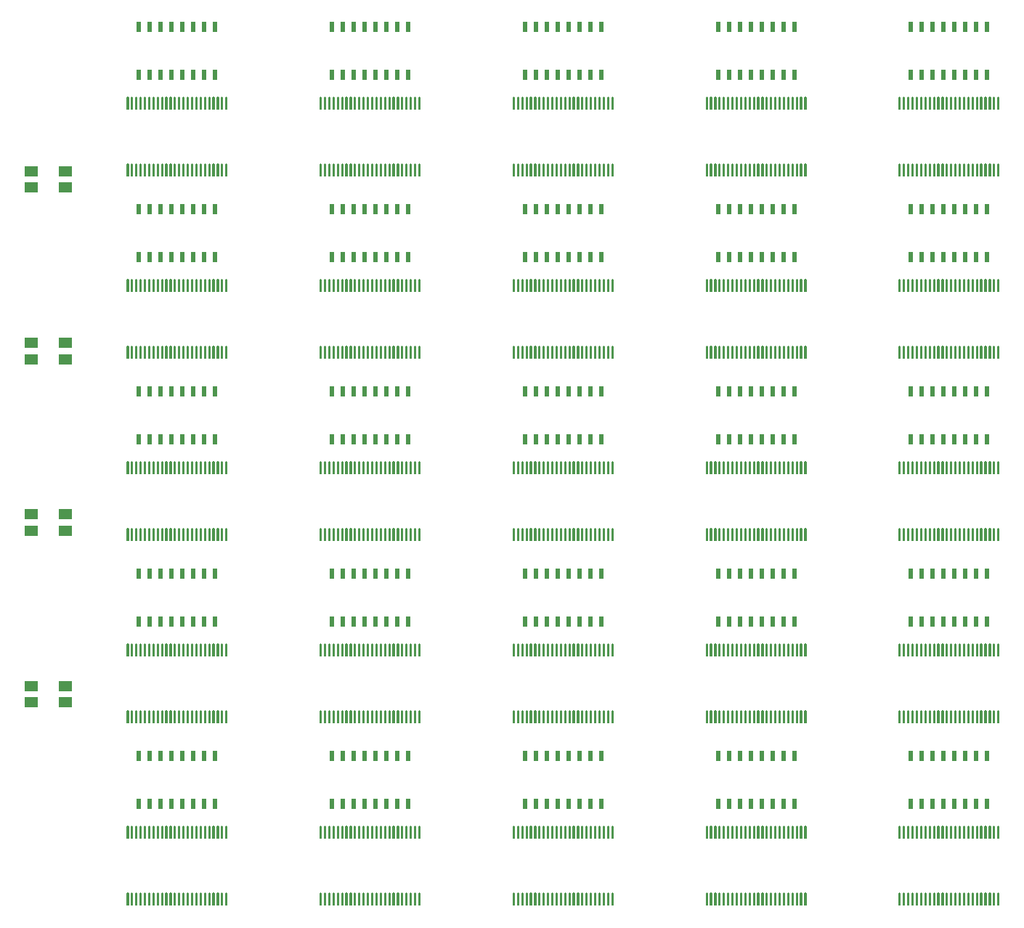
<source format=gbr>
G04 EAGLE Gerber RS-274X export*
G75*
%MOMM*%
%FSLAX34Y34*%
%LPD*%
%INSolderpaste Top*%
%IPPOS*%
%AMOC8*
5,1,8,0,0,1.08239X$1,22.5*%
G01*
%ADD10R,1.600000X1.300000*%
%ADD11R,0.600000X1.200000*%
%ADD12C,0.198000*%


D10*
X-30000Y509500D03*
X-30000Y490500D03*
X-30000Y709500D03*
X-30000Y690500D03*
X-30000Y909500D03*
X-30000Y890500D03*
X-30000Y309500D03*
X-30000Y290500D03*
D11*
X55550Y172000D03*
X68250Y172000D03*
X80950Y172000D03*
X93650Y172000D03*
X106350Y172000D03*
X119050Y172000D03*
X131750Y172000D03*
X144450Y172000D03*
X144450Y228000D03*
X131750Y228000D03*
X119050Y228000D03*
X106350Y228000D03*
X93650Y228000D03*
X80950Y228000D03*
X68250Y228000D03*
X55550Y228000D03*
X955550Y384500D03*
X968250Y384500D03*
X980950Y384500D03*
X993650Y384500D03*
X1006350Y384500D03*
X1019050Y384500D03*
X1031750Y384500D03*
X1044450Y384500D03*
X1044450Y440500D03*
X1031750Y440500D03*
X1019050Y440500D03*
X1006350Y440500D03*
X993650Y440500D03*
X980950Y440500D03*
X968250Y440500D03*
X955550Y440500D03*
X55550Y597000D03*
X68250Y597000D03*
X80950Y597000D03*
X93650Y597000D03*
X106350Y597000D03*
X119050Y597000D03*
X131750Y597000D03*
X144450Y597000D03*
X144450Y653000D03*
X131750Y653000D03*
X119050Y653000D03*
X106350Y653000D03*
X93650Y653000D03*
X80950Y653000D03*
X68250Y653000D03*
X55550Y653000D03*
X280550Y597000D03*
X293250Y597000D03*
X305950Y597000D03*
X318650Y597000D03*
X331350Y597000D03*
X344050Y597000D03*
X356750Y597000D03*
X369450Y597000D03*
X369450Y653000D03*
X356750Y653000D03*
X344050Y653000D03*
X331350Y653000D03*
X318650Y653000D03*
X305950Y653000D03*
X293250Y653000D03*
X280550Y653000D03*
X505550Y597000D03*
X518250Y597000D03*
X530950Y597000D03*
X543650Y597000D03*
X556350Y597000D03*
X569050Y597000D03*
X581750Y597000D03*
X594450Y597000D03*
X594450Y653000D03*
X581750Y653000D03*
X569050Y653000D03*
X556350Y653000D03*
X543650Y653000D03*
X530950Y653000D03*
X518250Y653000D03*
X505550Y653000D03*
X730550Y597000D03*
X743250Y597000D03*
X755950Y597000D03*
X768650Y597000D03*
X781350Y597000D03*
X794050Y597000D03*
X806750Y597000D03*
X819450Y597000D03*
X819450Y653000D03*
X806750Y653000D03*
X794050Y653000D03*
X781350Y653000D03*
X768650Y653000D03*
X755950Y653000D03*
X743250Y653000D03*
X730550Y653000D03*
X955550Y597000D03*
X968250Y597000D03*
X980950Y597000D03*
X993650Y597000D03*
X1006350Y597000D03*
X1019050Y597000D03*
X1031750Y597000D03*
X1044450Y597000D03*
X1044450Y653000D03*
X1031750Y653000D03*
X1019050Y653000D03*
X1006350Y653000D03*
X993650Y653000D03*
X980950Y653000D03*
X968250Y653000D03*
X955550Y653000D03*
X55550Y809500D03*
X68250Y809500D03*
X80950Y809500D03*
X93650Y809500D03*
X106350Y809500D03*
X119050Y809500D03*
X131750Y809500D03*
X144450Y809500D03*
X144450Y865500D03*
X131750Y865500D03*
X119050Y865500D03*
X106350Y865500D03*
X93650Y865500D03*
X80950Y865500D03*
X68250Y865500D03*
X55550Y865500D03*
X280550Y809500D03*
X293250Y809500D03*
X305950Y809500D03*
X318650Y809500D03*
X331350Y809500D03*
X344050Y809500D03*
X356750Y809500D03*
X369450Y809500D03*
X369450Y865500D03*
X356750Y865500D03*
X344050Y865500D03*
X331350Y865500D03*
X318650Y865500D03*
X305950Y865500D03*
X293250Y865500D03*
X280550Y865500D03*
X505550Y809500D03*
X518250Y809500D03*
X530950Y809500D03*
X543650Y809500D03*
X556350Y809500D03*
X569050Y809500D03*
X581750Y809500D03*
X594450Y809500D03*
X594450Y865500D03*
X581750Y865500D03*
X569050Y865500D03*
X556350Y865500D03*
X543650Y865500D03*
X530950Y865500D03*
X518250Y865500D03*
X505550Y865500D03*
X730550Y809500D03*
X743250Y809500D03*
X755950Y809500D03*
X768650Y809500D03*
X781350Y809500D03*
X794050Y809500D03*
X806750Y809500D03*
X819450Y809500D03*
X819450Y865500D03*
X806750Y865500D03*
X794050Y865500D03*
X781350Y865500D03*
X768650Y865500D03*
X755950Y865500D03*
X743250Y865500D03*
X730550Y865500D03*
X280550Y172000D03*
X293250Y172000D03*
X305950Y172000D03*
X318650Y172000D03*
X331350Y172000D03*
X344050Y172000D03*
X356750Y172000D03*
X369450Y172000D03*
X369450Y228000D03*
X356750Y228000D03*
X344050Y228000D03*
X331350Y228000D03*
X318650Y228000D03*
X305950Y228000D03*
X293250Y228000D03*
X280550Y228000D03*
X955550Y809500D03*
X968250Y809500D03*
X980950Y809500D03*
X993650Y809500D03*
X1006350Y809500D03*
X1019050Y809500D03*
X1031750Y809500D03*
X1044450Y809500D03*
X1044450Y865500D03*
X1031750Y865500D03*
X1019050Y865500D03*
X1006350Y865500D03*
X993650Y865500D03*
X980950Y865500D03*
X968250Y865500D03*
X955550Y865500D03*
X55550Y1022000D03*
X68250Y1022000D03*
X80950Y1022000D03*
X93650Y1022000D03*
X106350Y1022000D03*
X119050Y1022000D03*
X131750Y1022000D03*
X144450Y1022000D03*
X144450Y1078000D03*
X131750Y1078000D03*
X119050Y1078000D03*
X106350Y1078000D03*
X93650Y1078000D03*
X80950Y1078000D03*
X68250Y1078000D03*
X55550Y1078000D03*
X280550Y1022000D03*
X293250Y1022000D03*
X305950Y1022000D03*
X318650Y1022000D03*
X331350Y1022000D03*
X344050Y1022000D03*
X356750Y1022000D03*
X369450Y1022000D03*
X369450Y1078000D03*
X356750Y1078000D03*
X344050Y1078000D03*
X331350Y1078000D03*
X318650Y1078000D03*
X305950Y1078000D03*
X293250Y1078000D03*
X280550Y1078000D03*
X505550Y1022000D03*
X518250Y1022000D03*
X530950Y1022000D03*
X543650Y1022000D03*
X556350Y1022000D03*
X569050Y1022000D03*
X581750Y1022000D03*
X594450Y1022000D03*
X594450Y1078000D03*
X581750Y1078000D03*
X569050Y1078000D03*
X556350Y1078000D03*
X543650Y1078000D03*
X530950Y1078000D03*
X518250Y1078000D03*
X505550Y1078000D03*
X730550Y1022000D03*
X743250Y1022000D03*
X755950Y1022000D03*
X768650Y1022000D03*
X781350Y1022000D03*
X794050Y1022000D03*
X806750Y1022000D03*
X819450Y1022000D03*
X819450Y1078000D03*
X806750Y1078000D03*
X794050Y1078000D03*
X781350Y1078000D03*
X768650Y1078000D03*
X755950Y1078000D03*
X743250Y1078000D03*
X730550Y1078000D03*
X955550Y1022000D03*
X968250Y1022000D03*
X980950Y1022000D03*
X993650Y1022000D03*
X1006350Y1022000D03*
X1019050Y1022000D03*
X1031750Y1022000D03*
X1044450Y1022000D03*
X1044450Y1078000D03*
X1031750Y1078000D03*
X1019050Y1078000D03*
X1006350Y1078000D03*
X993650Y1078000D03*
X980950Y1078000D03*
X968250Y1078000D03*
X955550Y1078000D03*
X505550Y172000D03*
X518250Y172000D03*
X530950Y172000D03*
X543650Y172000D03*
X556350Y172000D03*
X569050Y172000D03*
X581750Y172000D03*
X594450Y172000D03*
X594450Y228000D03*
X581750Y228000D03*
X569050Y228000D03*
X556350Y228000D03*
X543650Y228000D03*
X530950Y228000D03*
X518250Y228000D03*
X505550Y228000D03*
X730550Y172000D03*
X743250Y172000D03*
X755950Y172000D03*
X768650Y172000D03*
X781350Y172000D03*
X794050Y172000D03*
X806750Y172000D03*
X819450Y172000D03*
X819450Y228000D03*
X806750Y228000D03*
X794050Y228000D03*
X781350Y228000D03*
X768650Y228000D03*
X755950Y228000D03*
X743250Y228000D03*
X730550Y228000D03*
X955550Y172000D03*
X968250Y172000D03*
X980950Y172000D03*
X993650Y172000D03*
X1006350Y172000D03*
X1019050Y172000D03*
X1031750Y172000D03*
X1044450Y172000D03*
X1044450Y228000D03*
X1031750Y228000D03*
X1019050Y228000D03*
X1006350Y228000D03*
X993650Y228000D03*
X980950Y228000D03*
X968250Y228000D03*
X955550Y228000D03*
X55550Y384500D03*
X68250Y384500D03*
X80950Y384500D03*
X93650Y384500D03*
X106350Y384500D03*
X119050Y384500D03*
X131750Y384500D03*
X144450Y384500D03*
X144450Y440500D03*
X131750Y440500D03*
X119050Y440500D03*
X106350Y440500D03*
X93650Y440500D03*
X80950Y440500D03*
X68250Y440500D03*
X55550Y440500D03*
X280550Y384500D03*
X293250Y384500D03*
X305950Y384500D03*
X318650Y384500D03*
X331350Y384500D03*
X344050Y384500D03*
X356750Y384500D03*
X369450Y384500D03*
X369450Y440500D03*
X356750Y440500D03*
X344050Y440500D03*
X331350Y440500D03*
X318650Y440500D03*
X305950Y440500D03*
X293250Y440500D03*
X280550Y440500D03*
X505550Y384500D03*
X518250Y384500D03*
X530950Y384500D03*
X543650Y384500D03*
X556350Y384500D03*
X569050Y384500D03*
X581750Y384500D03*
X594450Y384500D03*
X594450Y440500D03*
X581750Y440500D03*
X569050Y440500D03*
X556350Y440500D03*
X543650Y440500D03*
X530950Y440500D03*
X518250Y440500D03*
X505550Y440500D03*
X730550Y384500D03*
X743250Y384500D03*
X755950Y384500D03*
X768650Y384500D03*
X781350Y384500D03*
X794050Y384500D03*
X806750Y384500D03*
X819450Y384500D03*
X819450Y440500D03*
X806750Y440500D03*
X794050Y440500D03*
X781350Y440500D03*
X768650Y440500D03*
X755950Y440500D03*
X743250Y440500D03*
X730550Y440500D03*
D12*
X43010Y68010D02*
X41990Y68010D01*
X43010Y68010D02*
X43010Y53990D01*
X41990Y53990D01*
X41990Y68010D01*
X41990Y55871D02*
X43010Y55871D01*
X43010Y57752D02*
X41990Y57752D01*
X41990Y59633D02*
X43010Y59633D01*
X43010Y61514D02*
X41990Y61514D01*
X41990Y63395D02*
X43010Y63395D01*
X43010Y65276D02*
X41990Y65276D01*
X41990Y67157D02*
X43010Y67157D01*
X43010Y146010D02*
X41990Y146010D01*
X43010Y146010D02*
X43010Y131990D01*
X41990Y131990D01*
X41990Y146010D01*
X41990Y133871D02*
X43010Y133871D01*
X43010Y135752D02*
X41990Y135752D01*
X41990Y137633D02*
X43010Y137633D01*
X43010Y139514D02*
X41990Y139514D01*
X41990Y141395D02*
X43010Y141395D01*
X43010Y143276D02*
X41990Y143276D01*
X41990Y145157D02*
X43010Y145157D01*
X46990Y68010D02*
X48010Y68010D01*
X48010Y53990D01*
X46990Y53990D01*
X46990Y68010D01*
X46990Y55871D02*
X48010Y55871D01*
X48010Y57752D02*
X46990Y57752D01*
X46990Y59633D02*
X48010Y59633D01*
X48010Y61514D02*
X46990Y61514D01*
X46990Y63395D02*
X48010Y63395D01*
X48010Y65276D02*
X46990Y65276D01*
X46990Y67157D02*
X48010Y67157D01*
X51990Y68010D02*
X53010Y68010D01*
X53010Y53990D01*
X51990Y53990D01*
X51990Y68010D01*
X51990Y55871D02*
X53010Y55871D01*
X53010Y57752D02*
X51990Y57752D01*
X51990Y59633D02*
X53010Y59633D01*
X53010Y61514D02*
X51990Y61514D01*
X51990Y63395D02*
X53010Y63395D01*
X53010Y65276D02*
X51990Y65276D01*
X51990Y67157D02*
X53010Y67157D01*
X56990Y68010D02*
X58010Y68010D01*
X58010Y53990D01*
X56990Y53990D01*
X56990Y68010D01*
X56990Y55871D02*
X58010Y55871D01*
X58010Y57752D02*
X56990Y57752D01*
X56990Y59633D02*
X58010Y59633D01*
X58010Y61514D02*
X56990Y61514D01*
X56990Y63395D02*
X58010Y63395D01*
X58010Y65276D02*
X56990Y65276D01*
X56990Y67157D02*
X58010Y67157D01*
X61990Y68010D02*
X63010Y68010D01*
X63010Y53990D01*
X61990Y53990D01*
X61990Y68010D01*
X61990Y55871D02*
X63010Y55871D01*
X63010Y57752D02*
X61990Y57752D01*
X61990Y59633D02*
X63010Y59633D01*
X63010Y61514D02*
X61990Y61514D01*
X61990Y63395D02*
X63010Y63395D01*
X63010Y65276D02*
X61990Y65276D01*
X61990Y67157D02*
X63010Y67157D01*
X66990Y68010D02*
X68010Y68010D01*
X68010Y53990D01*
X66990Y53990D01*
X66990Y68010D01*
X66990Y55871D02*
X68010Y55871D01*
X68010Y57752D02*
X66990Y57752D01*
X66990Y59633D02*
X68010Y59633D01*
X68010Y61514D02*
X66990Y61514D01*
X66990Y63395D02*
X68010Y63395D01*
X68010Y65276D02*
X66990Y65276D01*
X66990Y67157D02*
X68010Y67157D01*
X71990Y68010D02*
X73010Y68010D01*
X73010Y53990D01*
X71990Y53990D01*
X71990Y68010D01*
X71990Y55871D02*
X73010Y55871D01*
X73010Y57752D02*
X71990Y57752D01*
X71990Y59633D02*
X73010Y59633D01*
X73010Y61514D02*
X71990Y61514D01*
X71990Y63395D02*
X73010Y63395D01*
X73010Y65276D02*
X71990Y65276D01*
X71990Y67157D02*
X73010Y67157D01*
X76990Y68010D02*
X78010Y68010D01*
X78010Y53990D01*
X76990Y53990D01*
X76990Y68010D01*
X76990Y55871D02*
X78010Y55871D01*
X78010Y57752D02*
X76990Y57752D01*
X76990Y59633D02*
X78010Y59633D01*
X78010Y61514D02*
X76990Y61514D01*
X76990Y63395D02*
X78010Y63395D01*
X78010Y65276D02*
X76990Y65276D01*
X76990Y67157D02*
X78010Y67157D01*
X81990Y68010D02*
X83010Y68010D01*
X83010Y53990D01*
X81990Y53990D01*
X81990Y68010D01*
X81990Y55871D02*
X83010Y55871D01*
X83010Y57752D02*
X81990Y57752D01*
X81990Y59633D02*
X83010Y59633D01*
X83010Y61514D02*
X81990Y61514D01*
X81990Y63395D02*
X83010Y63395D01*
X83010Y65276D02*
X81990Y65276D01*
X81990Y67157D02*
X83010Y67157D01*
X86990Y68010D02*
X88010Y68010D01*
X88010Y53990D01*
X86990Y53990D01*
X86990Y68010D01*
X86990Y55871D02*
X88010Y55871D01*
X88010Y57752D02*
X86990Y57752D01*
X86990Y59633D02*
X88010Y59633D01*
X88010Y61514D02*
X86990Y61514D01*
X86990Y63395D02*
X88010Y63395D01*
X88010Y65276D02*
X86990Y65276D01*
X86990Y67157D02*
X88010Y67157D01*
X91990Y68010D02*
X93010Y68010D01*
X93010Y53990D01*
X91990Y53990D01*
X91990Y68010D01*
X91990Y55871D02*
X93010Y55871D01*
X93010Y57752D02*
X91990Y57752D01*
X91990Y59633D02*
X93010Y59633D01*
X93010Y61514D02*
X91990Y61514D01*
X91990Y63395D02*
X93010Y63395D01*
X93010Y65276D02*
X91990Y65276D01*
X91990Y67157D02*
X93010Y67157D01*
X96990Y68010D02*
X98010Y68010D01*
X98010Y53990D01*
X96990Y53990D01*
X96990Y68010D01*
X96990Y55871D02*
X98010Y55871D01*
X98010Y57752D02*
X96990Y57752D01*
X96990Y59633D02*
X98010Y59633D01*
X98010Y61514D02*
X96990Y61514D01*
X96990Y63395D02*
X98010Y63395D01*
X98010Y65276D02*
X96990Y65276D01*
X96990Y67157D02*
X98010Y67157D01*
X101990Y68010D02*
X103010Y68010D01*
X103010Y53990D01*
X101990Y53990D01*
X101990Y68010D01*
X101990Y55871D02*
X103010Y55871D01*
X103010Y57752D02*
X101990Y57752D01*
X101990Y59633D02*
X103010Y59633D01*
X103010Y61514D02*
X101990Y61514D01*
X101990Y63395D02*
X103010Y63395D01*
X103010Y65276D02*
X101990Y65276D01*
X101990Y67157D02*
X103010Y67157D01*
X106990Y68010D02*
X108010Y68010D01*
X108010Y53990D01*
X106990Y53990D01*
X106990Y68010D01*
X106990Y55871D02*
X108010Y55871D01*
X108010Y57752D02*
X106990Y57752D01*
X106990Y59633D02*
X108010Y59633D01*
X108010Y61514D02*
X106990Y61514D01*
X106990Y63395D02*
X108010Y63395D01*
X108010Y65276D02*
X106990Y65276D01*
X106990Y67157D02*
X108010Y67157D01*
X111990Y68010D02*
X113010Y68010D01*
X113010Y53990D01*
X111990Y53990D01*
X111990Y68010D01*
X111990Y55871D02*
X113010Y55871D01*
X113010Y57752D02*
X111990Y57752D01*
X111990Y59633D02*
X113010Y59633D01*
X113010Y61514D02*
X111990Y61514D01*
X111990Y63395D02*
X113010Y63395D01*
X113010Y65276D02*
X111990Y65276D01*
X111990Y67157D02*
X113010Y67157D01*
X116990Y68010D02*
X118010Y68010D01*
X118010Y53990D01*
X116990Y53990D01*
X116990Y68010D01*
X116990Y55871D02*
X118010Y55871D01*
X118010Y57752D02*
X116990Y57752D01*
X116990Y59633D02*
X118010Y59633D01*
X118010Y61514D02*
X116990Y61514D01*
X116990Y63395D02*
X118010Y63395D01*
X118010Y65276D02*
X116990Y65276D01*
X116990Y67157D02*
X118010Y67157D01*
X121990Y68010D02*
X123010Y68010D01*
X123010Y53990D01*
X121990Y53990D01*
X121990Y68010D01*
X121990Y55871D02*
X123010Y55871D01*
X123010Y57752D02*
X121990Y57752D01*
X121990Y59633D02*
X123010Y59633D01*
X123010Y61514D02*
X121990Y61514D01*
X121990Y63395D02*
X123010Y63395D01*
X123010Y65276D02*
X121990Y65276D01*
X121990Y67157D02*
X123010Y67157D01*
X126990Y68010D02*
X128010Y68010D01*
X128010Y53990D01*
X126990Y53990D01*
X126990Y68010D01*
X126990Y55871D02*
X128010Y55871D01*
X128010Y57752D02*
X126990Y57752D01*
X126990Y59633D02*
X128010Y59633D01*
X128010Y61514D02*
X126990Y61514D01*
X126990Y63395D02*
X128010Y63395D01*
X128010Y65276D02*
X126990Y65276D01*
X126990Y67157D02*
X128010Y67157D01*
X131990Y68010D02*
X133010Y68010D01*
X133010Y53990D01*
X131990Y53990D01*
X131990Y68010D01*
X131990Y55871D02*
X133010Y55871D01*
X133010Y57752D02*
X131990Y57752D01*
X131990Y59633D02*
X133010Y59633D01*
X133010Y61514D02*
X131990Y61514D01*
X131990Y63395D02*
X133010Y63395D01*
X133010Y65276D02*
X131990Y65276D01*
X131990Y67157D02*
X133010Y67157D01*
X136990Y68010D02*
X138010Y68010D01*
X138010Y53990D01*
X136990Y53990D01*
X136990Y68010D01*
X136990Y55871D02*
X138010Y55871D01*
X138010Y57752D02*
X136990Y57752D01*
X136990Y59633D02*
X138010Y59633D01*
X138010Y61514D02*
X136990Y61514D01*
X136990Y63395D02*
X138010Y63395D01*
X138010Y65276D02*
X136990Y65276D01*
X136990Y67157D02*
X138010Y67157D01*
X141990Y68010D02*
X143010Y68010D01*
X143010Y53990D01*
X141990Y53990D01*
X141990Y68010D01*
X141990Y55871D02*
X143010Y55871D01*
X143010Y57752D02*
X141990Y57752D01*
X141990Y59633D02*
X143010Y59633D01*
X143010Y61514D02*
X141990Y61514D01*
X141990Y63395D02*
X143010Y63395D01*
X143010Y65276D02*
X141990Y65276D01*
X141990Y67157D02*
X143010Y67157D01*
X146990Y68010D02*
X148010Y68010D01*
X148010Y53990D01*
X146990Y53990D01*
X146990Y68010D01*
X146990Y55871D02*
X148010Y55871D01*
X148010Y57752D02*
X146990Y57752D01*
X146990Y59633D02*
X148010Y59633D01*
X148010Y61514D02*
X146990Y61514D01*
X146990Y63395D02*
X148010Y63395D01*
X148010Y65276D02*
X146990Y65276D01*
X146990Y67157D02*
X148010Y67157D01*
X151990Y68010D02*
X153010Y68010D01*
X153010Y53990D01*
X151990Y53990D01*
X151990Y68010D01*
X151990Y55871D02*
X153010Y55871D01*
X153010Y57752D02*
X151990Y57752D01*
X151990Y59633D02*
X153010Y59633D01*
X153010Y61514D02*
X151990Y61514D01*
X151990Y63395D02*
X153010Y63395D01*
X153010Y65276D02*
X151990Y65276D01*
X151990Y67157D02*
X153010Y67157D01*
X156990Y68010D02*
X158010Y68010D01*
X158010Y53990D01*
X156990Y53990D01*
X156990Y68010D01*
X156990Y55871D02*
X158010Y55871D01*
X158010Y57752D02*
X156990Y57752D01*
X156990Y59633D02*
X158010Y59633D01*
X158010Y61514D02*
X156990Y61514D01*
X156990Y63395D02*
X158010Y63395D01*
X158010Y65276D02*
X156990Y65276D01*
X156990Y67157D02*
X158010Y67157D01*
X48010Y146010D02*
X46990Y146010D01*
X48010Y146010D02*
X48010Y131990D01*
X46990Y131990D01*
X46990Y146010D01*
X46990Y133871D02*
X48010Y133871D01*
X48010Y135752D02*
X46990Y135752D01*
X46990Y137633D02*
X48010Y137633D01*
X48010Y139514D02*
X46990Y139514D01*
X46990Y141395D02*
X48010Y141395D01*
X48010Y143276D02*
X46990Y143276D01*
X46990Y145157D02*
X48010Y145157D01*
X51990Y146010D02*
X53010Y146010D01*
X53010Y131990D01*
X51990Y131990D01*
X51990Y146010D01*
X51990Y133871D02*
X53010Y133871D01*
X53010Y135752D02*
X51990Y135752D01*
X51990Y137633D02*
X53010Y137633D01*
X53010Y139514D02*
X51990Y139514D01*
X51990Y141395D02*
X53010Y141395D01*
X53010Y143276D02*
X51990Y143276D01*
X51990Y145157D02*
X53010Y145157D01*
X56990Y146010D02*
X58010Y146010D01*
X58010Y131990D01*
X56990Y131990D01*
X56990Y146010D01*
X56990Y133871D02*
X58010Y133871D01*
X58010Y135752D02*
X56990Y135752D01*
X56990Y137633D02*
X58010Y137633D01*
X58010Y139514D02*
X56990Y139514D01*
X56990Y141395D02*
X58010Y141395D01*
X58010Y143276D02*
X56990Y143276D01*
X56990Y145157D02*
X58010Y145157D01*
X61990Y146010D02*
X63010Y146010D01*
X63010Y131990D01*
X61990Y131990D01*
X61990Y146010D01*
X61990Y133871D02*
X63010Y133871D01*
X63010Y135752D02*
X61990Y135752D01*
X61990Y137633D02*
X63010Y137633D01*
X63010Y139514D02*
X61990Y139514D01*
X61990Y141395D02*
X63010Y141395D01*
X63010Y143276D02*
X61990Y143276D01*
X61990Y145157D02*
X63010Y145157D01*
X66990Y146010D02*
X68010Y146010D01*
X68010Y131990D01*
X66990Y131990D01*
X66990Y146010D01*
X66990Y133871D02*
X68010Y133871D01*
X68010Y135752D02*
X66990Y135752D01*
X66990Y137633D02*
X68010Y137633D01*
X68010Y139514D02*
X66990Y139514D01*
X66990Y141395D02*
X68010Y141395D01*
X68010Y143276D02*
X66990Y143276D01*
X66990Y145157D02*
X68010Y145157D01*
X71990Y146010D02*
X73010Y146010D01*
X73010Y131990D01*
X71990Y131990D01*
X71990Y146010D01*
X71990Y133871D02*
X73010Y133871D01*
X73010Y135752D02*
X71990Y135752D01*
X71990Y137633D02*
X73010Y137633D01*
X73010Y139514D02*
X71990Y139514D01*
X71990Y141395D02*
X73010Y141395D01*
X73010Y143276D02*
X71990Y143276D01*
X71990Y145157D02*
X73010Y145157D01*
X76990Y146010D02*
X78010Y146010D01*
X78010Y131990D01*
X76990Y131990D01*
X76990Y146010D01*
X76990Y133871D02*
X78010Y133871D01*
X78010Y135752D02*
X76990Y135752D01*
X76990Y137633D02*
X78010Y137633D01*
X78010Y139514D02*
X76990Y139514D01*
X76990Y141395D02*
X78010Y141395D01*
X78010Y143276D02*
X76990Y143276D01*
X76990Y145157D02*
X78010Y145157D01*
X81990Y146010D02*
X83010Y146010D01*
X83010Y131990D01*
X81990Y131990D01*
X81990Y146010D01*
X81990Y133871D02*
X83010Y133871D01*
X83010Y135752D02*
X81990Y135752D01*
X81990Y137633D02*
X83010Y137633D01*
X83010Y139514D02*
X81990Y139514D01*
X81990Y141395D02*
X83010Y141395D01*
X83010Y143276D02*
X81990Y143276D01*
X81990Y145157D02*
X83010Y145157D01*
X86990Y146010D02*
X88010Y146010D01*
X88010Y131990D01*
X86990Y131990D01*
X86990Y146010D01*
X86990Y133871D02*
X88010Y133871D01*
X88010Y135752D02*
X86990Y135752D01*
X86990Y137633D02*
X88010Y137633D01*
X88010Y139514D02*
X86990Y139514D01*
X86990Y141395D02*
X88010Y141395D01*
X88010Y143276D02*
X86990Y143276D01*
X86990Y145157D02*
X88010Y145157D01*
X91990Y146010D02*
X93010Y146010D01*
X93010Y131990D01*
X91990Y131990D01*
X91990Y146010D01*
X91990Y133871D02*
X93010Y133871D01*
X93010Y135752D02*
X91990Y135752D01*
X91990Y137633D02*
X93010Y137633D01*
X93010Y139514D02*
X91990Y139514D01*
X91990Y141395D02*
X93010Y141395D01*
X93010Y143276D02*
X91990Y143276D01*
X91990Y145157D02*
X93010Y145157D01*
X96990Y146010D02*
X98010Y146010D01*
X98010Y131990D01*
X96990Y131990D01*
X96990Y146010D01*
X96990Y133871D02*
X98010Y133871D01*
X98010Y135752D02*
X96990Y135752D01*
X96990Y137633D02*
X98010Y137633D01*
X98010Y139514D02*
X96990Y139514D01*
X96990Y141395D02*
X98010Y141395D01*
X98010Y143276D02*
X96990Y143276D01*
X96990Y145157D02*
X98010Y145157D01*
X101990Y146010D02*
X103010Y146010D01*
X103010Y131990D01*
X101990Y131990D01*
X101990Y146010D01*
X101990Y133871D02*
X103010Y133871D01*
X103010Y135752D02*
X101990Y135752D01*
X101990Y137633D02*
X103010Y137633D01*
X103010Y139514D02*
X101990Y139514D01*
X101990Y141395D02*
X103010Y141395D01*
X103010Y143276D02*
X101990Y143276D01*
X101990Y145157D02*
X103010Y145157D01*
X106990Y146010D02*
X108010Y146010D01*
X108010Y131990D01*
X106990Y131990D01*
X106990Y146010D01*
X106990Y133871D02*
X108010Y133871D01*
X108010Y135752D02*
X106990Y135752D01*
X106990Y137633D02*
X108010Y137633D01*
X108010Y139514D02*
X106990Y139514D01*
X106990Y141395D02*
X108010Y141395D01*
X108010Y143276D02*
X106990Y143276D01*
X106990Y145157D02*
X108010Y145157D01*
X111990Y146010D02*
X113010Y146010D01*
X113010Y131990D01*
X111990Y131990D01*
X111990Y146010D01*
X111990Y133871D02*
X113010Y133871D01*
X113010Y135752D02*
X111990Y135752D01*
X111990Y137633D02*
X113010Y137633D01*
X113010Y139514D02*
X111990Y139514D01*
X111990Y141395D02*
X113010Y141395D01*
X113010Y143276D02*
X111990Y143276D01*
X111990Y145157D02*
X113010Y145157D01*
X116990Y146010D02*
X118010Y146010D01*
X118010Y131990D01*
X116990Y131990D01*
X116990Y146010D01*
X116990Y133871D02*
X118010Y133871D01*
X118010Y135752D02*
X116990Y135752D01*
X116990Y137633D02*
X118010Y137633D01*
X118010Y139514D02*
X116990Y139514D01*
X116990Y141395D02*
X118010Y141395D01*
X118010Y143276D02*
X116990Y143276D01*
X116990Y145157D02*
X118010Y145157D01*
X121990Y146010D02*
X123010Y146010D01*
X123010Y131990D01*
X121990Y131990D01*
X121990Y146010D01*
X121990Y133871D02*
X123010Y133871D01*
X123010Y135752D02*
X121990Y135752D01*
X121990Y137633D02*
X123010Y137633D01*
X123010Y139514D02*
X121990Y139514D01*
X121990Y141395D02*
X123010Y141395D01*
X123010Y143276D02*
X121990Y143276D01*
X121990Y145157D02*
X123010Y145157D01*
X126990Y146010D02*
X128010Y146010D01*
X128010Y131990D01*
X126990Y131990D01*
X126990Y146010D01*
X126990Y133871D02*
X128010Y133871D01*
X128010Y135752D02*
X126990Y135752D01*
X126990Y137633D02*
X128010Y137633D01*
X128010Y139514D02*
X126990Y139514D01*
X126990Y141395D02*
X128010Y141395D01*
X128010Y143276D02*
X126990Y143276D01*
X126990Y145157D02*
X128010Y145157D01*
X131990Y146010D02*
X133010Y146010D01*
X133010Y131990D01*
X131990Y131990D01*
X131990Y146010D01*
X131990Y133871D02*
X133010Y133871D01*
X133010Y135752D02*
X131990Y135752D01*
X131990Y137633D02*
X133010Y137633D01*
X133010Y139514D02*
X131990Y139514D01*
X131990Y141395D02*
X133010Y141395D01*
X133010Y143276D02*
X131990Y143276D01*
X131990Y145157D02*
X133010Y145157D01*
X136990Y146010D02*
X138010Y146010D01*
X138010Y131990D01*
X136990Y131990D01*
X136990Y146010D01*
X136990Y133871D02*
X138010Y133871D01*
X138010Y135752D02*
X136990Y135752D01*
X136990Y137633D02*
X138010Y137633D01*
X138010Y139514D02*
X136990Y139514D01*
X136990Y141395D02*
X138010Y141395D01*
X138010Y143276D02*
X136990Y143276D01*
X136990Y145157D02*
X138010Y145157D01*
X141990Y146010D02*
X143010Y146010D01*
X143010Y131990D01*
X141990Y131990D01*
X141990Y146010D01*
X141990Y133871D02*
X143010Y133871D01*
X143010Y135752D02*
X141990Y135752D01*
X141990Y137633D02*
X143010Y137633D01*
X143010Y139514D02*
X141990Y139514D01*
X141990Y141395D02*
X143010Y141395D01*
X143010Y143276D02*
X141990Y143276D01*
X141990Y145157D02*
X143010Y145157D01*
X146990Y146010D02*
X148010Y146010D01*
X148010Y131990D01*
X146990Y131990D01*
X146990Y146010D01*
X146990Y133871D02*
X148010Y133871D01*
X148010Y135752D02*
X146990Y135752D01*
X146990Y137633D02*
X148010Y137633D01*
X148010Y139514D02*
X146990Y139514D01*
X146990Y141395D02*
X148010Y141395D01*
X148010Y143276D02*
X146990Y143276D01*
X146990Y145157D02*
X148010Y145157D01*
X151990Y146010D02*
X153010Y146010D01*
X153010Y131990D01*
X151990Y131990D01*
X151990Y146010D01*
X151990Y133871D02*
X153010Y133871D01*
X153010Y135752D02*
X151990Y135752D01*
X151990Y137633D02*
X153010Y137633D01*
X153010Y139514D02*
X151990Y139514D01*
X151990Y141395D02*
X153010Y141395D01*
X153010Y143276D02*
X151990Y143276D01*
X151990Y145157D02*
X153010Y145157D01*
X156990Y146010D02*
X158010Y146010D01*
X158010Y131990D01*
X156990Y131990D01*
X156990Y146010D01*
X156990Y133871D02*
X158010Y133871D01*
X158010Y135752D02*
X156990Y135752D01*
X156990Y137633D02*
X158010Y137633D01*
X158010Y139514D02*
X156990Y139514D01*
X156990Y141395D02*
X158010Y141395D01*
X158010Y143276D02*
X156990Y143276D01*
X156990Y145157D02*
X158010Y145157D01*
X941990Y280510D02*
X943010Y280510D01*
X943010Y266490D01*
X941990Y266490D01*
X941990Y280510D01*
X941990Y268371D02*
X943010Y268371D01*
X943010Y270252D02*
X941990Y270252D01*
X941990Y272133D02*
X943010Y272133D01*
X943010Y274014D02*
X941990Y274014D01*
X941990Y275895D02*
X943010Y275895D01*
X943010Y277776D02*
X941990Y277776D01*
X941990Y279657D02*
X943010Y279657D01*
X943010Y358510D02*
X941990Y358510D01*
X943010Y358510D02*
X943010Y344490D01*
X941990Y344490D01*
X941990Y358510D01*
X941990Y346371D02*
X943010Y346371D01*
X943010Y348252D02*
X941990Y348252D01*
X941990Y350133D02*
X943010Y350133D01*
X943010Y352014D02*
X941990Y352014D01*
X941990Y353895D02*
X943010Y353895D01*
X943010Y355776D02*
X941990Y355776D01*
X941990Y357657D02*
X943010Y357657D01*
X946990Y280510D02*
X948010Y280510D01*
X948010Y266490D01*
X946990Y266490D01*
X946990Y280510D01*
X946990Y268371D02*
X948010Y268371D01*
X948010Y270252D02*
X946990Y270252D01*
X946990Y272133D02*
X948010Y272133D01*
X948010Y274014D02*
X946990Y274014D01*
X946990Y275895D02*
X948010Y275895D01*
X948010Y277776D02*
X946990Y277776D01*
X946990Y279657D02*
X948010Y279657D01*
X951990Y280510D02*
X953010Y280510D01*
X953010Y266490D01*
X951990Y266490D01*
X951990Y280510D01*
X951990Y268371D02*
X953010Y268371D01*
X953010Y270252D02*
X951990Y270252D01*
X951990Y272133D02*
X953010Y272133D01*
X953010Y274014D02*
X951990Y274014D01*
X951990Y275895D02*
X953010Y275895D01*
X953010Y277776D02*
X951990Y277776D01*
X951990Y279657D02*
X953010Y279657D01*
X956990Y280510D02*
X958010Y280510D01*
X958010Y266490D01*
X956990Y266490D01*
X956990Y280510D01*
X956990Y268371D02*
X958010Y268371D01*
X958010Y270252D02*
X956990Y270252D01*
X956990Y272133D02*
X958010Y272133D01*
X958010Y274014D02*
X956990Y274014D01*
X956990Y275895D02*
X958010Y275895D01*
X958010Y277776D02*
X956990Y277776D01*
X956990Y279657D02*
X958010Y279657D01*
X961990Y280510D02*
X963010Y280510D01*
X963010Y266490D01*
X961990Y266490D01*
X961990Y280510D01*
X961990Y268371D02*
X963010Y268371D01*
X963010Y270252D02*
X961990Y270252D01*
X961990Y272133D02*
X963010Y272133D01*
X963010Y274014D02*
X961990Y274014D01*
X961990Y275895D02*
X963010Y275895D01*
X963010Y277776D02*
X961990Y277776D01*
X961990Y279657D02*
X963010Y279657D01*
X966990Y280510D02*
X968010Y280510D01*
X968010Y266490D01*
X966990Y266490D01*
X966990Y280510D01*
X966990Y268371D02*
X968010Y268371D01*
X968010Y270252D02*
X966990Y270252D01*
X966990Y272133D02*
X968010Y272133D01*
X968010Y274014D02*
X966990Y274014D01*
X966990Y275895D02*
X968010Y275895D01*
X968010Y277776D02*
X966990Y277776D01*
X966990Y279657D02*
X968010Y279657D01*
X971990Y280510D02*
X973010Y280510D01*
X973010Y266490D01*
X971990Y266490D01*
X971990Y280510D01*
X971990Y268371D02*
X973010Y268371D01*
X973010Y270252D02*
X971990Y270252D01*
X971990Y272133D02*
X973010Y272133D01*
X973010Y274014D02*
X971990Y274014D01*
X971990Y275895D02*
X973010Y275895D01*
X973010Y277776D02*
X971990Y277776D01*
X971990Y279657D02*
X973010Y279657D01*
X976990Y280510D02*
X978010Y280510D01*
X978010Y266490D01*
X976990Y266490D01*
X976990Y280510D01*
X976990Y268371D02*
X978010Y268371D01*
X978010Y270252D02*
X976990Y270252D01*
X976990Y272133D02*
X978010Y272133D01*
X978010Y274014D02*
X976990Y274014D01*
X976990Y275895D02*
X978010Y275895D01*
X978010Y277776D02*
X976990Y277776D01*
X976990Y279657D02*
X978010Y279657D01*
X981990Y280510D02*
X983010Y280510D01*
X983010Y266490D01*
X981990Y266490D01*
X981990Y280510D01*
X981990Y268371D02*
X983010Y268371D01*
X983010Y270252D02*
X981990Y270252D01*
X981990Y272133D02*
X983010Y272133D01*
X983010Y274014D02*
X981990Y274014D01*
X981990Y275895D02*
X983010Y275895D01*
X983010Y277776D02*
X981990Y277776D01*
X981990Y279657D02*
X983010Y279657D01*
X986990Y280510D02*
X988010Y280510D01*
X988010Y266490D01*
X986990Y266490D01*
X986990Y280510D01*
X986990Y268371D02*
X988010Y268371D01*
X988010Y270252D02*
X986990Y270252D01*
X986990Y272133D02*
X988010Y272133D01*
X988010Y274014D02*
X986990Y274014D01*
X986990Y275895D02*
X988010Y275895D01*
X988010Y277776D02*
X986990Y277776D01*
X986990Y279657D02*
X988010Y279657D01*
X991990Y280510D02*
X993010Y280510D01*
X993010Y266490D01*
X991990Y266490D01*
X991990Y280510D01*
X991990Y268371D02*
X993010Y268371D01*
X993010Y270252D02*
X991990Y270252D01*
X991990Y272133D02*
X993010Y272133D01*
X993010Y274014D02*
X991990Y274014D01*
X991990Y275895D02*
X993010Y275895D01*
X993010Y277776D02*
X991990Y277776D01*
X991990Y279657D02*
X993010Y279657D01*
X996990Y280510D02*
X998010Y280510D01*
X998010Y266490D01*
X996990Y266490D01*
X996990Y280510D01*
X996990Y268371D02*
X998010Y268371D01*
X998010Y270252D02*
X996990Y270252D01*
X996990Y272133D02*
X998010Y272133D01*
X998010Y274014D02*
X996990Y274014D01*
X996990Y275895D02*
X998010Y275895D01*
X998010Y277776D02*
X996990Y277776D01*
X996990Y279657D02*
X998010Y279657D01*
X1001990Y280510D02*
X1003010Y280510D01*
X1003010Y266490D01*
X1001990Y266490D01*
X1001990Y280510D01*
X1001990Y268371D02*
X1003010Y268371D01*
X1003010Y270252D02*
X1001990Y270252D01*
X1001990Y272133D02*
X1003010Y272133D01*
X1003010Y274014D02*
X1001990Y274014D01*
X1001990Y275895D02*
X1003010Y275895D01*
X1003010Y277776D02*
X1001990Y277776D01*
X1001990Y279657D02*
X1003010Y279657D01*
X1006990Y280510D02*
X1008010Y280510D01*
X1008010Y266490D01*
X1006990Y266490D01*
X1006990Y280510D01*
X1006990Y268371D02*
X1008010Y268371D01*
X1008010Y270252D02*
X1006990Y270252D01*
X1006990Y272133D02*
X1008010Y272133D01*
X1008010Y274014D02*
X1006990Y274014D01*
X1006990Y275895D02*
X1008010Y275895D01*
X1008010Y277776D02*
X1006990Y277776D01*
X1006990Y279657D02*
X1008010Y279657D01*
X1011990Y280510D02*
X1013010Y280510D01*
X1013010Y266490D01*
X1011990Y266490D01*
X1011990Y280510D01*
X1011990Y268371D02*
X1013010Y268371D01*
X1013010Y270252D02*
X1011990Y270252D01*
X1011990Y272133D02*
X1013010Y272133D01*
X1013010Y274014D02*
X1011990Y274014D01*
X1011990Y275895D02*
X1013010Y275895D01*
X1013010Y277776D02*
X1011990Y277776D01*
X1011990Y279657D02*
X1013010Y279657D01*
X1016990Y280510D02*
X1018010Y280510D01*
X1018010Y266490D01*
X1016990Y266490D01*
X1016990Y280510D01*
X1016990Y268371D02*
X1018010Y268371D01*
X1018010Y270252D02*
X1016990Y270252D01*
X1016990Y272133D02*
X1018010Y272133D01*
X1018010Y274014D02*
X1016990Y274014D01*
X1016990Y275895D02*
X1018010Y275895D01*
X1018010Y277776D02*
X1016990Y277776D01*
X1016990Y279657D02*
X1018010Y279657D01*
X1021990Y280510D02*
X1023010Y280510D01*
X1023010Y266490D01*
X1021990Y266490D01*
X1021990Y280510D01*
X1021990Y268371D02*
X1023010Y268371D01*
X1023010Y270252D02*
X1021990Y270252D01*
X1021990Y272133D02*
X1023010Y272133D01*
X1023010Y274014D02*
X1021990Y274014D01*
X1021990Y275895D02*
X1023010Y275895D01*
X1023010Y277776D02*
X1021990Y277776D01*
X1021990Y279657D02*
X1023010Y279657D01*
X1026990Y280510D02*
X1028010Y280510D01*
X1028010Y266490D01*
X1026990Y266490D01*
X1026990Y280510D01*
X1026990Y268371D02*
X1028010Y268371D01*
X1028010Y270252D02*
X1026990Y270252D01*
X1026990Y272133D02*
X1028010Y272133D01*
X1028010Y274014D02*
X1026990Y274014D01*
X1026990Y275895D02*
X1028010Y275895D01*
X1028010Y277776D02*
X1026990Y277776D01*
X1026990Y279657D02*
X1028010Y279657D01*
X1031990Y280510D02*
X1033010Y280510D01*
X1033010Y266490D01*
X1031990Y266490D01*
X1031990Y280510D01*
X1031990Y268371D02*
X1033010Y268371D01*
X1033010Y270252D02*
X1031990Y270252D01*
X1031990Y272133D02*
X1033010Y272133D01*
X1033010Y274014D02*
X1031990Y274014D01*
X1031990Y275895D02*
X1033010Y275895D01*
X1033010Y277776D02*
X1031990Y277776D01*
X1031990Y279657D02*
X1033010Y279657D01*
X1036990Y280510D02*
X1038010Y280510D01*
X1038010Y266490D01*
X1036990Y266490D01*
X1036990Y280510D01*
X1036990Y268371D02*
X1038010Y268371D01*
X1038010Y270252D02*
X1036990Y270252D01*
X1036990Y272133D02*
X1038010Y272133D01*
X1038010Y274014D02*
X1036990Y274014D01*
X1036990Y275895D02*
X1038010Y275895D01*
X1038010Y277776D02*
X1036990Y277776D01*
X1036990Y279657D02*
X1038010Y279657D01*
X1041990Y280510D02*
X1043010Y280510D01*
X1043010Y266490D01*
X1041990Y266490D01*
X1041990Y280510D01*
X1041990Y268371D02*
X1043010Y268371D01*
X1043010Y270252D02*
X1041990Y270252D01*
X1041990Y272133D02*
X1043010Y272133D01*
X1043010Y274014D02*
X1041990Y274014D01*
X1041990Y275895D02*
X1043010Y275895D01*
X1043010Y277776D02*
X1041990Y277776D01*
X1041990Y279657D02*
X1043010Y279657D01*
X1046990Y280510D02*
X1048010Y280510D01*
X1048010Y266490D01*
X1046990Y266490D01*
X1046990Y280510D01*
X1046990Y268371D02*
X1048010Y268371D01*
X1048010Y270252D02*
X1046990Y270252D01*
X1046990Y272133D02*
X1048010Y272133D01*
X1048010Y274014D02*
X1046990Y274014D01*
X1046990Y275895D02*
X1048010Y275895D01*
X1048010Y277776D02*
X1046990Y277776D01*
X1046990Y279657D02*
X1048010Y279657D01*
X1051990Y280510D02*
X1053010Y280510D01*
X1053010Y266490D01*
X1051990Y266490D01*
X1051990Y280510D01*
X1051990Y268371D02*
X1053010Y268371D01*
X1053010Y270252D02*
X1051990Y270252D01*
X1051990Y272133D02*
X1053010Y272133D01*
X1053010Y274014D02*
X1051990Y274014D01*
X1051990Y275895D02*
X1053010Y275895D01*
X1053010Y277776D02*
X1051990Y277776D01*
X1051990Y279657D02*
X1053010Y279657D01*
X1056990Y280510D02*
X1058010Y280510D01*
X1058010Y266490D01*
X1056990Y266490D01*
X1056990Y280510D01*
X1056990Y268371D02*
X1058010Y268371D01*
X1058010Y270252D02*
X1056990Y270252D01*
X1056990Y272133D02*
X1058010Y272133D01*
X1058010Y274014D02*
X1056990Y274014D01*
X1056990Y275895D02*
X1058010Y275895D01*
X1058010Y277776D02*
X1056990Y277776D01*
X1056990Y279657D02*
X1058010Y279657D01*
X948010Y358510D02*
X946990Y358510D01*
X948010Y358510D02*
X948010Y344490D01*
X946990Y344490D01*
X946990Y358510D01*
X946990Y346371D02*
X948010Y346371D01*
X948010Y348252D02*
X946990Y348252D01*
X946990Y350133D02*
X948010Y350133D01*
X948010Y352014D02*
X946990Y352014D01*
X946990Y353895D02*
X948010Y353895D01*
X948010Y355776D02*
X946990Y355776D01*
X946990Y357657D02*
X948010Y357657D01*
X951990Y358510D02*
X953010Y358510D01*
X953010Y344490D01*
X951990Y344490D01*
X951990Y358510D01*
X951990Y346371D02*
X953010Y346371D01*
X953010Y348252D02*
X951990Y348252D01*
X951990Y350133D02*
X953010Y350133D01*
X953010Y352014D02*
X951990Y352014D01*
X951990Y353895D02*
X953010Y353895D01*
X953010Y355776D02*
X951990Y355776D01*
X951990Y357657D02*
X953010Y357657D01*
X956990Y358510D02*
X958010Y358510D01*
X958010Y344490D01*
X956990Y344490D01*
X956990Y358510D01*
X956990Y346371D02*
X958010Y346371D01*
X958010Y348252D02*
X956990Y348252D01*
X956990Y350133D02*
X958010Y350133D01*
X958010Y352014D02*
X956990Y352014D01*
X956990Y353895D02*
X958010Y353895D01*
X958010Y355776D02*
X956990Y355776D01*
X956990Y357657D02*
X958010Y357657D01*
X961990Y358510D02*
X963010Y358510D01*
X963010Y344490D01*
X961990Y344490D01*
X961990Y358510D01*
X961990Y346371D02*
X963010Y346371D01*
X963010Y348252D02*
X961990Y348252D01*
X961990Y350133D02*
X963010Y350133D01*
X963010Y352014D02*
X961990Y352014D01*
X961990Y353895D02*
X963010Y353895D01*
X963010Y355776D02*
X961990Y355776D01*
X961990Y357657D02*
X963010Y357657D01*
X966990Y358510D02*
X968010Y358510D01*
X968010Y344490D01*
X966990Y344490D01*
X966990Y358510D01*
X966990Y346371D02*
X968010Y346371D01*
X968010Y348252D02*
X966990Y348252D01*
X966990Y350133D02*
X968010Y350133D01*
X968010Y352014D02*
X966990Y352014D01*
X966990Y353895D02*
X968010Y353895D01*
X968010Y355776D02*
X966990Y355776D01*
X966990Y357657D02*
X968010Y357657D01*
X971990Y358510D02*
X973010Y358510D01*
X973010Y344490D01*
X971990Y344490D01*
X971990Y358510D01*
X971990Y346371D02*
X973010Y346371D01*
X973010Y348252D02*
X971990Y348252D01*
X971990Y350133D02*
X973010Y350133D01*
X973010Y352014D02*
X971990Y352014D01*
X971990Y353895D02*
X973010Y353895D01*
X973010Y355776D02*
X971990Y355776D01*
X971990Y357657D02*
X973010Y357657D01*
X976990Y358510D02*
X978010Y358510D01*
X978010Y344490D01*
X976990Y344490D01*
X976990Y358510D01*
X976990Y346371D02*
X978010Y346371D01*
X978010Y348252D02*
X976990Y348252D01*
X976990Y350133D02*
X978010Y350133D01*
X978010Y352014D02*
X976990Y352014D01*
X976990Y353895D02*
X978010Y353895D01*
X978010Y355776D02*
X976990Y355776D01*
X976990Y357657D02*
X978010Y357657D01*
X981990Y358510D02*
X983010Y358510D01*
X983010Y344490D01*
X981990Y344490D01*
X981990Y358510D01*
X981990Y346371D02*
X983010Y346371D01*
X983010Y348252D02*
X981990Y348252D01*
X981990Y350133D02*
X983010Y350133D01*
X983010Y352014D02*
X981990Y352014D01*
X981990Y353895D02*
X983010Y353895D01*
X983010Y355776D02*
X981990Y355776D01*
X981990Y357657D02*
X983010Y357657D01*
X986990Y358510D02*
X988010Y358510D01*
X988010Y344490D01*
X986990Y344490D01*
X986990Y358510D01*
X986990Y346371D02*
X988010Y346371D01*
X988010Y348252D02*
X986990Y348252D01*
X986990Y350133D02*
X988010Y350133D01*
X988010Y352014D02*
X986990Y352014D01*
X986990Y353895D02*
X988010Y353895D01*
X988010Y355776D02*
X986990Y355776D01*
X986990Y357657D02*
X988010Y357657D01*
X991990Y358510D02*
X993010Y358510D01*
X993010Y344490D01*
X991990Y344490D01*
X991990Y358510D01*
X991990Y346371D02*
X993010Y346371D01*
X993010Y348252D02*
X991990Y348252D01*
X991990Y350133D02*
X993010Y350133D01*
X993010Y352014D02*
X991990Y352014D01*
X991990Y353895D02*
X993010Y353895D01*
X993010Y355776D02*
X991990Y355776D01*
X991990Y357657D02*
X993010Y357657D01*
X996990Y358510D02*
X998010Y358510D01*
X998010Y344490D01*
X996990Y344490D01*
X996990Y358510D01*
X996990Y346371D02*
X998010Y346371D01*
X998010Y348252D02*
X996990Y348252D01*
X996990Y350133D02*
X998010Y350133D01*
X998010Y352014D02*
X996990Y352014D01*
X996990Y353895D02*
X998010Y353895D01*
X998010Y355776D02*
X996990Y355776D01*
X996990Y357657D02*
X998010Y357657D01*
X1001990Y358510D02*
X1003010Y358510D01*
X1003010Y344490D01*
X1001990Y344490D01*
X1001990Y358510D01*
X1001990Y346371D02*
X1003010Y346371D01*
X1003010Y348252D02*
X1001990Y348252D01*
X1001990Y350133D02*
X1003010Y350133D01*
X1003010Y352014D02*
X1001990Y352014D01*
X1001990Y353895D02*
X1003010Y353895D01*
X1003010Y355776D02*
X1001990Y355776D01*
X1001990Y357657D02*
X1003010Y357657D01*
X1006990Y358510D02*
X1008010Y358510D01*
X1008010Y344490D01*
X1006990Y344490D01*
X1006990Y358510D01*
X1006990Y346371D02*
X1008010Y346371D01*
X1008010Y348252D02*
X1006990Y348252D01*
X1006990Y350133D02*
X1008010Y350133D01*
X1008010Y352014D02*
X1006990Y352014D01*
X1006990Y353895D02*
X1008010Y353895D01*
X1008010Y355776D02*
X1006990Y355776D01*
X1006990Y357657D02*
X1008010Y357657D01*
X1011990Y358510D02*
X1013010Y358510D01*
X1013010Y344490D01*
X1011990Y344490D01*
X1011990Y358510D01*
X1011990Y346371D02*
X1013010Y346371D01*
X1013010Y348252D02*
X1011990Y348252D01*
X1011990Y350133D02*
X1013010Y350133D01*
X1013010Y352014D02*
X1011990Y352014D01*
X1011990Y353895D02*
X1013010Y353895D01*
X1013010Y355776D02*
X1011990Y355776D01*
X1011990Y357657D02*
X1013010Y357657D01*
X1016990Y358510D02*
X1018010Y358510D01*
X1018010Y344490D01*
X1016990Y344490D01*
X1016990Y358510D01*
X1016990Y346371D02*
X1018010Y346371D01*
X1018010Y348252D02*
X1016990Y348252D01*
X1016990Y350133D02*
X1018010Y350133D01*
X1018010Y352014D02*
X1016990Y352014D01*
X1016990Y353895D02*
X1018010Y353895D01*
X1018010Y355776D02*
X1016990Y355776D01*
X1016990Y357657D02*
X1018010Y357657D01*
X1021990Y358510D02*
X1023010Y358510D01*
X1023010Y344490D01*
X1021990Y344490D01*
X1021990Y358510D01*
X1021990Y346371D02*
X1023010Y346371D01*
X1023010Y348252D02*
X1021990Y348252D01*
X1021990Y350133D02*
X1023010Y350133D01*
X1023010Y352014D02*
X1021990Y352014D01*
X1021990Y353895D02*
X1023010Y353895D01*
X1023010Y355776D02*
X1021990Y355776D01*
X1021990Y357657D02*
X1023010Y357657D01*
X1026990Y358510D02*
X1028010Y358510D01*
X1028010Y344490D01*
X1026990Y344490D01*
X1026990Y358510D01*
X1026990Y346371D02*
X1028010Y346371D01*
X1028010Y348252D02*
X1026990Y348252D01*
X1026990Y350133D02*
X1028010Y350133D01*
X1028010Y352014D02*
X1026990Y352014D01*
X1026990Y353895D02*
X1028010Y353895D01*
X1028010Y355776D02*
X1026990Y355776D01*
X1026990Y357657D02*
X1028010Y357657D01*
X1031990Y358510D02*
X1033010Y358510D01*
X1033010Y344490D01*
X1031990Y344490D01*
X1031990Y358510D01*
X1031990Y346371D02*
X1033010Y346371D01*
X1033010Y348252D02*
X1031990Y348252D01*
X1031990Y350133D02*
X1033010Y350133D01*
X1033010Y352014D02*
X1031990Y352014D01*
X1031990Y353895D02*
X1033010Y353895D01*
X1033010Y355776D02*
X1031990Y355776D01*
X1031990Y357657D02*
X1033010Y357657D01*
X1036990Y358510D02*
X1038010Y358510D01*
X1038010Y344490D01*
X1036990Y344490D01*
X1036990Y358510D01*
X1036990Y346371D02*
X1038010Y346371D01*
X1038010Y348252D02*
X1036990Y348252D01*
X1036990Y350133D02*
X1038010Y350133D01*
X1038010Y352014D02*
X1036990Y352014D01*
X1036990Y353895D02*
X1038010Y353895D01*
X1038010Y355776D02*
X1036990Y355776D01*
X1036990Y357657D02*
X1038010Y357657D01*
X1041990Y358510D02*
X1043010Y358510D01*
X1043010Y344490D01*
X1041990Y344490D01*
X1041990Y358510D01*
X1041990Y346371D02*
X1043010Y346371D01*
X1043010Y348252D02*
X1041990Y348252D01*
X1041990Y350133D02*
X1043010Y350133D01*
X1043010Y352014D02*
X1041990Y352014D01*
X1041990Y353895D02*
X1043010Y353895D01*
X1043010Y355776D02*
X1041990Y355776D01*
X1041990Y357657D02*
X1043010Y357657D01*
X1046990Y358510D02*
X1048010Y358510D01*
X1048010Y344490D01*
X1046990Y344490D01*
X1046990Y358510D01*
X1046990Y346371D02*
X1048010Y346371D01*
X1048010Y348252D02*
X1046990Y348252D01*
X1046990Y350133D02*
X1048010Y350133D01*
X1048010Y352014D02*
X1046990Y352014D01*
X1046990Y353895D02*
X1048010Y353895D01*
X1048010Y355776D02*
X1046990Y355776D01*
X1046990Y357657D02*
X1048010Y357657D01*
X1051990Y358510D02*
X1053010Y358510D01*
X1053010Y344490D01*
X1051990Y344490D01*
X1051990Y358510D01*
X1051990Y346371D02*
X1053010Y346371D01*
X1053010Y348252D02*
X1051990Y348252D01*
X1051990Y350133D02*
X1053010Y350133D01*
X1053010Y352014D02*
X1051990Y352014D01*
X1051990Y353895D02*
X1053010Y353895D01*
X1053010Y355776D02*
X1051990Y355776D01*
X1051990Y357657D02*
X1053010Y357657D01*
X1056990Y358510D02*
X1058010Y358510D01*
X1058010Y344490D01*
X1056990Y344490D01*
X1056990Y358510D01*
X1056990Y346371D02*
X1058010Y346371D01*
X1058010Y348252D02*
X1056990Y348252D01*
X1056990Y350133D02*
X1058010Y350133D01*
X1058010Y352014D02*
X1056990Y352014D01*
X1056990Y353895D02*
X1058010Y353895D01*
X1058010Y355776D02*
X1056990Y355776D01*
X1056990Y357657D02*
X1058010Y357657D01*
X43010Y493010D02*
X41990Y493010D01*
X43010Y493010D02*
X43010Y478990D01*
X41990Y478990D01*
X41990Y493010D01*
X41990Y480871D02*
X43010Y480871D01*
X43010Y482752D02*
X41990Y482752D01*
X41990Y484633D02*
X43010Y484633D01*
X43010Y486514D02*
X41990Y486514D01*
X41990Y488395D02*
X43010Y488395D01*
X43010Y490276D02*
X41990Y490276D01*
X41990Y492157D02*
X43010Y492157D01*
X43010Y571010D02*
X41990Y571010D01*
X43010Y571010D02*
X43010Y556990D01*
X41990Y556990D01*
X41990Y571010D01*
X41990Y558871D02*
X43010Y558871D01*
X43010Y560752D02*
X41990Y560752D01*
X41990Y562633D02*
X43010Y562633D01*
X43010Y564514D02*
X41990Y564514D01*
X41990Y566395D02*
X43010Y566395D01*
X43010Y568276D02*
X41990Y568276D01*
X41990Y570157D02*
X43010Y570157D01*
X46990Y493010D02*
X48010Y493010D01*
X48010Y478990D01*
X46990Y478990D01*
X46990Y493010D01*
X46990Y480871D02*
X48010Y480871D01*
X48010Y482752D02*
X46990Y482752D01*
X46990Y484633D02*
X48010Y484633D01*
X48010Y486514D02*
X46990Y486514D01*
X46990Y488395D02*
X48010Y488395D01*
X48010Y490276D02*
X46990Y490276D01*
X46990Y492157D02*
X48010Y492157D01*
X51990Y493010D02*
X53010Y493010D01*
X53010Y478990D01*
X51990Y478990D01*
X51990Y493010D01*
X51990Y480871D02*
X53010Y480871D01*
X53010Y482752D02*
X51990Y482752D01*
X51990Y484633D02*
X53010Y484633D01*
X53010Y486514D02*
X51990Y486514D01*
X51990Y488395D02*
X53010Y488395D01*
X53010Y490276D02*
X51990Y490276D01*
X51990Y492157D02*
X53010Y492157D01*
X56990Y493010D02*
X58010Y493010D01*
X58010Y478990D01*
X56990Y478990D01*
X56990Y493010D01*
X56990Y480871D02*
X58010Y480871D01*
X58010Y482752D02*
X56990Y482752D01*
X56990Y484633D02*
X58010Y484633D01*
X58010Y486514D02*
X56990Y486514D01*
X56990Y488395D02*
X58010Y488395D01*
X58010Y490276D02*
X56990Y490276D01*
X56990Y492157D02*
X58010Y492157D01*
X61990Y493010D02*
X63010Y493010D01*
X63010Y478990D01*
X61990Y478990D01*
X61990Y493010D01*
X61990Y480871D02*
X63010Y480871D01*
X63010Y482752D02*
X61990Y482752D01*
X61990Y484633D02*
X63010Y484633D01*
X63010Y486514D02*
X61990Y486514D01*
X61990Y488395D02*
X63010Y488395D01*
X63010Y490276D02*
X61990Y490276D01*
X61990Y492157D02*
X63010Y492157D01*
X66990Y493010D02*
X68010Y493010D01*
X68010Y478990D01*
X66990Y478990D01*
X66990Y493010D01*
X66990Y480871D02*
X68010Y480871D01*
X68010Y482752D02*
X66990Y482752D01*
X66990Y484633D02*
X68010Y484633D01*
X68010Y486514D02*
X66990Y486514D01*
X66990Y488395D02*
X68010Y488395D01*
X68010Y490276D02*
X66990Y490276D01*
X66990Y492157D02*
X68010Y492157D01*
X71990Y493010D02*
X73010Y493010D01*
X73010Y478990D01*
X71990Y478990D01*
X71990Y493010D01*
X71990Y480871D02*
X73010Y480871D01*
X73010Y482752D02*
X71990Y482752D01*
X71990Y484633D02*
X73010Y484633D01*
X73010Y486514D02*
X71990Y486514D01*
X71990Y488395D02*
X73010Y488395D01*
X73010Y490276D02*
X71990Y490276D01*
X71990Y492157D02*
X73010Y492157D01*
X76990Y493010D02*
X78010Y493010D01*
X78010Y478990D01*
X76990Y478990D01*
X76990Y493010D01*
X76990Y480871D02*
X78010Y480871D01*
X78010Y482752D02*
X76990Y482752D01*
X76990Y484633D02*
X78010Y484633D01*
X78010Y486514D02*
X76990Y486514D01*
X76990Y488395D02*
X78010Y488395D01*
X78010Y490276D02*
X76990Y490276D01*
X76990Y492157D02*
X78010Y492157D01*
X81990Y493010D02*
X83010Y493010D01*
X83010Y478990D01*
X81990Y478990D01*
X81990Y493010D01*
X81990Y480871D02*
X83010Y480871D01*
X83010Y482752D02*
X81990Y482752D01*
X81990Y484633D02*
X83010Y484633D01*
X83010Y486514D02*
X81990Y486514D01*
X81990Y488395D02*
X83010Y488395D01*
X83010Y490276D02*
X81990Y490276D01*
X81990Y492157D02*
X83010Y492157D01*
X86990Y493010D02*
X88010Y493010D01*
X88010Y478990D01*
X86990Y478990D01*
X86990Y493010D01*
X86990Y480871D02*
X88010Y480871D01*
X88010Y482752D02*
X86990Y482752D01*
X86990Y484633D02*
X88010Y484633D01*
X88010Y486514D02*
X86990Y486514D01*
X86990Y488395D02*
X88010Y488395D01*
X88010Y490276D02*
X86990Y490276D01*
X86990Y492157D02*
X88010Y492157D01*
X91990Y493010D02*
X93010Y493010D01*
X93010Y478990D01*
X91990Y478990D01*
X91990Y493010D01*
X91990Y480871D02*
X93010Y480871D01*
X93010Y482752D02*
X91990Y482752D01*
X91990Y484633D02*
X93010Y484633D01*
X93010Y486514D02*
X91990Y486514D01*
X91990Y488395D02*
X93010Y488395D01*
X93010Y490276D02*
X91990Y490276D01*
X91990Y492157D02*
X93010Y492157D01*
X96990Y493010D02*
X98010Y493010D01*
X98010Y478990D01*
X96990Y478990D01*
X96990Y493010D01*
X96990Y480871D02*
X98010Y480871D01*
X98010Y482752D02*
X96990Y482752D01*
X96990Y484633D02*
X98010Y484633D01*
X98010Y486514D02*
X96990Y486514D01*
X96990Y488395D02*
X98010Y488395D01*
X98010Y490276D02*
X96990Y490276D01*
X96990Y492157D02*
X98010Y492157D01*
X101990Y493010D02*
X103010Y493010D01*
X103010Y478990D01*
X101990Y478990D01*
X101990Y493010D01*
X101990Y480871D02*
X103010Y480871D01*
X103010Y482752D02*
X101990Y482752D01*
X101990Y484633D02*
X103010Y484633D01*
X103010Y486514D02*
X101990Y486514D01*
X101990Y488395D02*
X103010Y488395D01*
X103010Y490276D02*
X101990Y490276D01*
X101990Y492157D02*
X103010Y492157D01*
X106990Y493010D02*
X108010Y493010D01*
X108010Y478990D01*
X106990Y478990D01*
X106990Y493010D01*
X106990Y480871D02*
X108010Y480871D01*
X108010Y482752D02*
X106990Y482752D01*
X106990Y484633D02*
X108010Y484633D01*
X108010Y486514D02*
X106990Y486514D01*
X106990Y488395D02*
X108010Y488395D01*
X108010Y490276D02*
X106990Y490276D01*
X106990Y492157D02*
X108010Y492157D01*
X111990Y493010D02*
X113010Y493010D01*
X113010Y478990D01*
X111990Y478990D01*
X111990Y493010D01*
X111990Y480871D02*
X113010Y480871D01*
X113010Y482752D02*
X111990Y482752D01*
X111990Y484633D02*
X113010Y484633D01*
X113010Y486514D02*
X111990Y486514D01*
X111990Y488395D02*
X113010Y488395D01*
X113010Y490276D02*
X111990Y490276D01*
X111990Y492157D02*
X113010Y492157D01*
X116990Y493010D02*
X118010Y493010D01*
X118010Y478990D01*
X116990Y478990D01*
X116990Y493010D01*
X116990Y480871D02*
X118010Y480871D01*
X118010Y482752D02*
X116990Y482752D01*
X116990Y484633D02*
X118010Y484633D01*
X118010Y486514D02*
X116990Y486514D01*
X116990Y488395D02*
X118010Y488395D01*
X118010Y490276D02*
X116990Y490276D01*
X116990Y492157D02*
X118010Y492157D01*
X121990Y493010D02*
X123010Y493010D01*
X123010Y478990D01*
X121990Y478990D01*
X121990Y493010D01*
X121990Y480871D02*
X123010Y480871D01*
X123010Y482752D02*
X121990Y482752D01*
X121990Y484633D02*
X123010Y484633D01*
X123010Y486514D02*
X121990Y486514D01*
X121990Y488395D02*
X123010Y488395D01*
X123010Y490276D02*
X121990Y490276D01*
X121990Y492157D02*
X123010Y492157D01*
X126990Y493010D02*
X128010Y493010D01*
X128010Y478990D01*
X126990Y478990D01*
X126990Y493010D01*
X126990Y480871D02*
X128010Y480871D01*
X128010Y482752D02*
X126990Y482752D01*
X126990Y484633D02*
X128010Y484633D01*
X128010Y486514D02*
X126990Y486514D01*
X126990Y488395D02*
X128010Y488395D01*
X128010Y490276D02*
X126990Y490276D01*
X126990Y492157D02*
X128010Y492157D01*
X131990Y493010D02*
X133010Y493010D01*
X133010Y478990D01*
X131990Y478990D01*
X131990Y493010D01*
X131990Y480871D02*
X133010Y480871D01*
X133010Y482752D02*
X131990Y482752D01*
X131990Y484633D02*
X133010Y484633D01*
X133010Y486514D02*
X131990Y486514D01*
X131990Y488395D02*
X133010Y488395D01*
X133010Y490276D02*
X131990Y490276D01*
X131990Y492157D02*
X133010Y492157D01*
X136990Y493010D02*
X138010Y493010D01*
X138010Y478990D01*
X136990Y478990D01*
X136990Y493010D01*
X136990Y480871D02*
X138010Y480871D01*
X138010Y482752D02*
X136990Y482752D01*
X136990Y484633D02*
X138010Y484633D01*
X138010Y486514D02*
X136990Y486514D01*
X136990Y488395D02*
X138010Y488395D01*
X138010Y490276D02*
X136990Y490276D01*
X136990Y492157D02*
X138010Y492157D01*
X141990Y493010D02*
X143010Y493010D01*
X143010Y478990D01*
X141990Y478990D01*
X141990Y493010D01*
X141990Y480871D02*
X143010Y480871D01*
X143010Y482752D02*
X141990Y482752D01*
X141990Y484633D02*
X143010Y484633D01*
X143010Y486514D02*
X141990Y486514D01*
X141990Y488395D02*
X143010Y488395D01*
X143010Y490276D02*
X141990Y490276D01*
X141990Y492157D02*
X143010Y492157D01*
X146990Y493010D02*
X148010Y493010D01*
X148010Y478990D01*
X146990Y478990D01*
X146990Y493010D01*
X146990Y480871D02*
X148010Y480871D01*
X148010Y482752D02*
X146990Y482752D01*
X146990Y484633D02*
X148010Y484633D01*
X148010Y486514D02*
X146990Y486514D01*
X146990Y488395D02*
X148010Y488395D01*
X148010Y490276D02*
X146990Y490276D01*
X146990Y492157D02*
X148010Y492157D01*
X151990Y493010D02*
X153010Y493010D01*
X153010Y478990D01*
X151990Y478990D01*
X151990Y493010D01*
X151990Y480871D02*
X153010Y480871D01*
X153010Y482752D02*
X151990Y482752D01*
X151990Y484633D02*
X153010Y484633D01*
X153010Y486514D02*
X151990Y486514D01*
X151990Y488395D02*
X153010Y488395D01*
X153010Y490276D02*
X151990Y490276D01*
X151990Y492157D02*
X153010Y492157D01*
X156990Y493010D02*
X158010Y493010D01*
X158010Y478990D01*
X156990Y478990D01*
X156990Y493010D01*
X156990Y480871D02*
X158010Y480871D01*
X158010Y482752D02*
X156990Y482752D01*
X156990Y484633D02*
X158010Y484633D01*
X158010Y486514D02*
X156990Y486514D01*
X156990Y488395D02*
X158010Y488395D01*
X158010Y490276D02*
X156990Y490276D01*
X156990Y492157D02*
X158010Y492157D01*
X48010Y571010D02*
X46990Y571010D01*
X48010Y571010D02*
X48010Y556990D01*
X46990Y556990D01*
X46990Y571010D01*
X46990Y558871D02*
X48010Y558871D01*
X48010Y560752D02*
X46990Y560752D01*
X46990Y562633D02*
X48010Y562633D01*
X48010Y564514D02*
X46990Y564514D01*
X46990Y566395D02*
X48010Y566395D01*
X48010Y568276D02*
X46990Y568276D01*
X46990Y570157D02*
X48010Y570157D01*
X51990Y571010D02*
X53010Y571010D01*
X53010Y556990D01*
X51990Y556990D01*
X51990Y571010D01*
X51990Y558871D02*
X53010Y558871D01*
X53010Y560752D02*
X51990Y560752D01*
X51990Y562633D02*
X53010Y562633D01*
X53010Y564514D02*
X51990Y564514D01*
X51990Y566395D02*
X53010Y566395D01*
X53010Y568276D02*
X51990Y568276D01*
X51990Y570157D02*
X53010Y570157D01*
X56990Y571010D02*
X58010Y571010D01*
X58010Y556990D01*
X56990Y556990D01*
X56990Y571010D01*
X56990Y558871D02*
X58010Y558871D01*
X58010Y560752D02*
X56990Y560752D01*
X56990Y562633D02*
X58010Y562633D01*
X58010Y564514D02*
X56990Y564514D01*
X56990Y566395D02*
X58010Y566395D01*
X58010Y568276D02*
X56990Y568276D01*
X56990Y570157D02*
X58010Y570157D01*
X61990Y571010D02*
X63010Y571010D01*
X63010Y556990D01*
X61990Y556990D01*
X61990Y571010D01*
X61990Y558871D02*
X63010Y558871D01*
X63010Y560752D02*
X61990Y560752D01*
X61990Y562633D02*
X63010Y562633D01*
X63010Y564514D02*
X61990Y564514D01*
X61990Y566395D02*
X63010Y566395D01*
X63010Y568276D02*
X61990Y568276D01*
X61990Y570157D02*
X63010Y570157D01*
X66990Y571010D02*
X68010Y571010D01*
X68010Y556990D01*
X66990Y556990D01*
X66990Y571010D01*
X66990Y558871D02*
X68010Y558871D01*
X68010Y560752D02*
X66990Y560752D01*
X66990Y562633D02*
X68010Y562633D01*
X68010Y564514D02*
X66990Y564514D01*
X66990Y566395D02*
X68010Y566395D01*
X68010Y568276D02*
X66990Y568276D01*
X66990Y570157D02*
X68010Y570157D01*
X71990Y571010D02*
X73010Y571010D01*
X73010Y556990D01*
X71990Y556990D01*
X71990Y571010D01*
X71990Y558871D02*
X73010Y558871D01*
X73010Y560752D02*
X71990Y560752D01*
X71990Y562633D02*
X73010Y562633D01*
X73010Y564514D02*
X71990Y564514D01*
X71990Y566395D02*
X73010Y566395D01*
X73010Y568276D02*
X71990Y568276D01*
X71990Y570157D02*
X73010Y570157D01*
X76990Y571010D02*
X78010Y571010D01*
X78010Y556990D01*
X76990Y556990D01*
X76990Y571010D01*
X76990Y558871D02*
X78010Y558871D01*
X78010Y560752D02*
X76990Y560752D01*
X76990Y562633D02*
X78010Y562633D01*
X78010Y564514D02*
X76990Y564514D01*
X76990Y566395D02*
X78010Y566395D01*
X78010Y568276D02*
X76990Y568276D01*
X76990Y570157D02*
X78010Y570157D01*
X81990Y571010D02*
X83010Y571010D01*
X83010Y556990D01*
X81990Y556990D01*
X81990Y571010D01*
X81990Y558871D02*
X83010Y558871D01*
X83010Y560752D02*
X81990Y560752D01*
X81990Y562633D02*
X83010Y562633D01*
X83010Y564514D02*
X81990Y564514D01*
X81990Y566395D02*
X83010Y566395D01*
X83010Y568276D02*
X81990Y568276D01*
X81990Y570157D02*
X83010Y570157D01*
X86990Y571010D02*
X88010Y571010D01*
X88010Y556990D01*
X86990Y556990D01*
X86990Y571010D01*
X86990Y558871D02*
X88010Y558871D01*
X88010Y560752D02*
X86990Y560752D01*
X86990Y562633D02*
X88010Y562633D01*
X88010Y564514D02*
X86990Y564514D01*
X86990Y566395D02*
X88010Y566395D01*
X88010Y568276D02*
X86990Y568276D01*
X86990Y570157D02*
X88010Y570157D01*
X91990Y571010D02*
X93010Y571010D01*
X93010Y556990D01*
X91990Y556990D01*
X91990Y571010D01*
X91990Y558871D02*
X93010Y558871D01*
X93010Y560752D02*
X91990Y560752D01*
X91990Y562633D02*
X93010Y562633D01*
X93010Y564514D02*
X91990Y564514D01*
X91990Y566395D02*
X93010Y566395D01*
X93010Y568276D02*
X91990Y568276D01*
X91990Y570157D02*
X93010Y570157D01*
X96990Y571010D02*
X98010Y571010D01*
X98010Y556990D01*
X96990Y556990D01*
X96990Y571010D01*
X96990Y558871D02*
X98010Y558871D01*
X98010Y560752D02*
X96990Y560752D01*
X96990Y562633D02*
X98010Y562633D01*
X98010Y564514D02*
X96990Y564514D01*
X96990Y566395D02*
X98010Y566395D01*
X98010Y568276D02*
X96990Y568276D01*
X96990Y570157D02*
X98010Y570157D01*
X101990Y571010D02*
X103010Y571010D01*
X103010Y556990D01*
X101990Y556990D01*
X101990Y571010D01*
X101990Y558871D02*
X103010Y558871D01*
X103010Y560752D02*
X101990Y560752D01*
X101990Y562633D02*
X103010Y562633D01*
X103010Y564514D02*
X101990Y564514D01*
X101990Y566395D02*
X103010Y566395D01*
X103010Y568276D02*
X101990Y568276D01*
X101990Y570157D02*
X103010Y570157D01*
X106990Y571010D02*
X108010Y571010D01*
X108010Y556990D01*
X106990Y556990D01*
X106990Y571010D01*
X106990Y558871D02*
X108010Y558871D01*
X108010Y560752D02*
X106990Y560752D01*
X106990Y562633D02*
X108010Y562633D01*
X108010Y564514D02*
X106990Y564514D01*
X106990Y566395D02*
X108010Y566395D01*
X108010Y568276D02*
X106990Y568276D01*
X106990Y570157D02*
X108010Y570157D01*
X111990Y571010D02*
X113010Y571010D01*
X113010Y556990D01*
X111990Y556990D01*
X111990Y571010D01*
X111990Y558871D02*
X113010Y558871D01*
X113010Y560752D02*
X111990Y560752D01*
X111990Y562633D02*
X113010Y562633D01*
X113010Y564514D02*
X111990Y564514D01*
X111990Y566395D02*
X113010Y566395D01*
X113010Y568276D02*
X111990Y568276D01*
X111990Y570157D02*
X113010Y570157D01*
X116990Y571010D02*
X118010Y571010D01*
X118010Y556990D01*
X116990Y556990D01*
X116990Y571010D01*
X116990Y558871D02*
X118010Y558871D01*
X118010Y560752D02*
X116990Y560752D01*
X116990Y562633D02*
X118010Y562633D01*
X118010Y564514D02*
X116990Y564514D01*
X116990Y566395D02*
X118010Y566395D01*
X118010Y568276D02*
X116990Y568276D01*
X116990Y570157D02*
X118010Y570157D01*
X121990Y571010D02*
X123010Y571010D01*
X123010Y556990D01*
X121990Y556990D01*
X121990Y571010D01*
X121990Y558871D02*
X123010Y558871D01*
X123010Y560752D02*
X121990Y560752D01*
X121990Y562633D02*
X123010Y562633D01*
X123010Y564514D02*
X121990Y564514D01*
X121990Y566395D02*
X123010Y566395D01*
X123010Y568276D02*
X121990Y568276D01*
X121990Y570157D02*
X123010Y570157D01*
X126990Y571010D02*
X128010Y571010D01*
X128010Y556990D01*
X126990Y556990D01*
X126990Y571010D01*
X126990Y558871D02*
X128010Y558871D01*
X128010Y560752D02*
X126990Y560752D01*
X126990Y562633D02*
X128010Y562633D01*
X128010Y564514D02*
X126990Y564514D01*
X126990Y566395D02*
X128010Y566395D01*
X128010Y568276D02*
X126990Y568276D01*
X126990Y570157D02*
X128010Y570157D01*
X131990Y571010D02*
X133010Y571010D01*
X133010Y556990D01*
X131990Y556990D01*
X131990Y571010D01*
X131990Y558871D02*
X133010Y558871D01*
X133010Y560752D02*
X131990Y560752D01*
X131990Y562633D02*
X133010Y562633D01*
X133010Y564514D02*
X131990Y564514D01*
X131990Y566395D02*
X133010Y566395D01*
X133010Y568276D02*
X131990Y568276D01*
X131990Y570157D02*
X133010Y570157D01*
X136990Y571010D02*
X138010Y571010D01*
X138010Y556990D01*
X136990Y556990D01*
X136990Y571010D01*
X136990Y558871D02*
X138010Y558871D01*
X138010Y560752D02*
X136990Y560752D01*
X136990Y562633D02*
X138010Y562633D01*
X138010Y564514D02*
X136990Y564514D01*
X136990Y566395D02*
X138010Y566395D01*
X138010Y568276D02*
X136990Y568276D01*
X136990Y570157D02*
X138010Y570157D01*
X141990Y571010D02*
X143010Y571010D01*
X143010Y556990D01*
X141990Y556990D01*
X141990Y571010D01*
X141990Y558871D02*
X143010Y558871D01*
X143010Y560752D02*
X141990Y560752D01*
X141990Y562633D02*
X143010Y562633D01*
X143010Y564514D02*
X141990Y564514D01*
X141990Y566395D02*
X143010Y566395D01*
X143010Y568276D02*
X141990Y568276D01*
X141990Y570157D02*
X143010Y570157D01*
X146990Y571010D02*
X148010Y571010D01*
X148010Y556990D01*
X146990Y556990D01*
X146990Y571010D01*
X146990Y558871D02*
X148010Y558871D01*
X148010Y560752D02*
X146990Y560752D01*
X146990Y562633D02*
X148010Y562633D01*
X148010Y564514D02*
X146990Y564514D01*
X146990Y566395D02*
X148010Y566395D01*
X148010Y568276D02*
X146990Y568276D01*
X146990Y570157D02*
X148010Y570157D01*
X151990Y571010D02*
X153010Y571010D01*
X153010Y556990D01*
X151990Y556990D01*
X151990Y571010D01*
X151990Y558871D02*
X153010Y558871D01*
X153010Y560752D02*
X151990Y560752D01*
X151990Y562633D02*
X153010Y562633D01*
X153010Y564514D02*
X151990Y564514D01*
X151990Y566395D02*
X153010Y566395D01*
X153010Y568276D02*
X151990Y568276D01*
X151990Y570157D02*
X153010Y570157D01*
X156990Y571010D02*
X158010Y571010D01*
X158010Y556990D01*
X156990Y556990D01*
X156990Y571010D01*
X156990Y558871D02*
X158010Y558871D01*
X158010Y560752D02*
X156990Y560752D01*
X156990Y562633D02*
X158010Y562633D01*
X158010Y564514D02*
X156990Y564514D01*
X156990Y566395D02*
X158010Y566395D01*
X158010Y568276D02*
X156990Y568276D01*
X156990Y570157D02*
X158010Y570157D01*
X266990Y493010D02*
X268010Y493010D01*
X268010Y478990D01*
X266990Y478990D01*
X266990Y493010D01*
X266990Y480871D02*
X268010Y480871D01*
X268010Y482752D02*
X266990Y482752D01*
X266990Y484633D02*
X268010Y484633D01*
X268010Y486514D02*
X266990Y486514D01*
X266990Y488395D02*
X268010Y488395D01*
X268010Y490276D02*
X266990Y490276D01*
X266990Y492157D02*
X268010Y492157D01*
X268010Y571010D02*
X266990Y571010D01*
X268010Y571010D02*
X268010Y556990D01*
X266990Y556990D01*
X266990Y571010D01*
X266990Y558871D02*
X268010Y558871D01*
X268010Y560752D02*
X266990Y560752D01*
X266990Y562633D02*
X268010Y562633D01*
X268010Y564514D02*
X266990Y564514D01*
X266990Y566395D02*
X268010Y566395D01*
X268010Y568276D02*
X266990Y568276D01*
X266990Y570157D02*
X268010Y570157D01*
X271990Y493010D02*
X273010Y493010D01*
X273010Y478990D01*
X271990Y478990D01*
X271990Y493010D01*
X271990Y480871D02*
X273010Y480871D01*
X273010Y482752D02*
X271990Y482752D01*
X271990Y484633D02*
X273010Y484633D01*
X273010Y486514D02*
X271990Y486514D01*
X271990Y488395D02*
X273010Y488395D01*
X273010Y490276D02*
X271990Y490276D01*
X271990Y492157D02*
X273010Y492157D01*
X276990Y493010D02*
X278010Y493010D01*
X278010Y478990D01*
X276990Y478990D01*
X276990Y493010D01*
X276990Y480871D02*
X278010Y480871D01*
X278010Y482752D02*
X276990Y482752D01*
X276990Y484633D02*
X278010Y484633D01*
X278010Y486514D02*
X276990Y486514D01*
X276990Y488395D02*
X278010Y488395D01*
X278010Y490276D02*
X276990Y490276D01*
X276990Y492157D02*
X278010Y492157D01*
X281990Y493010D02*
X283010Y493010D01*
X283010Y478990D01*
X281990Y478990D01*
X281990Y493010D01*
X281990Y480871D02*
X283010Y480871D01*
X283010Y482752D02*
X281990Y482752D01*
X281990Y484633D02*
X283010Y484633D01*
X283010Y486514D02*
X281990Y486514D01*
X281990Y488395D02*
X283010Y488395D01*
X283010Y490276D02*
X281990Y490276D01*
X281990Y492157D02*
X283010Y492157D01*
X286990Y493010D02*
X288010Y493010D01*
X288010Y478990D01*
X286990Y478990D01*
X286990Y493010D01*
X286990Y480871D02*
X288010Y480871D01*
X288010Y482752D02*
X286990Y482752D01*
X286990Y484633D02*
X288010Y484633D01*
X288010Y486514D02*
X286990Y486514D01*
X286990Y488395D02*
X288010Y488395D01*
X288010Y490276D02*
X286990Y490276D01*
X286990Y492157D02*
X288010Y492157D01*
X291990Y493010D02*
X293010Y493010D01*
X293010Y478990D01*
X291990Y478990D01*
X291990Y493010D01*
X291990Y480871D02*
X293010Y480871D01*
X293010Y482752D02*
X291990Y482752D01*
X291990Y484633D02*
X293010Y484633D01*
X293010Y486514D02*
X291990Y486514D01*
X291990Y488395D02*
X293010Y488395D01*
X293010Y490276D02*
X291990Y490276D01*
X291990Y492157D02*
X293010Y492157D01*
X296990Y493010D02*
X298010Y493010D01*
X298010Y478990D01*
X296990Y478990D01*
X296990Y493010D01*
X296990Y480871D02*
X298010Y480871D01*
X298010Y482752D02*
X296990Y482752D01*
X296990Y484633D02*
X298010Y484633D01*
X298010Y486514D02*
X296990Y486514D01*
X296990Y488395D02*
X298010Y488395D01*
X298010Y490276D02*
X296990Y490276D01*
X296990Y492157D02*
X298010Y492157D01*
X301990Y493010D02*
X303010Y493010D01*
X303010Y478990D01*
X301990Y478990D01*
X301990Y493010D01*
X301990Y480871D02*
X303010Y480871D01*
X303010Y482752D02*
X301990Y482752D01*
X301990Y484633D02*
X303010Y484633D01*
X303010Y486514D02*
X301990Y486514D01*
X301990Y488395D02*
X303010Y488395D01*
X303010Y490276D02*
X301990Y490276D01*
X301990Y492157D02*
X303010Y492157D01*
X306990Y493010D02*
X308010Y493010D01*
X308010Y478990D01*
X306990Y478990D01*
X306990Y493010D01*
X306990Y480871D02*
X308010Y480871D01*
X308010Y482752D02*
X306990Y482752D01*
X306990Y484633D02*
X308010Y484633D01*
X308010Y486514D02*
X306990Y486514D01*
X306990Y488395D02*
X308010Y488395D01*
X308010Y490276D02*
X306990Y490276D01*
X306990Y492157D02*
X308010Y492157D01*
X311990Y493010D02*
X313010Y493010D01*
X313010Y478990D01*
X311990Y478990D01*
X311990Y493010D01*
X311990Y480871D02*
X313010Y480871D01*
X313010Y482752D02*
X311990Y482752D01*
X311990Y484633D02*
X313010Y484633D01*
X313010Y486514D02*
X311990Y486514D01*
X311990Y488395D02*
X313010Y488395D01*
X313010Y490276D02*
X311990Y490276D01*
X311990Y492157D02*
X313010Y492157D01*
X316990Y493010D02*
X318010Y493010D01*
X318010Y478990D01*
X316990Y478990D01*
X316990Y493010D01*
X316990Y480871D02*
X318010Y480871D01*
X318010Y482752D02*
X316990Y482752D01*
X316990Y484633D02*
X318010Y484633D01*
X318010Y486514D02*
X316990Y486514D01*
X316990Y488395D02*
X318010Y488395D01*
X318010Y490276D02*
X316990Y490276D01*
X316990Y492157D02*
X318010Y492157D01*
X321990Y493010D02*
X323010Y493010D01*
X323010Y478990D01*
X321990Y478990D01*
X321990Y493010D01*
X321990Y480871D02*
X323010Y480871D01*
X323010Y482752D02*
X321990Y482752D01*
X321990Y484633D02*
X323010Y484633D01*
X323010Y486514D02*
X321990Y486514D01*
X321990Y488395D02*
X323010Y488395D01*
X323010Y490276D02*
X321990Y490276D01*
X321990Y492157D02*
X323010Y492157D01*
X326990Y493010D02*
X328010Y493010D01*
X328010Y478990D01*
X326990Y478990D01*
X326990Y493010D01*
X326990Y480871D02*
X328010Y480871D01*
X328010Y482752D02*
X326990Y482752D01*
X326990Y484633D02*
X328010Y484633D01*
X328010Y486514D02*
X326990Y486514D01*
X326990Y488395D02*
X328010Y488395D01*
X328010Y490276D02*
X326990Y490276D01*
X326990Y492157D02*
X328010Y492157D01*
X331990Y493010D02*
X333010Y493010D01*
X333010Y478990D01*
X331990Y478990D01*
X331990Y493010D01*
X331990Y480871D02*
X333010Y480871D01*
X333010Y482752D02*
X331990Y482752D01*
X331990Y484633D02*
X333010Y484633D01*
X333010Y486514D02*
X331990Y486514D01*
X331990Y488395D02*
X333010Y488395D01*
X333010Y490276D02*
X331990Y490276D01*
X331990Y492157D02*
X333010Y492157D01*
X336990Y493010D02*
X338010Y493010D01*
X338010Y478990D01*
X336990Y478990D01*
X336990Y493010D01*
X336990Y480871D02*
X338010Y480871D01*
X338010Y482752D02*
X336990Y482752D01*
X336990Y484633D02*
X338010Y484633D01*
X338010Y486514D02*
X336990Y486514D01*
X336990Y488395D02*
X338010Y488395D01*
X338010Y490276D02*
X336990Y490276D01*
X336990Y492157D02*
X338010Y492157D01*
X341990Y493010D02*
X343010Y493010D01*
X343010Y478990D01*
X341990Y478990D01*
X341990Y493010D01*
X341990Y480871D02*
X343010Y480871D01*
X343010Y482752D02*
X341990Y482752D01*
X341990Y484633D02*
X343010Y484633D01*
X343010Y486514D02*
X341990Y486514D01*
X341990Y488395D02*
X343010Y488395D01*
X343010Y490276D02*
X341990Y490276D01*
X341990Y492157D02*
X343010Y492157D01*
X346990Y493010D02*
X348010Y493010D01*
X348010Y478990D01*
X346990Y478990D01*
X346990Y493010D01*
X346990Y480871D02*
X348010Y480871D01*
X348010Y482752D02*
X346990Y482752D01*
X346990Y484633D02*
X348010Y484633D01*
X348010Y486514D02*
X346990Y486514D01*
X346990Y488395D02*
X348010Y488395D01*
X348010Y490276D02*
X346990Y490276D01*
X346990Y492157D02*
X348010Y492157D01*
X351990Y493010D02*
X353010Y493010D01*
X353010Y478990D01*
X351990Y478990D01*
X351990Y493010D01*
X351990Y480871D02*
X353010Y480871D01*
X353010Y482752D02*
X351990Y482752D01*
X351990Y484633D02*
X353010Y484633D01*
X353010Y486514D02*
X351990Y486514D01*
X351990Y488395D02*
X353010Y488395D01*
X353010Y490276D02*
X351990Y490276D01*
X351990Y492157D02*
X353010Y492157D01*
X356990Y493010D02*
X358010Y493010D01*
X358010Y478990D01*
X356990Y478990D01*
X356990Y493010D01*
X356990Y480871D02*
X358010Y480871D01*
X358010Y482752D02*
X356990Y482752D01*
X356990Y484633D02*
X358010Y484633D01*
X358010Y486514D02*
X356990Y486514D01*
X356990Y488395D02*
X358010Y488395D01*
X358010Y490276D02*
X356990Y490276D01*
X356990Y492157D02*
X358010Y492157D01*
X361990Y493010D02*
X363010Y493010D01*
X363010Y478990D01*
X361990Y478990D01*
X361990Y493010D01*
X361990Y480871D02*
X363010Y480871D01*
X363010Y482752D02*
X361990Y482752D01*
X361990Y484633D02*
X363010Y484633D01*
X363010Y486514D02*
X361990Y486514D01*
X361990Y488395D02*
X363010Y488395D01*
X363010Y490276D02*
X361990Y490276D01*
X361990Y492157D02*
X363010Y492157D01*
X366990Y493010D02*
X368010Y493010D01*
X368010Y478990D01*
X366990Y478990D01*
X366990Y493010D01*
X366990Y480871D02*
X368010Y480871D01*
X368010Y482752D02*
X366990Y482752D01*
X366990Y484633D02*
X368010Y484633D01*
X368010Y486514D02*
X366990Y486514D01*
X366990Y488395D02*
X368010Y488395D01*
X368010Y490276D02*
X366990Y490276D01*
X366990Y492157D02*
X368010Y492157D01*
X371990Y493010D02*
X373010Y493010D01*
X373010Y478990D01*
X371990Y478990D01*
X371990Y493010D01*
X371990Y480871D02*
X373010Y480871D01*
X373010Y482752D02*
X371990Y482752D01*
X371990Y484633D02*
X373010Y484633D01*
X373010Y486514D02*
X371990Y486514D01*
X371990Y488395D02*
X373010Y488395D01*
X373010Y490276D02*
X371990Y490276D01*
X371990Y492157D02*
X373010Y492157D01*
X376990Y493010D02*
X378010Y493010D01*
X378010Y478990D01*
X376990Y478990D01*
X376990Y493010D01*
X376990Y480871D02*
X378010Y480871D01*
X378010Y482752D02*
X376990Y482752D01*
X376990Y484633D02*
X378010Y484633D01*
X378010Y486514D02*
X376990Y486514D01*
X376990Y488395D02*
X378010Y488395D01*
X378010Y490276D02*
X376990Y490276D01*
X376990Y492157D02*
X378010Y492157D01*
X381990Y493010D02*
X383010Y493010D01*
X383010Y478990D01*
X381990Y478990D01*
X381990Y493010D01*
X381990Y480871D02*
X383010Y480871D01*
X383010Y482752D02*
X381990Y482752D01*
X381990Y484633D02*
X383010Y484633D01*
X383010Y486514D02*
X381990Y486514D01*
X381990Y488395D02*
X383010Y488395D01*
X383010Y490276D02*
X381990Y490276D01*
X381990Y492157D02*
X383010Y492157D01*
X273010Y571010D02*
X271990Y571010D01*
X273010Y571010D02*
X273010Y556990D01*
X271990Y556990D01*
X271990Y571010D01*
X271990Y558871D02*
X273010Y558871D01*
X273010Y560752D02*
X271990Y560752D01*
X271990Y562633D02*
X273010Y562633D01*
X273010Y564514D02*
X271990Y564514D01*
X271990Y566395D02*
X273010Y566395D01*
X273010Y568276D02*
X271990Y568276D01*
X271990Y570157D02*
X273010Y570157D01*
X276990Y571010D02*
X278010Y571010D01*
X278010Y556990D01*
X276990Y556990D01*
X276990Y571010D01*
X276990Y558871D02*
X278010Y558871D01*
X278010Y560752D02*
X276990Y560752D01*
X276990Y562633D02*
X278010Y562633D01*
X278010Y564514D02*
X276990Y564514D01*
X276990Y566395D02*
X278010Y566395D01*
X278010Y568276D02*
X276990Y568276D01*
X276990Y570157D02*
X278010Y570157D01*
X281990Y571010D02*
X283010Y571010D01*
X283010Y556990D01*
X281990Y556990D01*
X281990Y571010D01*
X281990Y558871D02*
X283010Y558871D01*
X283010Y560752D02*
X281990Y560752D01*
X281990Y562633D02*
X283010Y562633D01*
X283010Y564514D02*
X281990Y564514D01*
X281990Y566395D02*
X283010Y566395D01*
X283010Y568276D02*
X281990Y568276D01*
X281990Y570157D02*
X283010Y570157D01*
X286990Y571010D02*
X288010Y571010D01*
X288010Y556990D01*
X286990Y556990D01*
X286990Y571010D01*
X286990Y558871D02*
X288010Y558871D01*
X288010Y560752D02*
X286990Y560752D01*
X286990Y562633D02*
X288010Y562633D01*
X288010Y564514D02*
X286990Y564514D01*
X286990Y566395D02*
X288010Y566395D01*
X288010Y568276D02*
X286990Y568276D01*
X286990Y570157D02*
X288010Y570157D01*
X291990Y571010D02*
X293010Y571010D01*
X293010Y556990D01*
X291990Y556990D01*
X291990Y571010D01*
X291990Y558871D02*
X293010Y558871D01*
X293010Y560752D02*
X291990Y560752D01*
X291990Y562633D02*
X293010Y562633D01*
X293010Y564514D02*
X291990Y564514D01*
X291990Y566395D02*
X293010Y566395D01*
X293010Y568276D02*
X291990Y568276D01*
X291990Y570157D02*
X293010Y570157D01*
X296990Y571010D02*
X298010Y571010D01*
X298010Y556990D01*
X296990Y556990D01*
X296990Y571010D01*
X296990Y558871D02*
X298010Y558871D01*
X298010Y560752D02*
X296990Y560752D01*
X296990Y562633D02*
X298010Y562633D01*
X298010Y564514D02*
X296990Y564514D01*
X296990Y566395D02*
X298010Y566395D01*
X298010Y568276D02*
X296990Y568276D01*
X296990Y570157D02*
X298010Y570157D01*
X301990Y571010D02*
X303010Y571010D01*
X303010Y556990D01*
X301990Y556990D01*
X301990Y571010D01*
X301990Y558871D02*
X303010Y558871D01*
X303010Y560752D02*
X301990Y560752D01*
X301990Y562633D02*
X303010Y562633D01*
X303010Y564514D02*
X301990Y564514D01*
X301990Y566395D02*
X303010Y566395D01*
X303010Y568276D02*
X301990Y568276D01*
X301990Y570157D02*
X303010Y570157D01*
X306990Y571010D02*
X308010Y571010D01*
X308010Y556990D01*
X306990Y556990D01*
X306990Y571010D01*
X306990Y558871D02*
X308010Y558871D01*
X308010Y560752D02*
X306990Y560752D01*
X306990Y562633D02*
X308010Y562633D01*
X308010Y564514D02*
X306990Y564514D01*
X306990Y566395D02*
X308010Y566395D01*
X308010Y568276D02*
X306990Y568276D01*
X306990Y570157D02*
X308010Y570157D01*
X311990Y571010D02*
X313010Y571010D01*
X313010Y556990D01*
X311990Y556990D01*
X311990Y571010D01*
X311990Y558871D02*
X313010Y558871D01*
X313010Y560752D02*
X311990Y560752D01*
X311990Y562633D02*
X313010Y562633D01*
X313010Y564514D02*
X311990Y564514D01*
X311990Y566395D02*
X313010Y566395D01*
X313010Y568276D02*
X311990Y568276D01*
X311990Y570157D02*
X313010Y570157D01*
X316990Y571010D02*
X318010Y571010D01*
X318010Y556990D01*
X316990Y556990D01*
X316990Y571010D01*
X316990Y558871D02*
X318010Y558871D01*
X318010Y560752D02*
X316990Y560752D01*
X316990Y562633D02*
X318010Y562633D01*
X318010Y564514D02*
X316990Y564514D01*
X316990Y566395D02*
X318010Y566395D01*
X318010Y568276D02*
X316990Y568276D01*
X316990Y570157D02*
X318010Y570157D01*
X321990Y571010D02*
X323010Y571010D01*
X323010Y556990D01*
X321990Y556990D01*
X321990Y571010D01*
X321990Y558871D02*
X323010Y558871D01*
X323010Y560752D02*
X321990Y560752D01*
X321990Y562633D02*
X323010Y562633D01*
X323010Y564514D02*
X321990Y564514D01*
X321990Y566395D02*
X323010Y566395D01*
X323010Y568276D02*
X321990Y568276D01*
X321990Y570157D02*
X323010Y570157D01*
X326990Y571010D02*
X328010Y571010D01*
X328010Y556990D01*
X326990Y556990D01*
X326990Y571010D01*
X326990Y558871D02*
X328010Y558871D01*
X328010Y560752D02*
X326990Y560752D01*
X326990Y562633D02*
X328010Y562633D01*
X328010Y564514D02*
X326990Y564514D01*
X326990Y566395D02*
X328010Y566395D01*
X328010Y568276D02*
X326990Y568276D01*
X326990Y570157D02*
X328010Y570157D01*
X331990Y571010D02*
X333010Y571010D01*
X333010Y556990D01*
X331990Y556990D01*
X331990Y571010D01*
X331990Y558871D02*
X333010Y558871D01*
X333010Y560752D02*
X331990Y560752D01*
X331990Y562633D02*
X333010Y562633D01*
X333010Y564514D02*
X331990Y564514D01*
X331990Y566395D02*
X333010Y566395D01*
X333010Y568276D02*
X331990Y568276D01*
X331990Y570157D02*
X333010Y570157D01*
X336990Y571010D02*
X338010Y571010D01*
X338010Y556990D01*
X336990Y556990D01*
X336990Y571010D01*
X336990Y558871D02*
X338010Y558871D01*
X338010Y560752D02*
X336990Y560752D01*
X336990Y562633D02*
X338010Y562633D01*
X338010Y564514D02*
X336990Y564514D01*
X336990Y566395D02*
X338010Y566395D01*
X338010Y568276D02*
X336990Y568276D01*
X336990Y570157D02*
X338010Y570157D01*
X341990Y571010D02*
X343010Y571010D01*
X343010Y556990D01*
X341990Y556990D01*
X341990Y571010D01*
X341990Y558871D02*
X343010Y558871D01*
X343010Y560752D02*
X341990Y560752D01*
X341990Y562633D02*
X343010Y562633D01*
X343010Y564514D02*
X341990Y564514D01*
X341990Y566395D02*
X343010Y566395D01*
X343010Y568276D02*
X341990Y568276D01*
X341990Y570157D02*
X343010Y570157D01*
X346990Y571010D02*
X348010Y571010D01*
X348010Y556990D01*
X346990Y556990D01*
X346990Y571010D01*
X346990Y558871D02*
X348010Y558871D01*
X348010Y560752D02*
X346990Y560752D01*
X346990Y562633D02*
X348010Y562633D01*
X348010Y564514D02*
X346990Y564514D01*
X346990Y566395D02*
X348010Y566395D01*
X348010Y568276D02*
X346990Y568276D01*
X346990Y570157D02*
X348010Y570157D01*
X351990Y571010D02*
X353010Y571010D01*
X353010Y556990D01*
X351990Y556990D01*
X351990Y571010D01*
X351990Y558871D02*
X353010Y558871D01*
X353010Y560752D02*
X351990Y560752D01*
X351990Y562633D02*
X353010Y562633D01*
X353010Y564514D02*
X351990Y564514D01*
X351990Y566395D02*
X353010Y566395D01*
X353010Y568276D02*
X351990Y568276D01*
X351990Y570157D02*
X353010Y570157D01*
X356990Y571010D02*
X358010Y571010D01*
X358010Y556990D01*
X356990Y556990D01*
X356990Y571010D01*
X356990Y558871D02*
X358010Y558871D01*
X358010Y560752D02*
X356990Y560752D01*
X356990Y562633D02*
X358010Y562633D01*
X358010Y564514D02*
X356990Y564514D01*
X356990Y566395D02*
X358010Y566395D01*
X358010Y568276D02*
X356990Y568276D01*
X356990Y570157D02*
X358010Y570157D01*
X361990Y571010D02*
X363010Y571010D01*
X363010Y556990D01*
X361990Y556990D01*
X361990Y571010D01*
X361990Y558871D02*
X363010Y558871D01*
X363010Y560752D02*
X361990Y560752D01*
X361990Y562633D02*
X363010Y562633D01*
X363010Y564514D02*
X361990Y564514D01*
X361990Y566395D02*
X363010Y566395D01*
X363010Y568276D02*
X361990Y568276D01*
X361990Y570157D02*
X363010Y570157D01*
X366990Y571010D02*
X368010Y571010D01*
X368010Y556990D01*
X366990Y556990D01*
X366990Y571010D01*
X366990Y558871D02*
X368010Y558871D01*
X368010Y560752D02*
X366990Y560752D01*
X366990Y562633D02*
X368010Y562633D01*
X368010Y564514D02*
X366990Y564514D01*
X366990Y566395D02*
X368010Y566395D01*
X368010Y568276D02*
X366990Y568276D01*
X366990Y570157D02*
X368010Y570157D01*
X371990Y571010D02*
X373010Y571010D01*
X373010Y556990D01*
X371990Y556990D01*
X371990Y571010D01*
X371990Y558871D02*
X373010Y558871D01*
X373010Y560752D02*
X371990Y560752D01*
X371990Y562633D02*
X373010Y562633D01*
X373010Y564514D02*
X371990Y564514D01*
X371990Y566395D02*
X373010Y566395D01*
X373010Y568276D02*
X371990Y568276D01*
X371990Y570157D02*
X373010Y570157D01*
X376990Y571010D02*
X378010Y571010D01*
X378010Y556990D01*
X376990Y556990D01*
X376990Y571010D01*
X376990Y558871D02*
X378010Y558871D01*
X378010Y560752D02*
X376990Y560752D01*
X376990Y562633D02*
X378010Y562633D01*
X378010Y564514D02*
X376990Y564514D01*
X376990Y566395D02*
X378010Y566395D01*
X378010Y568276D02*
X376990Y568276D01*
X376990Y570157D02*
X378010Y570157D01*
X381990Y571010D02*
X383010Y571010D01*
X383010Y556990D01*
X381990Y556990D01*
X381990Y571010D01*
X381990Y558871D02*
X383010Y558871D01*
X383010Y560752D02*
X381990Y560752D01*
X381990Y562633D02*
X383010Y562633D01*
X383010Y564514D02*
X381990Y564514D01*
X381990Y566395D02*
X383010Y566395D01*
X383010Y568276D02*
X381990Y568276D01*
X381990Y570157D02*
X383010Y570157D01*
X491990Y493010D02*
X493010Y493010D01*
X493010Y478990D01*
X491990Y478990D01*
X491990Y493010D01*
X491990Y480871D02*
X493010Y480871D01*
X493010Y482752D02*
X491990Y482752D01*
X491990Y484633D02*
X493010Y484633D01*
X493010Y486514D02*
X491990Y486514D01*
X491990Y488395D02*
X493010Y488395D01*
X493010Y490276D02*
X491990Y490276D01*
X491990Y492157D02*
X493010Y492157D01*
X493010Y571010D02*
X491990Y571010D01*
X493010Y571010D02*
X493010Y556990D01*
X491990Y556990D01*
X491990Y571010D01*
X491990Y558871D02*
X493010Y558871D01*
X493010Y560752D02*
X491990Y560752D01*
X491990Y562633D02*
X493010Y562633D01*
X493010Y564514D02*
X491990Y564514D01*
X491990Y566395D02*
X493010Y566395D01*
X493010Y568276D02*
X491990Y568276D01*
X491990Y570157D02*
X493010Y570157D01*
X496990Y493010D02*
X498010Y493010D01*
X498010Y478990D01*
X496990Y478990D01*
X496990Y493010D01*
X496990Y480871D02*
X498010Y480871D01*
X498010Y482752D02*
X496990Y482752D01*
X496990Y484633D02*
X498010Y484633D01*
X498010Y486514D02*
X496990Y486514D01*
X496990Y488395D02*
X498010Y488395D01*
X498010Y490276D02*
X496990Y490276D01*
X496990Y492157D02*
X498010Y492157D01*
X501990Y493010D02*
X503010Y493010D01*
X503010Y478990D01*
X501990Y478990D01*
X501990Y493010D01*
X501990Y480871D02*
X503010Y480871D01*
X503010Y482752D02*
X501990Y482752D01*
X501990Y484633D02*
X503010Y484633D01*
X503010Y486514D02*
X501990Y486514D01*
X501990Y488395D02*
X503010Y488395D01*
X503010Y490276D02*
X501990Y490276D01*
X501990Y492157D02*
X503010Y492157D01*
X506990Y493010D02*
X508010Y493010D01*
X508010Y478990D01*
X506990Y478990D01*
X506990Y493010D01*
X506990Y480871D02*
X508010Y480871D01*
X508010Y482752D02*
X506990Y482752D01*
X506990Y484633D02*
X508010Y484633D01*
X508010Y486514D02*
X506990Y486514D01*
X506990Y488395D02*
X508010Y488395D01*
X508010Y490276D02*
X506990Y490276D01*
X506990Y492157D02*
X508010Y492157D01*
X511990Y493010D02*
X513010Y493010D01*
X513010Y478990D01*
X511990Y478990D01*
X511990Y493010D01*
X511990Y480871D02*
X513010Y480871D01*
X513010Y482752D02*
X511990Y482752D01*
X511990Y484633D02*
X513010Y484633D01*
X513010Y486514D02*
X511990Y486514D01*
X511990Y488395D02*
X513010Y488395D01*
X513010Y490276D02*
X511990Y490276D01*
X511990Y492157D02*
X513010Y492157D01*
X516990Y493010D02*
X518010Y493010D01*
X518010Y478990D01*
X516990Y478990D01*
X516990Y493010D01*
X516990Y480871D02*
X518010Y480871D01*
X518010Y482752D02*
X516990Y482752D01*
X516990Y484633D02*
X518010Y484633D01*
X518010Y486514D02*
X516990Y486514D01*
X516990Y488395D02*
X518010Y488395D01*
X518010Y490276D02*
X516990Y490276D01*
X516990Y492157D02*
X518010Y492157D01*
X521990Y493010D02*
X523010Y493010D01*
X523010Y478990D01*
X521990Y478990D01*
X521990Y493010D01*
X521990Y480871D02*
X523010Y480871D01*
X523010Y482752D02*
X521990Y482752D01*
X521990Y484633D02*
X523010Y484633D01*
X523010Y486514D02*
X521990Y486514D01*
X521990Y488395D02*
X523010Y488395D01*
X523010Y490276D02*
X521990Y490276D01*
X521990Y492157D02*
X523010Y492157D01*
X526990Y493010D02*
X528010Y493010D01*
X528010Y478990D01*
X526990Y478990D01*
X526990Y493010D01*
X526990Y480871D02*
X528010Y480871D01*
X528010Y482752D02*
X526990Y482752D01*
X526990Y484633D02*
X528010Y484633D01*
X528010Y486514D02*
X526990Y486514D01*
X526990Y488395D02*
X528010Y488395D01*
X528010Y490276D02*
X526990Y490276D01*
X526990Y492157D02*
X528010Y492157D01*
X531990Y493010D02*
X533010Y493010D01*
X533010Y478990D01*
X531990Y478990D01*
X531990Y493010D01*
X531990Y480871D02*
X533010Y480871D01*
X533010Y482752D02*
X531990Y482752D01*
X531990Y484633D02*
X533010Y484633D01*
X533010Y486514D02*
X531990Y486514D01*
X531990Y488395D02*
X533010Y488395D01*
X533010Y490276D02*
X531990Y490276D01*
X531990Y492157D02*
X533010Y492157D01*
X536990Y493010D02*
X538010Y493010D01*
X538010Y478990D01*
X536990Y478990D01*
X536990Y493010D01*
X536990Y480871D02*
X538010Y480871D01*
X538010Y482752D02*
X536990Y482752D01*
X536990Y484633D02*
X538010Y484633D01*
X538010Y486514D02*
X536990Y486514D01*
X536990Y488395D02*
X538010Y488395D01*
X538010Y490276D02*
X536990Y490276D01*
X536990Y492157D02*
X538010Y492157D01*
X541990Y493010D02*
X543010Y493010D01*
X543010Y478990D01*
X541990Y478990D01*
X541990Y493010D01*
X541990Y480871D02*
X543010Y480871D01*
X543010Y482752D02*
X541990Y482752D01*
X541990Y484633D02*
X543010Y484633D01*
X543010Y486514D02*
X541990Y486514D01*
X541990Y488395D02*
X543010Y488395D01*
X543010Y490276D02*
X541990Y490276D01*
X541990Y492157D02*
X543010Y492157D01*
X546990Y493010D02*
X548010Y493010D01*
X548010Y478990D01*
X546990Y478990D01*
X546990Y493010D01*
X546990Y480871D02*
X548010Y480871D01*
X548010Y482752D02*
X546990Y482752D01*
X546990Y484633D02*
X548010Y484633D01*
X548010Y486514D02*
X546990Y486514D01*
X546990Y488395D02*
X548010Y488395D01*
X548010Y490276D02*
X546990Y490276D01*
X546990Y492157D02*
X548010Y492157D01*
X551990Y493010D02*
X553010Y493010D01*
X553010Y478990D01*
X551990Y478990D01*
X551990Y493010D01*
X551990Y480871D02*
X553010Y480871D01*
X553010Y482752D02*
X551990Y482752D01*
X551990Y484633D02*
X553010Y484633D01*
X553010Y486514D02*
X551990Y486514D01*
X551990Y488395D02*
X553010Y488395D01*
X553010Y490276D02*
X551990Y490276D01*
X551990Y492157D02*
X553010Y492157D01*
X556990Y493010D02*
X558010Y493010D01*
X558010Y478990D01*
X556990Y478990D01*
X556990Y493010D01*
X556990Y480871D02*
X558010Y480871D01*
X558010Y482752D02*
X556990Y482752D01*
X556990Y484633D02*
X558010Y484633D01*
X558010Y486514D02*
X556990Y486514D01*
X556990Y488395D02*
X558010Y488395D01*
X558010Y490276D02*
X556990Y490276D01*
X556990Y492157D02*
X558010Y492157D01*
X561990Y493010D02*
X563010Y493010D01*
X563010Y478990D01*
X561990Y478990D01*
X561990Y493010D01*
X561990Y480871D02*
X563010Y480871D01*
X563010Y482752D02*
X561990Y482752D01*
X561990Y484633D02*
X563010Y484633D01*
X563010Y486514D02*
X561990Y486514D01*
X561990Y488395D02*
X563010Y488395D01*
X563010Y490276D02*
X561990Y490276D01*
X561990Y492157D02*
X563010Y492157D01*
X566990Y493010D02*
X568010Y493010D01*
X568010Y478990D01*
X566990Y478990D01*
X566990Y493010D01*
X566990Y480871D02*
X568010Y480871D01*
X568010Y482752D02*
X566990Y482752D01*
X566990Y484633D02*
X568010Y484633D01*
X568010Y486514D02*
X566990Y486514D01*
X566990Y488395D02*
X568010Y488395D01*
X568010Y490276D02*
X566990Y490276D01*
X566990Y492157D02*
X568010Y492157D01*
X571990Y493010D02*
X573010Y493010D01*
X573010Y478990D01*
X571990Y478990D01*
X571990Y493010D01*
X571990Y480871D02*
X573010Y480871D01*
X573010Y482752D02*
X571990Y482752D01*
X571990Y484633D02*
X573010Y484633D01*
X573010Y486514D02*
X571990Y486514D01*
X571990Y488395D02*
X573010Y488395D01*
X573010Y490276D02*
X571990Y490276D01*
X571990Y492157D02*
X573010Y492157D01*
X576990Y493010D02*
X578010Y493010D01*
X578010Y478990D01*
X576990Y478990D01*
X576990Y493010D01*
X576990Y480871D02*
X578010Y480871D01*
X578010Y482752D02*
X576990Y482752D01*
X576990Y484633D02*
X578010Y484633D01*
X578010Y486514D02*
X576990Y486514D01*
X576990Y488395D02*
X578010Y488395D01*
X578010Y490276D02*
X576990Y490276D01*
X576990Y492157D02*
X578010Y492157D01*
X581990Y493010D02*
X583010Y493010D01*
X583010Y478990D01*
X581990Y478990D01*
X581990Y493010D01*
X581990Y480871D02*
X583010Y480871D01*
X583010Y482752D02*
X581990Y482752D01*
X581990Y484633D02*
X583010Y484633D01*
X583010Y486514D02*
X581990Y486514D01*
X581990Y488395D02*
X583010Y488395D01*
X583010Y490276D02*
X581990Y490276D01*
X581990Y492157D02*
X583010Y492157D01*
X586990Y493010D02*
X588010Y493010D01*
X588010Y478990D01*
X586990Y478990D01*
X586990Y493010D01*
X586990Y480871D02*
X588010Y480871D01*
X588010Y482752D02*
X586990Y482752D01*
X586990Y484633D02*
X588010Y484633D01*
X588010Y486514D02*
X586990Y486514D01*
X586990Y488395D02*
X588010Y488395D01*
X588010Y490276D02*
X586990Y490276D01*
X586990Y492157D02*
X588010Y492157D01*
X591990Y493010D02*
X593010Y493010D01*
X593010Y478990D01*
X591990Y478990D01*
X591990Y493010D01*
X591990Y480871D02*
X593010Y480871D01*
X593010Y482752D02*
X591990Y482752D01*
X591990Y484633D02*
X593010Y484633D01*
X593010Y486514D02*
X591990Y486514D01*
X591990Y488395D02*
X593010Y488395D01*
X593010Y490276D02*
X591990Y490276D01*
X591990Y492157D02*
X593010Y492157D01*
X596990Y493010D02*
X598010Y493010D01*
X598010Y478990D01*
X596990Y478990D01*
X596990Y493010D01*
X596990Y480871D02*
X598010Y480871D01*
X598010Y482752D02*
X596990Y482752D01*
X596990Y484633D02*
X598010Y484633D01*
X598010Y486514D02*
X596990Y486514D01*
X596990Y488395D02*
X598010Y488395D01*
X598010Y490276D02*
X596990Y490276D01*
X596990Y492157D02*
X598010Y492157D01*
X601990Y493010D02*
X603010Y493010D01*
X603010Y478990D01*
X601990Y478990D01*
X601990Y493010D01*
X601990Y480871D02*
X603010Y480871D01*
X603010Y482752D02*
X601990Y482752D01*
X601990Y484633D02*
X603010Y484633D01*
X603010Y486514D02*
X601990Y486514D01*
X601990Y488395D02*
X603010Y488395D01*
X603010Y490276D02*
X601990Y490276D01*
X601990Y492157D02*
X603010Y492157D01*
X606990Y493010D02*
X608010Y493010D01*
X608010Y478990D01*
X606990Y478990D01*
X606990Y493010D01*
X606990Y480871D02*
X608010Y480871D01*
X608010Y482752D02*
X606990Y482752D01*
X606990Y484633D02*
X608010Y484633D01*
X608010Y486514D02*
X606990Y486514D01*
X606990Y488395D02*
X608010Y488395D01*
X608010Y490276D02*
X606990Y490276D01*
X606990Y492157D02*
X608010Y492157D01*
X498010Y571010D02*
X496990Y571010D01*
X498010Y571010D02*
X498010Y556990D01*
X496990Y556990D01*
X496990Y571010D01*
X496990Y558871D02*
X498010Y558871D01*
X498010Y560752D02*
X496990Y560752D01*
X496990Y562633D02*
X498010Y562633D01*
X498010Y564514D02*
X496990Y564514D01*
X496990Y566395D02*
X498010Y566395D01*
X498010Y568276D02*
X496990Y568276D01*
X496990Y570157D02*
X498010Y570157D01*
X501990Y571010D02*
X503010Y571010D01*
X503010Y556990D01*
X501990Y556990D01*
X501990Y571010D01*
X501990Y558871D02*
X503010Y558871D01*
X503010Y560752D02*
X501990Y560752D01*
X501990Y562633D02*
X503010Y562633D01*
X503010Y564514D02*
X501990Y564514D01*
X501990Y566395D02*
X503010Y566395D01*
X503010Y568276D02*
X501990Y568276D01*
X501990Y570157D02*
X503010Y570157D01*
X506990Y571010D02*
X508010Y571010D01*
X508010Y556990D01*
X506990Y556990D01*
X506990Y571010D01*
X506990Y558871D02*
X508010Y558871D01*
X508010Y560752D02*
X506990Y560752D01*
X506990Y562633D02*
X508010Y562633D01*
X508010Y564514D02*
X506990Y564514D01*
X506990Y566395D02*
X508010Y566395D01*
X508010Y568276D02*
X506990Y568276D01*
X506990Y570157D02*
X508010Y570157D01*
X511990Y571010D02*
X513010Y571010D01*
X513010Y556990D01*
X511990Y556990D01*
X511990Y571010D01*
X511990Y558871D02*
X513010Y558871D01*
X513010Y560752D02*
X511990Y560752D01*
X511990Y562633D02*
X513010Y562633D01*
X513010Y564514D02*
X511990Y564514D01*
X511990Y566395D02*
X513010Y566395D01*
X513010Y568276D02*
X511990Y568276D01*
X511990Y570157D02*
X513010Y570157D01*
X516990Y571010D02*
X518010Y571010D01*
X518010Y556990D01*
X516990Y556990D01*
X516990Y571010D01*
X516990Y558871D02*
X518010Y558871D01*
X518010Y560752D02*
X516990Y560752D01*
X516990Y562633D02*
X518010Y562633D01*
X518010Y564514D02*
X516990Y564514D01*
X516990Y566395D02*
X518010Y566395D01*
X518010Y568276D02*
X516990Y568276D01*
X516990Y570157D02*
X518010Y570157D01*
X521990Y571010D02*
X523010Y571010D01*
X523010Y556990D01*
X521990Y556990D01*
X521990Y571010D01*
X521990Y558871D02*
X523010Y558871D01*
X523010Y560752D02*
X521990Y560752D01*
X521990Y562633D02*
X523010Y562633D01*
X523010Y564514D02*
X521990Y564514D01*
X521990Y566395D02*
X523010Y566395D01*
X523010Y568276D02*
X521990Y568276D01*
X521990Y570157D02*
X523010Y570157D01*
X526990Y571010D02*
X528010Y571010D01*
X528010Y556990D01*
X526990Y556990D01*
X526990Y571010D01*
X526990Y558871D02*
X528010Y558871D01*
X528010Y560752D02*
X526990Y560752D01*
X526990Y562633D02*
X528010Y562633D01*
X528010Y564514D02*
X526990Y564514D01*
X526990Y566395D02*
X528010Y566395D01*
X528010Y568276D02*
X526990Y568276D01*
X526990Y570157D02*
X528010Y570157D01*
X531990Y571010D02*
X533010Y571010D01*
X533010Y556990D01*
X531990Y556990D01*
X531990Y571010D01*
X531990Y558871D02*
X533010Y558871D01*
X533010Y560752D02*
X531990Y560752D01*
X531990Y562633D02*
X533010Y562633D01*
X533010Y564514D02*
X531990Y564514D01*
X531990Y566395D02*
X533010Y566395D01*
X533010Y568276D02*
X531990Y568276D01*
X531990Y570157D02*
X533010Y570157D01*
X536990Y571010D02*
X538010Y571010D01*
X538010Y556990D01*
X536990Y556990D01*
X536990Y571010D01*
X536990Y558871D02*
X538010Y558871D01*
X538010Y560752D02*
X536990Y560752D01*
X536990Y562633D02*
X538010Y562633D01*
X538010Y564514D02*
X536990Y564514D01*
X536990Y566395D02*
X538010Y566395D01*
X538010Y568276D02*
X536990Y568276D01*
X536990Y570157D02*
X538010Y570157D01*
X541990Y571010D02*
X543010Y571010D01*
X543010Y556990D01*
X541990Y556990D01*
X541990Y571010D01*
X541990Y558871D02*
X543010Y558871D01*
X543010Y560752D02*
X541990Y560752D01*
X541990Y562633D02*
X543010Y562633D01*
X543010Y564514D02*
X541990Y564514D01*
X541990Y566395D02*
X543010Y566395D01*
X543010Y568276D02*
X541990Y568276D01*
X541990Y570157D02*
X543010Y570157D01*
X546990Y571010D02*
X548010Y571010D01*
X548010Y556990D01*
X546990Y556990D01*
X546990Y571010D01*
X546990Y558871D02*
X548010Y558871D01*
X548010Y560752D02*
X546990Y560752D01*
X546990Y562633D02*
X548010Y562633D01*
X548010Y564514D02*
X546990Y564514D01*
X546990Y566395D02*
X548010Y566395D01*
X548010Y568276D02*
X546990Y568276D01*
X546990Y570157D02*
X548010Y570157D01*
X551990Y571010D02*
X553010Y571010D01*
X553010Y556990D01*
X551990Y556990D01*
X551990Y571010D01*
X551990Y558871D02*
X553010Y558871D01*
X553010Y560752D02*
X551990Y560752D01*
X551990Y562633D02*
X553010Y562633D01*
X553010Y564514D02*
X551990Y564514D01*
X551990Y566395D02*
X553010Y566395D01*
X553010Y568276D02*
X551990Y568276D01*
X551990Y570157D02*
X553010Y570157D01*
X556990Y571010D02*
X558010Y571010D01*
X558010Y556990D01*
X556990Y556990D01*
X556990Y571010D01*
X556990Y558871D02*
X558010Y558871D01*
X558010Y560752D02*
X556990Y560752D01*
X556990Y562633D02*
X558010Y562633D01*
X558010Y564514D02*
X556990Y564514D01*
X556990Y566395D02*
X558010Y566395D01*
X558010Y568276D02*
X556990Y568276D01*
X556990Y570157D02*
X558010Y570157D01*
X561990Y571010D02*
X563010Y571010D01*
X563010Y556990D01*
X561990Y556990D01*
X561990Y571010D01*
X561990Y558871D02*
X563010Y558871D01*
X563010Y560752D02*
X561990Y560752D01*
X561990Y562633D02*
X563010Y562633D01*
X563010Y564514D02*
X561990Y564514D01*
X561990Y566395D02*
X563010Y566395D01*
X563010Y568276D02*
X561990Y568276D01*
X561990Y570157D02*
X563010Y570157D01*
X566990Y571010D02*
X568010Y571010D01*
X568010Y556990D01*
X566990Y556990D01*
X566990Y571010D01*
X566990Y558871D02*
X568010Y558871D01*
X568010Y560752D02*
X566990Y560752D01*
X566990Y562633D02*
X568010Y562633D01*
X568010Y564514D02*
X566990Y564514D01*
X566990Y566395D02*
X568010Y566395D01*
X568010Y568276D02*
X566990Y568276D01*
X566990Y570157D02*
X568010Y570157D01*
X571990Y571010D02*
X573010Y571010D01*
X573010Y556990D01*
X571990Y556990D01*
X571990Y571010D01*
X571990Y558871D02*
X573010Y558871D01*
X573010Y560752D02*
X571990Y560752D01*
X571990Y562633D02*
X573010Y562633D01*
X573010Y564514D02*
X571990Y564514D01*
X571990Y566395D02*
X573010Y566395D01*
X573010Y568276D02*
X571990Y568276D01*
X571990Y570157D02*
X573010Y570157D01*
X576990Y571010D02*
X578010Y571010D01*
X578010Y556990D01*
X576990Y556990D01*
X576990Y571010D01*
X576990Y558871D02*
X578010Y558871D01*
X578010Y560752D02*
X576990Y560752D01*
X576990Y562633D02*
X578010Y562633D01*
X578010Y564514D02*
X576990Y564514D01*
X576990Y566395D02*
X578010Y566395D01*
X578010Y568276D02*
X576990Y568276D01*
X576990Y570157D02*
X578010Y570157D01*
X581990Y571010D02*
X583010Y571010D01*
X583010Y556990D01*
X581990Y556990D01*
X581990Y571010D01*
X581990Y558871D02*
X583010Y558871D01*
X583010Y560752D02*
X581990Y560752D01*
X581990Y562633D02*
X583010Y562633D01*
X583010Y564514D02*
X581990Y564514D01*
X581990Y566395D02*
X583010Y566395D01*
X583010Y568276D02*
X581990Y568276D01*
X581990Y570157D02*
X583010Y570157D01*
X586990Y571010D02*
X588010Y571010D01*
X588010Y556990D01*
X586990Y556990D01*
X586990Y571010D01*
X586990Y558871D02*
X588010Y558871D01*
X588010Y560752D02*
X586990Y560752D01*
X586990Y562633D02*
X588010Y562633D01*
X588010Y564514D02*
X586990Y564514D01*
X586990Y566395D02*
X588010Y566395D01*
X588010Y568276D02*
X586990Y568276D01*
X586990Y570157D02*
X588010Y570157D01*
X591990Y571010D02*
X593010Y571010D01*
X593010Y556990D01*
X591990Y556990D01*
X591990Y571010D01*
X591990Y558871D02*
X593010Y558871D01*
X593010Y560752D02*
X591990Y560752D01*
X591990Y562633D02*
X593010Y562633D01*
X593010Y564514D02*
X591990Y564514D01*
X591990Y566395D02*
X593010Y566395D01*
X593010Y568276D02*
X591990Y568276D01*
X591990Y570157D02*
X593010Y570157D01*
X596990Y571010D02*
X598010Y571010D01*
X598010Y556990D01*
X596990Y556990D01*
X596990Y571010D01*
X596990Y558871D02*
X598010Y558871D01*
X598010Y560752D02*
X596990Y560752D01*
X596990Y562633D02*
X598010Y562633D01*
X598010Y564514D02*
X596990Y564514D01*
X596990Y566395D02*
X598010Y566395D01*
X598010Y568276D02*
X596990Y568276D01*
X596990Y570157D02*
X598010Y570157D01*
X601990Y571010D02*
X603010Y571010D01*
X603010Y556990D01*
X601990Y556990D01*
X601990Y571010D01*
X601990Y558871D02*
X603010Y558871D01*
X603010Y560752D02*
X601990Y560752D01*
X601990Y562633D02*
X603010Y562633D01*
X603010Y564514D02*
X601990Y564514D01*
X601990Y566395D02*
X603010Y566395D01*
X603010Y568276D02*
X601990Y568276D01*
X601990Y570157D02*
X603010Y570157D01*
X606990Y571010D02*
X608010Y571010D01*
X608010Y556990D01*
X606990Y556990D01*
X606990Y571010D01*
X606990Y558871D02*
X608010Y558871D01*
X608010Y560752D02*
X606990Y560752D01*
X606990Y562633D02*
X608010Y562633D01*
X608010Y564514D02*
X606990Y564514D01*
X606990Y566395D02*
X608010Y566395D01*
X608010Y568276D02*
X606990Y568276D01*
X606990Y570157D02*
X608010Y570157D01*
X716990Y493010D02*
X718010Y493010D01*
X718010Y478990D01*
X716990Y478990D01*
X716990Y493010D01*
X716990Y480871D02*
X718010Y480871D01*
X718010Y482752D02*
X716990Y482752D01*
X716990Y484633D02*
X718010Y484633D01*
X718010Y486514D02*
X716990Y486514D01*
X716990Y488395D02*
X718010Y488395D01*
X718010Y490276D02*
X716990Y490276D01*
X716990Y492157D02*
X718010Y492157D01*
X718010Y571010D02*
X716990Y571010D01*
X718010Y571010D02*
X718010Y556990D01*
X716990Y556990D01*
X716990Y571010D01*
X716990Y558871D02*
X718010Y558871D01*
X718010Y560752D02*
X716990Y560752D01*
X716990Y562633D02*
X718010Y562633D01*
X718010Y564514D02*
X716990Y564514D01*
X716990Y566395D02*
X718010Y566395D01*
X718010Y568276D02*
X716990Y568276D01*
X716990Y570157D02*
X718010Y570157D01*
X721990Y493010D02*
X723010Y493010D01*
X723010Y478990D01*
X721990Y478990D01*
X721990Y493010D01*
X721990Y480871D02*
X723010Y480871D01*
X723010Y482752D02*
X721990Y482752D01*
X721990Y484633D02*
X723010Y484633D01*
X723010Y486514D02*
X721990Y486514D01*
X721990Y488395D02*
X723010Y488395D01*
X723010Y490276D02*
X721990Y490276D01*
X721990Y492157D02*
X723010Y492157D01*
X726990Y493010D02*
X728010Y493010D01*
X728010Y478990D01*
X726990Y478990D01*
X726990Y493010D01*
X726990Y480871D02*
X728010Y480871D01*
X728010Y482752D02*
X726990Y482752D01*
X726990Y484633D02*
X728010Y484633D01*
X728010Y486514D02*
X726990Y486514D01*
X726990Y488395D02*
X728010Y488395D01*
X728010Y490276D02*
X726990Y490276D01*
X726990Y492157D02*
X728010Y492157D01*
X731990Y493010D02*
X733010Y493010D01*
X733010Y478990D01*
X731990Y478990D01*
X731990Y493010D01*
X731990Y480871D02*
X733010Y480871D01*
X733010Y482752D02*
X731990Y482752D01*
X731990Y484633D02*
X733010Y484633D01*
X733010Y486514D02*
X731990Y486514D01*
X731990Y488395D02*
X733010Y488395D01*
X733010Y490276D02*
X731990Y490276D01*
X731990Y492157D02*
X733010Y492157D01*
X736990Y493010D02*
X738010Y493010D01*
X738010Y478990D01*
X736990Y478990D01*
X736990Y493010D01*
X736990Y480871D02*
X738010Y480871D01*
X738010Y482752D02*
X736990Y482752D01*
X736990Y484633D02*
X738010Y484633D01*
X738010Y486514D02*
X736990Y486514D01*
X736990Y488395D02*
X738010Y488395D01*
X738010Y490276D02*
X736990Y490276D01*
X736990Y492157D02*
X738010Y492157D01*
X741990Y493010D02*
X743010Y493010D01*
X743010Y478990D01*
X741990Y478990D01*
X741990Y493010D01*
X741990Y480871D02*
X743010Y480871D01*
X743010Y482752D02*
X741990Y482752D01*
X741990Y484633D02*
X743010Y484633D01*
X743010Y486514D02*
X741990Y486514D01*
X741990Y488395D02*
X743010Y488395D01*
X743010Y490276D02*
X741990Y490276D01*
X741990Y492157D02*
X743010Y492157D01*
X746990Y493010D02*
X748010Y493010D01*
X748010Y478990D01*
X746990Y478990D01*
X746990Y493010D01*
X746990Y480871D02*
X748010Y480871D01*
X748010Y482752D02*
X746990Y482752D01*
X746990Y484633D02*
X748010Y484633D01*
X748010Y486514D02*
X746990Y486514D01*
X746990Y488395D02*
X748010Y488395D01*
X748010Y490276D02*
X746990Y490276D01*
X746990Y492157D02*
X748010Y492157D01*
X751990Y493010D02*
X753010Y493010D01*
X753010Y478990D01*
X751990Y478990D01*
X751990Y493010D01*
X751990Y480871D02*
X753010Y480871D01*
X753010Y482752D02*
X751990Y482752D01*
X751990Y484633D02*
X753010Y484633D01*
X753010Y486514D02*
X751990Y486514D01*
X751990Y488395D02*
X753010Y488395D01*
X753010Y490276D02*
X751990Y490276D01*
X751990Y492157D02*
X753010Y492157D01*
X756990Y493010D02*
X758010Y493010D01*
X758010Y478990D01*
X756990Y478990D01*
X756990Y493010D01*
X756990Y480871D02*
X758010Y480871D01*
X758010Y482752D02*
X756990Y482752D01*
X756990Y484633D02*
X758010Y484633D01*
X758010Y486514D02*
X756990Y486514D01*
X756990Y488395D02*
X758010Y488395D01*
X758010Y490276D02*
X756990Y490276D01*
X756990Y492157D02*
X758010Y492157D01*
X761990Y493010D02*
X763010Y493010D01*
X763010Y478990D01*
X761990Y478990D01*
X761990Y493010D01*
X761990Y480871D02*
X763010Y480871D01*
X763010Y482752D02*
X761990Y482752D01*
X761990Y484633D02*
X763010Y484633D01*
X763010Y486514D02*
X761990Y486514D01*
X761990Y488395D02*
X763010Y488395D01*
X763010Y490276D02*
X761990Y490276D01*
X761990Y492157D02*
X763010Y492157D01*
X766990Y493010D02*
X768010Y493010D01*
X768010Y478990D01*
X766990Y478990D01*
X766990Y493010D01*
X766990Y480871D02*
X768010Y480871D01*
X768010Y482752D02*
X766990Y482752D01*
X766990Y484633D02*
X768010Y484633D01*
X768010Y486514D02*
X766990Y486514D01*
X766990Y488395D02*
X768010Y488395D01*
X768010Y490276D02*
X766990Y490276D01*
X766990Y492157D02*
X768010Y492157D01*
X771990Y493010D02*
X773010Y493010D01*
X773010Y478990D01*
X771990Y478990D01*
X771990Y493010D01*
X771990Y480871D02*
X773010Y480871D01*
X773010Y482752D02*
X771990Y482752D01*
X771990Y484633D02*
X773010Y484633D01*
X773010Y486514D02*
X771990Y486514D01*
X771990Y488395D02*
X773010Y488395D01*
X773010Y490276D02*
X771990Y490276D01*
X771990Y492157D02*
X773010Y492157D01*
X776990Y493010D02*
X778010Y493010D01*
X778010Y478990D01*
X776990Y478990D01*
X776990Y493010D01*
X776990Y480871D02*
X778010Y480871D01*
X778010Y482752D02*
X776990Y482752D01*
X776990Y484633D02*
X778010Y484633D01*
X778010Y486514D02*
X776990Y486514D01*
X776990Y488395D02*
X778010Y488395D01*
X778010Y490276D02*
X776990Y490276D01*
X776990Y492157D02*
X778010Y492157D01*
X781990Y493010D02*
X783010Y493010D01*
X783010Y478990D01*
X781990Y478990D01*
X781990Y493010D01*
X781990Y480871D02*
X783010Y480871D01*
X783010Y482752D02*
X781990Y482752D01*
X781990Y484633D02*
X783010Y484633D01*
X783010Y486514D02*
X781990Y486514D01*
X781990Y488395D02*
X783010Y488395D01*
X783010Y490276D02*
X781990Y490276D01*
X781990Y492157D02*
X783010Y492157D01*
X786990Y493010D02*
X788010Y493010D01*
X788010Y478990D01*
X786990Y478990D01*
X786990Y493010D01*
X786990Y480871D02*
X788010Y480871D01*
X788010Y482752D02*
X786990Y482752D01*
X786990Y484633D02*
X788010Y484633D01*
X788010Y486514D02*
X786990Y486514D01*
X786990Y488395D02*
X788010Y488395D01*
X788010Y490276D02*
X786990Y490276D01*
X786990Y492157D02*
X788010Y492157D01*
X791990Y493010D02*
X793010Y493010D01*
X793010Y478990D01*
X791990Y478990D01*
X791990Y493010D01*
X791990Y480871D02*
X793010Y480871D01*
X793010Y482752D02*
X791990Y482752D01*
X791990Y484633D02*
X793010Y484633D01*
X793010Y486514D02*
X791990Y486514D01*
X791990Y488395D02*
X793010Y488395D01*
X793010Y490276D02*
X791990Y490276D01*
X791990Y492157D02*
X793010Y492157D01*
X796990Y493010D02*
X798010Y493010D01*
X798010Y478990D01*
X796990Y478990D01*
X796990Y493010D01*
X796990Y480871D02*
X798010Y480871D01*
X798010Y482752D02*
X796990Y482752D01*
X796990Y484633D02*
X798010Y484633D01*
X798010Y486514D02*
X796990Y486514D01*
X796990Y488395D02*
X798010Y488395D01*
X798010Y490276D02*
X796990Y490276D01*
X796990Y492157D02*
X798010Y492157D01*
X801990Y493010D02*
X803010Y493010D01*
X803010Y478990D01*
X801990Y478990D01*
X801990Y493010D01*
X801990Y480871D02*
X803010Y480871D01*
X803010Y482752D02*
X801990Y482752D01*
X801990Y484633D02*
X803010Y484633D01*
X803010Y486514D02*
X801990Y486514D01*
X801990Y488395D02*
X803010Y488395D01*
X803010Y490276D02*
X801990Y490276D01*
X801990Y492157D02*
X803010Y492157D01*
X806990Y493010D02*
X808010Y493010D01*
X808010Y478990D01*
X806990Y478990D01*
X806990Y493010D01*
X806990Y480871D02*
X808010Y480871D01*
X808010Y482752D02*
X806990Y482752D01*
X806990Y484633D02*
X808010Y484633D01*
X808010Y486514D02*
X806990Y486514D01*
X806990Y488395D02*
X808010Y488395D01*
X808010Y490276D02*
X806990Y490276D01*
X806990Y492157D02*
X808010Y492157D01*
X811990Y493010D02*
X813010Y493010D01*
X813010Y478990D01*
X811990Y478990D01*
X811990Y493010D01*
X811990Y480871D02*
X813010Y480871D01*
X813010Y482752D02*
X811990Y482752D01*
X811990Y484633D02*
X813010Y484633D01*
X813010Y486514D02*
X811990Y486514D01*
X811990Y488395D02*
X813010Y488395D01*
X813010Y490276D02*
X811990Y490276D01*
X811990Y492157D02*
X813010Y492157D01*
X816990Y493010D02*
X818010Y493010D01*
X818010Y478990D01*
X816990Y478990D01*
X816990Y493010D01*
X816990Y480871D02*
X818010Y480871D01*
X818010Y482752D02*
X816990Y482752D01*
X816990Y484633D02*
X818010Y484633D01*
X818010Y486514D02*
X816990Y486514D01*
X816990Y488395D02*
X818010Y488395D01*
X818010Y490276D02*
X816990Y490276D01*
X816990Y492157D02*
X818010Y492157D01*
X821990Y493010D02*
X823010Y493010D01*
X823010Y478990D01*
X821990Y478990D01*
X821990Y493010D01*
X821990Y480871D02*
X823010Y480871D01*
X823010Y482752D02*
X821990Y482752D01*
X821990Y484633D02*
X823010Y484633D01*
X823010Y486514D02*
X821990Y486514D01*
X821990Y488395D02*
X823010Y488395D01*
X823010Y490276D02*
X821990Y490276D01*
X821990Y492157D02*
X823010Y492157D01*
X826990Y493010D02*
X828010Y493010D01*
X828010Y478990D01*
X826990Y478990D01*
X826990Y493010D01*
X826990Y480871D02*
X828010Y480871D01*
X828010Y482752D02*
X826990Y482752D01*
X826990Y484633D02*
X828010Y484633D01*
X828010Y486514D02*
X826990Y486514D01*
X826990Y488395D02*
X828010Y488395D01*
X828010Y490276D02*
X826990Y490276D01*
X826990Y492157D02*
X828010Y492157D01*
X831990Y493010D02*
X833010Y493010D01*
X833010Y478990D01*
X831990Y478990D01*
X831990Y493010D01*
X831990Y480871D02*
X833010Y480871D01*
X833010Y482752D02*
X831990Y482752D01*
X831990Y484633D02*
X833010Y484633D01*
X833010Y486514D02*
X831990Y486514D01*
X831990Y488395D02*
X833010Y488395D01*
X833010Y490276D02*
X831990Y490276D01*
X831990Y492157D02*
X833010Y492157D01*
X723010Y571010D02*
X721990Y571010D01*
X723010Y571010D02*
X723010Y556990D01*
X721990Y556990D01*
X721990Y571010D01*
X721990Y558871D02*
X723010Y558871D01*
X723010Y560752D02*
X721990Y560752D01*
X721990Y562633D02*
X723010Y562633D01*
X723010Y564514D02*
X721990Y564514D01*
X721990Y566395D02*
X723010Y566395D01*
X723010Y568276D02*
X721990Y568276D01*
X721990Y570157D02*
X723010Y570157D01*
X726990Y571010D02*
X728010Y571010D01*
X728010Y556990D01*
X726990Y556990D01*
X726990Y571010D01*
X726990Y558871D02*
X728010Y558871D01*
X728010Y560752D02*
X726990Y560752D01*
X726990Y562633D02*
X728010Y562633D01*
X728010Y564514D02*
X726990Y564514D01*
X726990Y566395D02*
X728010Y566395D01*
X728010Y568276D02*
X726990Y568276D01*
X726990Y570157D02*
X728010Y570157D01*
X731990Y571010D02*
X733010Y571010D01*
X733010Y556990D01*
X731990Y556990D01*
X731990Y571010D01*
X731990Y558871D02*
X733010Y558871D01*
X733010Y560752D02*
X731990Y560752D01*
X731990Y562633D02*
X733010Y562633D01*
X733010Y564514D02*
X731990Y564514D01*
X731990Y566395D02*
X733010Y566395D01*
X733010Y568276D02*
X731990Y568276D01*
X731990Y570157D02*
X733010Y570157D01*
X736990Y571010D02*
X738010Y571010D01*
X738010Y556990D01*
X736990Y556990D01*
X736990Y571010D01*
X736990Y558871D02*
X738010Y558871D01*
X738010Y560752D02*
X736990Y560752D01*
X736990Y562633D02*
X738010Y562633D01*
X738010Y564514D02*
X736990Y564514D01*
X736990Y566395D02*
X738010Y566395D01*
X738010Y568276D02*
X736990Y568276D01*
X736990Y570157D02*
X738010Y570157D01*
X741990Y571010D02*
X743010Y571010D01*
X743010Y556990D01*
X741990Y556990D01*
X741990Y571010D01*
X741990Y558871D02*
X743010Y558871D01*
X743010Y560752D02*
X741990Y560752D01*
X741990Y562633D02*
X743010Y562633D01*
X743010Y564514D02*
X741990Y564514D01*
X741990Y566395D02*
X743010Y566395D01*
X743010Y568276D02*
X741990Y568276D01*
X741990Y570157D02*
X743010Y570157D01*
X746990Y571010D02*
X748010Y571010D01*
X748010Y556990D01*
X746990Y556990D01*
X746990Y571010D01*
X746990Y558871D02*
X748010Y558871D01*
X748010Y560752D02*
X746990Y560752D01*
X746990Y562633D02*
X748010Y562633D01*
X748010Y564514D02*
X746990Y564514D01*
X746990Y566395D02*
X748010Y566395D01*
X748010Y568276D02*
X746990Y568276D01*
X746990Y570157D02*
X748010Y570157D01*
X751990Y571010D02*
X753010Y571010D01*
X753010Y556990D01*
X751990Y556990D01*
X751990Y571010D01*
X751990Y558871D02*
X753010Y558871D01*
X753010Y560752D02*
X751990Y560752D01*
X751990Y562633D02*
X753010Y562633D01*
X753010Y564514D02*
X751990Y564514D01*
X751990Y566395D02*
X753010Y566395D01*
X753010Y568276D02*
X751990Y568276D01*
X751990Y570157D02*
X753010Y570157D01*
X756990Y571010D02*
X758010Y571010D01*
X758010Y556990D01*
X756990Y556990D01*
X756990Y571010D01*
X756990Y558871D02*
X758010Y558871D01*
X758010Y560752D02*
X756990Y560752D01*
X756990Y562633D02*
X758010Y562633D01*
X758010Y564514D02*
X756990Y564514D01*
X756990Y566395D02*
X758010Y566395D01*
X758010Y568276D02*
X756990Y568276D01*
X756990Y570157D02*
X758010Y570157D01*
X761990Y571010D02*
X763010Y571010D01*
X763010Y556990D01*
X761990Y556990D01*
X761990Y571010D01*
X761990Y558871D02*
X763010Y558871D01*
X763010Y560752D02*
X761990Y560752D01*
X761990Y562633D02*
X763010Y562633D01*
X763010Y564514D02*
X761990Y564514D01*
X761990Y566395D02*
X763010Y566395D01*
X763010Y568276D02*
X761990Y568276D01*
X761990Y570157D02*
X763010Y570157D01*
X766990Y571010D02*
X768010Y571010D01*
X768010Y556990D01*
X766990Y556990D01*
X766990Y571010D01*
X766990Y558871D02*
X768010Y558871D01*
X768010Y560752D02*
X766990Y560752D01*
X766990Y562633D02*
X768010Y562633D01*
X768010Y564514D02*
X766990Y564514D01*
X766990Y566395D02*
X768010Y566395D01*
X768010Y568276D02*
X766990Y568276D01*
X766990Y570157D02*
X768010Y570157D01*
X771990Y571010D02*
X773010Y571010D01*
X773010Y556990D01*
X771990Y556990D01*
X771990Y571010D01*
X771990Y558871D02*
X773010Y558871D01*
X773010Y560752D02*
X771990Y560752D01*
X771990Y562633D02*
X773010Y562633D01*
X773010Y564514D02*
X771990Y564514D01*
X771990Y566395D02*
X773010Y566395D01*
X773010Y568276D02*
X771990Y568276D01*
X771990Y570157D02*
X773010Y570157D01*
X776990Y571010D02*
X778010Y571010D01*
X778010Y556990D01*
X776990Y556990D01*
X776990Y571010D01*
X776990Y558871D02*
X778010Y558871D01*
X778010Y560752D02*
X776990Y560752D01*
X776990Y562633D02*
X778010Y562633D01*
X778010Y564514D02*
X776990Y564514D01*
X776990Y566395D02*
X778010Y566395D01*
X778010Y568276D02*
X776990Y568276D01*
X776990Y570157D02*
X778010Y570157D01*
X781990Y571010D02*
X783010Y571010D01*
X783010Y556990D01*
X781990Y556990D01*
X781990Y571010D01*
X781990Y558871D02*
X783010Y558871D01*
X783010Y560752D02*
X781990Y560752D01*
X781990Y562633D02*
X783010Y562633D01*
X783010Y564514D02*
X781990Y564514D01*
X781990Y566395D02*
X783010Y566395D01*
X783010Y568276D02*
X781990Y568276D01*
X781990Y570157D02*
X783010Y570157D01*
X786990Y571010D02*
X788010Y571010D01*
X788010Y556990D01*
X786990Y556990D01*
X786990Y571010D01*
X786990Y558871D02*
X788010Y558871D01*
X788010Y560752D02*
X786990Y560752D01*
X786990Y562633D02*
X788010Y562633D01*
X788010Y564514D02*
X786990Y564514D01*
X786990Y566395D02*
X788010Y566395D01*
X788010Y568276D02*
X786990Y568276D01*
X786990Y570157D02*
X788010Y570157D01*
X791990Y571010D02*
X793010Y571010D01*
X793010Y556990D01*
X791990Y556990D01*
X791990Y571010D01*
X791990Y558871D02*
X793010Y558871D01*
X793010Y560752D02*
X791990Y560752D01*
X791990Y562633D02*
X793010Y562633D01*
X793010Y564514D02*
X791990Y564514D01*
X791990Y566395D02*
X793010Y566395D01*
X793010Y568276D02*
X791990Y568276D01*
X791990Y570157D02*
X793010Y570157D01*
X796990Y571010D02*
X798010Y571010D01*
X798010Y556990D01*
X796990Y556990D01*
X796990Y571010D01*
X796990Y558871D02*
X798010Y558871D01*
X798010Y560752D02*
X796990Y560752D01*
X796990Y562633D02*
X798010Y562633D01*
X798010Y564514D02*
X796990Y564514D01*
X796990Y566395D02*
X798010Y566395D01*
X798010Y568276D02*
X796990Y568276D01*
X796990Y570157D02*
X798010Y570157D01*
X801990Y571010D02*
X803010Y571010D01*
X803010Y556990D01*
X801990Y556990D01*
X801990Y571010D01*
X801990Y558871D02*
X803010Y558871D01*
X803010Y560752D02*
X801990Y560752D01*
X801990Y562633D02*
X803010Y562633D01*
X803010Y564514D02*
X801990Y564514D01*
X801990Y566395D02*
X803010Y566395D01*
X803010Y568276D02*
X801990Y568276D01*
X801990Y570157D02*
X803010Y570157D01*
X806990Y571010D02*
X808010Y571010D01*
X808010Y556990D01*
X806990Y556990D01*
X806990Y571010D01*
X806990Y558871D02*
X808010Y558871D01*
X808010Y560752D02*
X806990Y560752D01*
X806990Y562633D02*
X808010Y562633D01*
X808010Y564514D02*
X806990Y564514D01*
X806990Y566395D02*
X808010Y566395D01*
X808010Y568276D02*
X806990Y568276D01*
X806990Y570157D02*
X808010Y570157D01*
X811990Y571010D02*
X813010Y571010D01*
X813010Y556990D01*
X811990Y556990D01*
X811990Y571010D01*
X811990Y558871D02*
X813010Y558871D01*
X813010Y560752D02*
X811990Y560752D01*
X811990Y562633D02*
X813010Y562633D01*
X813010Y564514D02*
X811990Y564514D01*
X811990Y566395D02*
X813010Y566395D01*
X813010Y568276D02*
X811990Y568276D01*
X811990Y570157D02*
X813010Y570157D01*
X816990Y571010D02*
X818010Y571010D01*
X818010Y556990D01*
X816990Y556990D01*
X816990Y571010D01*
X816990Y558871D02*
X818010Y558871D01*
X818010Y560752D02*
X816990Y560752D01*
X816990Y562633D02*
X818010Y562633D01*
X818010Y564514D02*
X816990Y564514D01*
X816990Y566395D02*
X818010Y566395D01*
X818010Y568276D02*
X816990Y568276D01*
X816990Y570157D02*
X818010Y570157D01*
X821990Y571010D02*
X823010Y571010D01*
X823010Y556990D01*
X821990Y556990D01*
X821990Y571010D01*
X821990Y558871D02*
X823010Y558871D01*
X823010Y560752D02*
X821990Y560752D01*
X821990Y562633D02*
X823010Y562633D01*
X823010Y564514D02*
X821990Y564514D01*
X821990Y566395D02*
X823010Y566395D01*
X823010Y568276D02*
X821990Y568276D01*
X821990Y570157D02*
X823010Y570157D01*
X826990Y571010D02*
X828010Y571010D01*
X828010Y556990D01*
X826990Y556990D01*
X826990Y571010D01*
X826990Y558871D02*
X828010Y558871D01*
X828010Y560752D02*
X826990Y560752D01*
X826990Y562633D02*
X828010Y562633D01*
X828010Y564514D02*
X826990Y564514D01*
X826990Y566395D02*
X828010Y566395D01*
X828010Y568276D02*
X826990Y568276D01*
X826990Y570157D02*
X828010Y570157D01*
X831990Y571010D02*
X833010Y571010D01*
X833010Y556990D01*
X831990Y556990D01*
X831990Y571010D01*
X831990Y558871D02*
X833010Y558871D01*
X833010Y560752D02*
X831990Y560752D01*
X831990Y562633D02*
X833010Y562633D01*
X833010Y564514D02*
X831990Y564514D01*
X831990Y566395D02*
X833010Y566395D01*
X833010Y568276D02*
X831990Y568276D01*
X831990Y570157D02*
X833010Y570157D01*
X941990Y493010D02*
X943010Y493010D01*
X943010Y478990D01*
X941990Y478990D01*
X941990Y493010D01*
X941990Y480871D02*
X943010Y480871D01*
X943010Y482752D02*
X941990Y482752D01*
X941990Y484633D02*
X943010Y484633D01*
X943010Y486514D02*
X941990Y486514D01*
X941990Y488395D02*
X943010Y488395D01*
X943010Y490276D02*
X941990Y490276D01*
X941990Y492157D02*
X943010Y492157D01*
X943010Y571010D02*
X941990Y571010D01*
X943010Y571010D02*
X943010Y556990D01*
X941990Y556990D01*
X941990Y571010D01*
X941990Y558871D02*
X943010Y558871D01*
X943010Y560752D02*
X941990Y560752D01*
X941990Y562633D02*
X943010Y562633D01*
X943010Y564514D02*
X941990Y564514D01*
X941990Y566395D02*
X943010Y566395D01*
X943010Y568276D02*
X941990Y568276D01*
X941990Y570157D02*
X943010Y570157D01*
X946990Y493010D02*
X948010Y493010D01*
X948010Y478990D01*
X946990Y478990D01*
X946990Y493010D01*
X946990Y480871D02*
X948010Y480871D01*
X948010Y482752D02*
X946990Y482752D01*
X946990Y484633D02*
X948010Y484633D01*
X948010Y486514D02*
X946990Y486514D01*
X946990Y488395D02*
X948010Y488395D01*
X948010Y490276D02*
X946990Y490276D01*
X946990Y492157D02*
X948010Y492157D01*
X951990Y493010D02*
X953010Y493010D01*
X953010Y478990D01*
X951990Y478990D01*
X951990Y493010D01*
X951990Y480871D02*
X953010Y480871D01*
X953010Y482752D02*
X951990Y482752D01*
X951990Y484633D02*
X953010Y484633D01*
X953010Y486514D02*
X951990Y486514D01*
X951990Y488395D02*
X953010Y488395D01*
X953010Y490276D02*
X951990Y490276D01*
X951990Y492157D02*
X953010Y492157D01*
X956990Y493010D02*
X958010Y493010D01*
X958010Y478990D01*
X956990Y478990D01*
X956990Y493010D01*
X956990Y480871D02*
X958010Y480871D01*
X958010Y482752D02*
X956990Y482752D01*
X956990Y484633D02*
X958010Y484633D01*
X958010Y486514D02*
X956990Y486514D01*
X956990Y488395D02*
X958010Y488395D01*
X958010Y490276D02*
X956990Y490276D01*
X956990Y492157D02*
X958010Y492157D01*
X961990Y493010D02*
X963010Y493010D01*
X963010Y478990D01*
X961990Y478990D01*
X961990Y493010D01*
X961990Y480871D02*
X963010Y480871D01*
X963010Y482752D02*
X961990Y482752D01*
X961990Y484633D02*
X963010Y484633D01*
X963010Y486514D02*
X961990Y486514D01*
X961990Y488395D02*
X963010Y488395D01*
X963010Y490276D02*
X961990Y490276D01*
X961990Y492157D02*
X963010Y492157D01*
X966990Y493010D02*
X968010Y493010D01*
X968010Y478990D01*
X966990Y478990D01*
X966990Y493010D01*
X966990Y480871D02*
X968010Y480871D01*
X968010Y482752D02*
X966990Y482752D01*
X966990Y484633D02*
X968010Y484633D01*
X968010Y486514D02*
X966990Y486514D01*
X966990Y488395D02*
X968010Y488395D01*
X968010Y490276D02*
X966990Y490276D01*
X966990Y492157D02*
X968010Y492157D01*
X971990Y493010D02*
X973010Y493010D01*
X973010Y478990D01*
X971990Y478990D01*
X971990Y493010D01*
X971990Y480871D02*
X973010Y480871D01*
X973010Y482752D02*
X971990Y482752D01*
X971990Y484633D02*
X973010Y484633D01*
X973010Y486514D02*
X971990Y486514D01*
X971990Y488395D02*
X973010Y488395D01*
X973010Y490276D02*
X971990Y490276D01*
X971990Y492157D02*
X973010Y492157D01*
X976990Y493010D02*
X978010Y493010D01*
X978010Y478990D01*
X976990Y478990D01*
X976990Y493010D01*
X976990Y480871D02*
X978010Y480871D01*
X978010Y482752D02*
X976990Y482752D01*
X976990Y484633D02*
X978010Y484633D01*
X978010Y486514D02*
X976990Y486514D01*
X976990Y488395D02*
X978010Y488395D01*
X978010Y490276D02*
X976990Y490276D01*
X976990Y492157D02*
X978010Y492157D01*
X981990Y493010D02*
X983010Y493010D01*
X983010Y478990D01*
X981990Y478990D01*
X981990Y493010D01*
X981990Y480871D02*
X983010Y480871D01*
X983010Y482752D02*
X981990Y482752D01*
X981990Y484633D02*
X983010Y484633D01*
X983010Y486514D02*
X981990Y486514D01*
X981990Y488395D02*
X983010Y488395D01*
X983010Y490276D02*
X981990Y490276D01*
X981990Y492157D02*
X983010Y492157D01*
X986990Y493010D02*
X988010Y493010D01*
X988010Y478990D01*
X986990Y478990D01*
X986990Y493010D01*
X986990Y480871D02*
X988010Y480871D01*
X988010Y482752D02*
X986990Y482752D01*
X986990Y484633D02*
X988010Y484633D01*
X988010Y486514D02*
X986990Y486514D01*
X986990Y488395D02*
X988010Y488395D01*
X988010Y490276D02*
X986990Y490276D01*
X986990Y492157D02*
X988010Y492157D01*
X991990Y493010D02*
X993010Y493010D01*
X993010Y478990D01*
X991990Y478990D01*
X991990Y493010D01*
X991990Y480871D02*
X993010Y480871D01*
X993010Y482752D02*
X991990Y482752D01*
X991990Y484633D02*
X993010Y484633D01*
X993010Y486514D02*
X991990Y486514D01*
X991990Y488395D02*
X993010Y488395D01*
X993010Y490276D02*
X991990Y490276D01*
X991990Y492157D02*
X993010Y492157D01*
X996990Y493010D02*
X998010Y493010D01*
X998010Y478990D01*
X996990Y478990D01*
X996990Y493010D01*
X996990Y480871D02*
X998010Y480871D01*
X998010Y482752D02*
X996990Y482752D01*
X996990Y484633D02*
X998010Y484633D01*
X998010Y486514D02*
X996990Y486514D01*
X996990Y488395D02*
X998010Y488395D01*
X998010Y490276D02*
X996990Y490276D01*
X996990Y492157D02*
X998010Y492157D01*
X1001990Y493010D02*
X1003010Y493010D01*
X1003010Y478990D01*
X1001990Y478990D01*
X1001990Y493010D01*
X1001990Y480871D02*
X1003010Y480871D01*
X1003010Y482752D02*
X1001990Y482752D01*
X1001990Y484633D02*
X1003010Y484633D01*
X1003010Y486514D02*
X1001990Y486514D01*
X1001990Y488395D02*
X1003010Y488395D01*
X1003010Y490276D02*
X1001990Y490276D01*
X1001990Y492157D02*
X1003010Y492157D01*
X1006990Y493010D02*
X1008010Y493010D01*
X1008010Y478990D01*
X1006990Y478990D01*
X1006990Y493010D01*
X1006990Y480871D02*
X1008010Y480871D01*
X1008010Y482752D02*
X1006990Y482752D01*
X1006990Y484633D02*
X1008010Y484633D01*
X1008010Y486514D02*
X1006990Y486514D01*
X1006990Y488395D02*
X1008010Y488395D01*
X1008010Y490276D02*
X1006990Y490276D01*
X1006990Y492157D02*
X1008010Y492157D01*
X1011990Y493010D02*
X1013010Y493010D01*
X1013010Y478990D01*
X1011990Y478990D01*
X1011990Y493010D01*
X1011990Y480871D02*
X1013010Y480871D01*
X1013010Y482752D02*
X1011990Y482752D01*
X1011990Y484633D02*
X1013010Y484633D01*
X1013010Y486514D02*
X1011990Y486514D01*
X1011990Y488395D02*
X1013010Y488395D01*
X1013010Y490276D02*
X1011990Y490276D01*
X1011990Y492157D02*
X1013010Y492157D01*
X1016990Y493010D02*
X1018010Y493010D01*
X1018010Y478990D01*
X1016990Y478990D01*
X1016990Y493010D01*
X1016990Y480871D02*
X1018010Y480871D01*
X1018010Y482752D02*
X1016990Y482752D01*
X1016990Y484633D02*
X1018010Y484633D01*
X1018010Y486514D02*
X1016990Y486514D01*
X1016990Y488395D02*
X1018010Y488395D01*
X1018010Y490276D02*
X1016990Y490276D01*
X1016990Y492157D02*
X1018010Y492157D01*
X1021990Y493010D02*
X1023010Y493010D01*
X1023010Y478990D01*
X1021990Y478990D01*
X1021990Y493010D01*
X1021990Y480871D02*
X1023010Y480871D01*
X1023010Y482752D02*
X1021990Y482752D01*
X1021990Y484633D02*
X1023010Y484633D01*
X1023010Y486514D02*
X1021990Y486514D01*
X1021990Y488395D02*
X1023010Y488395D01*
X1023010Y490276D02*
X1021990Y490276D01*
X1021990Y492157D02*
X1023010Y492157D01*
X1026990Y493010D02*
X1028010Y493010D01*
X1028010Y478990D01*
X1026990Y478990D01*
X1026990Y493010D01*
X1026990Y480871D02*
X1028010Y480871D01*
X1028010Y482752D02*
X1026990Y482752D01*
X1026990Y484633D02*
X1028010Y484633D01*
X1028010Y486514D02*
X1026990Y486514D01*
X1026990Y488395D02*
X1028010Y488395D01*
X1028010Y490276D02*
X1026990Y490276D01*
X1026990Y492157D02*
X1028010Y492157D01*
X1031990Y493010D02*
X1033010Y493010D01*
X1033010Y478990D01*
X1031990Y478990D01*
X1031990Y493010D01*
X1031990Y480871D02*
X1033010Y480871D01*
X1033010Y482752D02*
X1031990Y482752D01*
X1031990Y484633D02*
X1033010Y484633D01*
X1033010Y486514D02*
X1031990Y486514D01*
X1031990Y488395D02*
X1033010Y488395D01*
X1033010Y490276D02*
X1031990Y490276D01*
X1031990Y492157D02*
X1033010Y492157D01*
X1036990Y493010D02*
X1038010Y493010D01*
X1038010Y478990D01*
X1036990Y478990D01*
X1036990Y493010D01*
X1036990Y480871D02*
X1038010Y480871D01*
X1038010Y482752D02*
X1036990Y482752D01*
X1036990Y484633D02*
X1038010Y484633D01*
X1038010Y486514D02*
X1036990Y486514D01*
X1036990Y488395D02*
X1038010Y488395D01*
X1038010Y490276D02*
X1036990Y490276D01*
X1036990Y492157D02*
X1038010Y492157D01*
X1041990Y493010D02*
X1043010Y493010D01*
X1043010Y478990D01*
X1041990Y478990D01*
X1041990Y493010D01*
X1041990Y480871D02*
X1043010Y480871D01*
X1043010Y482752D02*
X1041990Y482752D01*
X1041990Y484633D02*
X1043010Y484633D01*
X1043010Y486514D02*
X1041990Y486514D01*
X1041990Y488395D02*
X1043010Y488395D01*
X1043010Y490276D02*
X1041990Y490276D01*
X1041990Y492157D02*
X1043010Y492157D01*
X1046990Y493010D02*
X1048010Y493010D01*
X1048010Y478990D01*
X1046990Y478990D01*
X1046990Y493010D01*
X1046990Y480871D02*
X1048010Y480871D01*
X1048010Y482752D02*
X1046990Y482752D01*
X1046990Y484633D02*
X1048010Y484633D01*
X1048010Y486514D02*
X1046990Y486514D01*
X1046990Y488395D02*
X1048010Y488395D01*
X1048010Y490276D02*
X1046990Y490276D01*
X1046990Y492157D02*
X1048010Y492157D01*
X1051990Y493010D02*
X1053010Y493010D01*
X1053010Y478990D01*
X1051990Y478990D01*
X1051990Y493010D01*
X1051990Y480871D02*
X1053010Y480871D01*
X1053010Y482752D02*
X1051990Y482752D01*
X1051990Y484633D02*
X1053010Y484633D01*
X1053010Y486514D02*
X1051990Y486514D01*
X1051990Y488395D02*
X1053010Y488395D01*
X1053010Y490276D02*
X1051990Y490276D01*
X1051990Y492157D02*
X1053010Y492157D01*
X1056990Y493010D02*
X1058010Y493010D01*
X1058010Y478990D01*
X1056990Y478990D01*
X1056990Y493010D01*
X1056990Y480871D02*
X1058010Y480871D01*
X1058010Y482752D02*
X1056990Y482752D01*
X1056990Y484633D02*
X1058010Y484633D01*
X1058010Y486514D02*
X1056990Y486514D01*
X1056990Y488395D02*
X1058010Y488395D01*
X1058010Y490276D02*
X1056990Y490276D01*
X1056990Y492157D02*
X1058010Y492157D01*
X948010Y571010D02*
X946990Y571010D01*
X948010Y571010D02*
X948010Y556990D01*
X946990Y556990D01*
X946990Y571010D01*
X946990Y558871D02*
X948010Y558871D01*
X948010Y560752D02*
X946990Y560752D01*
X946990Y562633D02*
X948010Y562633D01*
X948010Y564514D02*
X946990Y564514D01*
X946990Y566395D02*
X948010Y566395D01*
X948010Y568276D02*
X946990Y568276D01*
X946990Y570157D02*
X948010Y570157D01*
X951990Y571010D02*
X953010Y571010D01*
X953010Y556990D01*
X951990Y556990D01*
X951990Y571010D01*
X951990Y558871D02*
X953010Y558871D01*
X953010Y560752D02*
X951990Y560752D01*
X951990Y562633D02*
X953010Y562633D01*
X953010Y564514D02*
X951990Y564514D01*
X951990Y566395D02*
X953010Y566395D01*
X953010Y568276D02*
X951990Y568276D01*
X951990Y570157D02*
X953010Y570157D01*
X956990Y571010D02*
X958010Y571010D01*
X958010Y556990D01*
X956990Y556990D01*
X956990Y571010D01*
X956990Y558871D02*
X958010Y558871D01*
X958010Y560752D02*
X956990Y560752D01*
X956990Y562633D02*
X958010Y562633D01*
X958010Y564514D02*
X956990Y564514D01*
X956990Y566395D02*
X958010Y566395D01*
X958010Y568276D02*
X956990Y568276D01*
X956990Y570157D02*
X958010Y570157D01*
X961990Y571010D02*
X963010Y571010D01*
X963010Y556990D01*
X961990Y556990D01*
X961990Y571010D01*
X961990Y558871D02*
X963010Y558871D01*
X963010Y560752D02*
X961990Y560752D01*
X961990Y562633D02*
X963010Y562633D01*
X963010Y564514D02*
X961990Y564514D01*
X961990Y566395D02*
X963010Y566395D01*
X963010Y568276D02*
X961990Y568276D01*
X961990Y570157D02*
X963010Y570157D01*
X966990Y571010D02*
X968010Y571010D01*
X968010Y556990D01*
X966990Y556990D01*
X966990Y571010D01*
X966990Y558871D02*
X968010Y558871D01*
X968010Y560752D02*
X966990Y560752D01*
X966990Y562633D02*
X968010Y562633D01*
X968010Y564514D02*
X966990Y564514D01*
X966990Y566395D02*
X968010Y566395D01*
X968010Y568276D02*
X966990Y568276D01*
X966990Y570157D02*
X968010Y570157D01*
X971990Y571010D02*
X973010Y571010D01*
X973010Y556990D01*
X971990Y556990D01*
X971990Y571010D01*
X971990Y558871D02*
X973010Y558871D01*
X973010Y560752D02*
X971990Y560752D01*
X971990Y562633D02*
X973010Y562633D01*
X973010Y564514D02*
X971990Y564514D01*
X971990Y566395D02*
X973010Y566395D01*
X973010Y568276D02*
X971990Y568276D01*
X971990Y570157D02*
X973010Y570157D01*
X976990Y571010D02*
X978010Y571010D01*
X978010Y556990D01*
X976990Y556990D01*
X976990Y571010D01*
X976990Y558871D02*
X978010Y558871D01*
X978010Y560752D02*
X976990Y560752D01*
X976990Y562633D02*
X978010Y562633D01*
X978010Y564514D02*
X976990Y564514D01*
X976990Y566395D02*
X978010Y566395D01*
X978010Y568276D02*
X976990Y568276D01*
X976990Y570157D02*
X978010Y570157D01*
X981990Y571010D02*
X983010Y571010D01*
X983010Y556990D01*
X981990Y556990D01*
X981990Y571010D01*
X981990Y558871D02*
X983010Y558871D01*
X983010Y560752D02*
X981990Y560752D01*
X981990Y562633D02*
X983010Y562633D01*
X983010Y564514D02*
X981990Y564514D01*
X981990Y566395D02*
X983010Y566395D01*
X983010Y568276D02*
X981990Y568276D01*
X981990Y570157D02*
X983010Y570157D01*
X986990Y571010D02*
X988010Y571010D01*
X988010Y556990D01*
X986990Y556990D01*
X986990Y571010D01*
X986990Y558871D02*
X988010Y558871D01*
X988010Y560752D02*
X986990Y560752D01*
X986990Y562633D02*
X988010Y562633D01*
X988010Y564514D02*
X986990Y564514D01*
X986990Y566395D02*
X988010Y566395D01*
X988010Y568276D02*
X986990Y568276D01*
X986990Y570157D02*
X988010Y570157D01*
X991990Y571010D02*
X993010Y571010D01*
X993010Y556990D01*
X991990Y556990D01*
X991990Y571010D01*
X991990Y558871D02*
X993010Y558871D01*
X993010Y560752D02*
X991990Y560752D01*
X991990Y562633D02*
X993010Y562633D01*
X993010Y564514D02*
X991990Y564514D01*
X991990Y566395D02*
X993010Y566395D01*
X993010Y568276D02*
X991990Y568276D01*
X991990Y570157D02*
X993010Y570157D01*
X996990Y571010D02*
X998010Y571010D01*
X998010Y556990D01*
X996990Y556990D01*
X996990Y571010D01*
X996990Y558871D02*
X998010Y558871D01*
X998010Y560752D02*
X996990Y560752D01*
X996990Y562633D02*
X998010Y562633D01*
X998010Y564514D02*
X996990Y564514D01*
X996990Y566395D02*
X998010Y566395D01*
X998010Y568276D02*
X996990Y568276D01*
X996990Y570157D02*
X998010Y570157D01*
X1001990Y571010D02*
X1003010Y571010D01*
X1003010Y556990D01*
X1001990Y556990D01*
X1001990Y571010D01*
X1001990Y558871D02*
X1003010Y558871D01*
X1003010Y560752D02*
X1001990Y560752D01*
X1001990Y562633D02*
X1003010Y562633D01*
X1003010Y564514D02*
X1001990Y564514D01*
X1001990Y566395D02*
X1003010Y566395D01*
X1003010Y568276D02*
X1001990Y568276D01*
X1001990Y570157D02*
X1003010Y570157D01*
X1006990Y571010D02*
X1008010Y571010D01*
X1008010Y556990D01*
X1006990Y556990D01*
X1006990Y571010D01*
X1006990Y558871D02*
X1008010Y558871D01*
X1008010Y560752D02*
X1006990Y560752D01*
X1006990Y562633D02*
X1008010Y562633D01*
X1008010Y564514D02*
X1006990Y564514D01*
X1006990Y566395D02*
X1008010Y566395D01*
X1008010Y568276D02*
X1006990Y568276D01*
X1006990Y570157D02*
X1008010Y570157D01*
X1011990Y571010D02*
X1013010Y571010D01*
X1013010Y556990D01*
X1011990Y556990D01*
X1011990Y571010D01*
X1011990Y558871D02*
X1013010Y558871D01*
X1013010Y560752D02*
X1011990Y560752D01*
X1011990Y562633D02*
X1013010Y562633D01*
X1013010Y564514D02*
X1011990Y564514D01*
X1011990Y566395D02*
X1013010Y566395D01*
X1013010Y568276D02*
X1011990Y568276D01*
X1011990Y570157D02*
X1013010Y570157D01*
X1016990Y571010D02*
X1018010Y571010D01*
X1018010Y556990D01*
X1016990Y556990D01*
X1016990Y571010D01*
X1016990Y558871D02*
X1018010Y558871D01*
X1018010Y560752D02*
X1016990Y560752D01*
X1016990Y562633D02*
X1018010Y562633D01*
X1018010Y564514D02*
X1016990Y564514D01*
X1016990Y566395D02*
X1018010Y566395D01*
X1018010Y568276D02*
X1016990Y568276D01*
X1016990Y570157D02*
X1018010Y570157D01*
X1021990Y571010D02*
X1023010Y571010D01*
X1023010Y556990D01*
X1021990Y556990D01*
X1021990Y571010D01*
X1021990Y558871D02*
X1023010Y558871D01*
X1023010Y560752D02*
X1021990Y560752D01*
X1021990Y562633D02*
X1023010Y562633D01*
X1023010Y564514D02*
X1021990Y564514D01*
X1021990Y566395D02*
X1023010Y566395D01*
X1023010Y568276D02*
X1021990Y568276D01*
X1021990Y570157D02*
X1023010Y570157D01*
X1026990Y571010D02*
X1028010Y571010D01*
X1028010Y556990D01*
X1026990Y556990D01*
X1026990Y571010D01*
X1026990Y558871D02*
X1028010Y558871D01*
X1028010Y560752D02*
X1026990Y560752D01*
X1026990Y562633D02*
X1028010Y562633D01*
X1028010Y564514D02*
X1026990Y564514D01*
X1026990Y566395D02*
X1028010Y566395D01*
X1028010Y568276D02*
X1026990Y568276D01*
X1026990Y570157D02*
X1028010Y570157D01*
X1031990Y571010D02*
X1033010Y571010D01*
X1033010Y556990D01*
X1031990Y556990D01*
X1031990Y571010D01*
X1031990Y558871D02*
X1033010Y558871D01*
X1033010Y560752D02*
X1031990Y560752D01*
X1031990Y562633D02*
X1033010Y562633D01*
X1033010Y564514D02*
X1031990Y564514D01*
X1031990Y566395D02*
X1033010Y566395D01*
X1033010Y568276D02*
X1031990Y568276D01*
X1031990Y570157D02*
X1033010Y570157D01*
X1036990Y571010D02*
X1038010Y571010D01*
X1038010Y556990D01*
X1036990Y556990D01*
X1036990Y571010D01*
X1036990Y558871D02*
X1038010Y558871D01*
X1038010Y560752D02*
X1036990Y560752D01*
X1036990Y562633D02*
X1038010Y562633D01*
X1038010Y564514D02*
X1036990Y564514D01*
X1036990Y566395D02*
X1038010Y566395D01*
X1038010Y568276D02*
X1036990Y568276D01*
X1036990Y570157D02*
X1038010Y570157D01*
X1041990Y571010D02*
X1043010Y571010D01*
X1043010Y556990D01*
X1041990Y556990D01*
X1041990Y571010D01*
X1041990Y558871D02*
X1043010Y558871D01*
X1043010Y560752D02*
X1041990Y560752D01*
X1041990Y562633D02*
X1043010Y562633D01*
X1043010Y564514D02*
X1041990Y564514D01*
X1041990Y566395D02*
X1043010Y566395D01*
X1043010Y568276D02*
X1041990Y568276D01*
X1041990Y570157D02*
X1043010Y570157D01*
X1046990Y571010D02*
X1048010Y571010D01*
X1048010Y556990D01*
X1046990Y556990D01*
X1046990Y571010D01*
X1046990Y558871D02*
X1048010Y558871D01*
X1048010Y560752D02*
X1046990Y560752D01*
X1046990Y562633D02*
X1048010Y562633D01*
X1048010Y564514D02*
X1046990Y564514D01*
X1046990Y566395D02*
X1048010Y566395D01*
X1048010Y568276D02*
X1046990Y568276D01*
X1046990Y570157D02*
X1048010Y570157D01*
X1051990Y571010D02*
X1053010Y571010D01*
X1053010Y556990D01*
X1051990Y556990D01*
X1051990Y571010D01*
X1051990Y558871D02*
X1053010Y558871D01*
X1053010Y560752D02*
X1051990Y560752D01*
X1051990Y562633D02*
X1053010Y562633D01*
X1053010Y564514D02*
X1051990Y564514D01*
X1051990Y566395D02*
X1053010Y566395D01*
X1053010Y568276D02*
X1051990Y568276D01*
X1051990Y570157D02*
X1053010Y570157D01*
X1056990Y571010D02*
X1058010Y571010D01*
X1058010Y556990D01*
X1056990Y556990D01*
X1056990Y571010D01*
X1056990Y558871D02*
X1058010Y558871D01*
X1058010Y560752D02*
X1056990Y560752D01*
X1056990Y562633D02*
X1058010Y562633D01*
X1058010Y564514D02*
X1056990Y564514D01*
X1056990Y566395D02*
X1058010Y566395D01*
X1058010Y568276D02*
X1056990Y568276D01*
X1056990Y570157D02*
X1058010Y570157D01*
X43010Y705510D02*
X41990Y705510D01*
X43010Y705510D02*
X43010Y691490D01*
X41990Y691490D01*
X41990Y705510D01*
X41990Y693371D02*
X43010Y693371D01*
X43010Y695252D02*
X41990Y695252D01*
X41990Y697133D02*
X43010Y697133D01*
X43010Y699014D02*
X41990Y699014D01*
X41990Y700895D02*
X43010Y700895D01*
X43010Y702776D02*
X41990Y702776D01*
X41990Y704657D02*
X43010Y704657D01*
X43010Y783510D02*
X41990Y783510D01*
X43010Y783510D02*
X43010Y769490D01*
X41990Y769490D01*
X41990Y783510D01*
X41990Y771371D02*
X43010Y771371D01*
X43010Y773252D02*
X41990Y773252D01*
X41990Y775133D02*
X43010Y775133D01*
X43010Y777014D02*
X41990Y777014D01*
X41990Y778895D02*
X43010Y778895D01*
X43010Y780776D02*
X41990Y780776D01*
X41990Y782657D02*
X43010Y782657D01*
X46990Y705510D02*
X48010Y705510D01*
X48010Y691490D01*
X46990Y691490D01*
X46990Y705510D01*
X46990Y693371D02*
X48010Y693371D01*
X48010Y695252D02*
X46990Y695252D01*
X46990Y697133D02*
X48010Y697133D01*
X48010Y699014D02*
X46990Y699014D01*
X46990Y700895D02*
X48010Y700895D01*
X48010Y702776D02*
X46990Y702776D01*
X46990Y704657D02*
X48010Y704657D01*
X51990Y705510D02*
X53010Y705510D01*
X53010Y691490D01*
X51990Y691490D01*
X51990Y705510D01*
X51990Y693371D02*
X53010Y693371D01*
X53010Y695252D02*
X51990Y695252D01*
X51990Y697133D02*
X53010Y697133D01*
X53010Y699014D02*
X51990Y699014D01*
X51990Y700895D02*
X53010Y700895D01*
X53010Y702776D02*
X51990Y702776D01*
X51990Y704657D02*
X53010Y704657D01*
X56990Y705510D02*
X58010Y705510D01*
X58010Y691490D01*
X56990Y691490D01*
X56990Y705510D01*
X56990Y693371D02*
X58010Y693371D01*
X58010Y695252D02*
X56990Y695252D01*
X56990Y697133D02*
X58010Y697133D01*
X58010Y699014D02*
X56990Y699014D01*
X56990Y700895D02*
X58010Y700895D01*
X58010Y702776D02*
X56990Y702776D01*
X56990Y704657D02*
X58010Y704657D01*
X61990Y705510D02*
X63010Y705510D01*
X63010Y691490D01*
X61990Y691490D01*
X61990Y705510D01*
X61990Y693371D02*
X63010Y693371D01*
X63010Y695252D02*
X61990Y695252D01*
X61990Y697133D02*
X63010Y697133D01*
X63010Y699014D02*
X61990Y699014D01*
X61990Y700895D02*
X63010Y700895D01*
X63010Y702776D02*
X61990Y702776D01*
X61990Y704657D02*
X63010Y704657D01*
X66990Y705510D02*
X68010Y705510D01*
X68010Y691490D01*
X66990Y691490D01*
X66990Y705510D01*
X66990Y693371D02*
X68010Y693371D01*
X68010Y695252D02*
X66990Y695252D01*
X66990Y697133D02*
X68010Y697133D01*
X68010Y699014D02*
X66990Y699014D01*
X66990Y700895D02*
X68010Y700895D01*
X68010Y702776D02*
X66990Y702776D01*
X66990Y704657D02*
X68010Y704657D01*
X71990Y705510D02*
X73010Y705510D01*
X73010Y691490D01*
X71990Y691490D01*
X71990Y705510D01*
X71990Y693371D02*
X73010Y693371D01*
X73010Y695252D02*
X71990Y695252D01*
X71990Y697133D02*
X73010Y697133D01*
X73010Y699014D02*
X71990Y699014D01*
X71990Y700895D02*
X73010Y700895D01*
X73010Y702776D02*
X71990Y702776D01*
X71990Y704657D02*
X73010Y704657D01*
X76990Y705510D02*
X78010Y705510D01*
X78010Y691490D01*
X76990Y691490D01*
X76990Y705510D01*
X76990Y693371D02*
X78010Y693371D01*
X78010Y695252D02*
X76990Y695252D01*
X76990Y697133D02*
X78010Y697133D01*
X78010Y699014D02*
X76990Y699014D01*
X76990Y700895D02*
X78010Y700895D01*
X78010Y702776D02*
X76990Y702776D01*
X76990Y704657D02*
X78010Y704657D01*
X81990Y705510D02*
X83010Y705510D01*
X83010Y691490D01*
X81990Y691490D01*
X81990Y705510D01*
X81990Y693371D02*
X83010Y693371D01*
X83010Y695252D02*
X81990Y695252D01*
X81990Y697133D02*
X83010Y697133D01*
X83010Y699014D02*
X81990Y699014D01*
X81990Y700895D02*
X83010Y700895D01*
X83010Y702776D02*
X81990Y702776D01*
X81990Y704657D02*
X83010Y704657D01*
X86990Y705510D02*
X88010Y705510D01*
X88010Y691490D01*
X86990Y691490D01*
X86990Y705510D01*
X86990Y693371D02*
X88010Y693371D01*
X88010Y695252D02*
X86990Y695252D01*
X86990Y697133D02*
X88010Y697133D01*
X88010Y699014D02*
X86990Y699014D01*
X86990Y700895D02*
X88010Y700895D01*
X88010Y702776D02*
X86990Y702776D01*
X86990Y704657D02*
X88010Y704657D01*
X91990Y705510D02*
X93010Y705510D01*
X93010Y691490D01*
X91990Y691490D01*
X91990Y705510D01*
X91990Y693371D02*
X93010Y693371D01*
X93010Y695252D02*
X91990Y695252D01*
X91990Y697133D02*
X93010Y697133D01*
X93010Y699014D02*
X91990Y699014D01*
X91990Y700895D02*
X93010Y700895D01*
X93010Y702776D02*
X91990Y702776D01*
X91990Y704657D02*
X93010Y704657D01*
X96990Y705510D02*
X98010Y705510D01*
X98010Y691490D01*
X96990Y691490D01*
X96990Y705510D01*
X96990Y693371D02*
X98010Y693371D01*
X98010Y695252D02*
X96990Y695252D01*
X96990Y697133D02*
X98010Y697133D01*
X98010Y699014D02*
X96990Y699014D01*
X96990Y700895D02*
X98010Y700895D01*
X98010Y702776D02*
X96990Y702776D01*
X96990Y704657D02*
X98010Y704657D01*
X101990Y705510D02*
X103010Y705510D01*
X103010Y691490D01*
X101990Y691490D01*
X101990Y705510D01*
X101990Y693371D02*
X103010Y693371D01*
X103010Y695252D02*
X101990Y695252D01*
X101990Y697133D02*
X103010Y697133D01*
X103010Y699014D02*
X101990Y699014D01*
X101990Y700895D02*
X103010Y700895D01*
X103010Y702776D02*
X101990Y702776D01*
X101990Y704657D02*
X103010Y704657D01*
X106990Y705510D02*
X108010Y705510D01*
X108010Y691490D01*
X106990Y691490D01*
X106990Y705510D01*
X106990Y693371D02*
X108010Y693371D01*
X108010Y695252D02*
X106990Y695252D01*
X106990Y697133D02*
X108010Y697133D01*
X108010Y699014D02*
X106990Y699014D01*
X106990Y700895D02*
X108010Y700895D01*
X108010Y702776D02*
X106990Y702776D01*
X106990Y704657D02*
X108010Y704657D01*
X111990Y705510D02*
X113010Y705510D01*
X113010Y691490D01*
X111990Y691490D01*
X111990Y705510D01*
X111990Y693371D02*
X113010Y693371D01*
X113010Y695252D02*
X111990Y695252D01*
X111990Y697133D02*
X113010Y697133D01*
X113010Y699014D02*
X111990Y699014D01*
X111990Y700895D02*
X113010Y700895D01*
X113010Y702776D02*
X111990Y702776D01*
X111990Y704657D02*
X113010Y704657D01*
X116990Y705510D02*
X118010Y705510D01*
X118010Y691490D01*
X116990Y691490D01*
X116990Y705510D01*
X116990Y693371D02*
X118010Y693371D01*
X118010Y695252D02*
X116990Y695252D01*
X116990Y697133D02*
X118010Y697133D01*
X118010Y699014D02*
X116990Y699014D01*
X116990Y700895D02*
X118010Y700895D01*
X118010Y702776D02*
X116990Y702776D01*
X116990Y704657D02*
X118010Y704657D01*
X121990Y705510D02*
X123010Y705510D01*
X123010Y691490D01*
X121990Y691490D01*
X121990Y705510D01*
X121990Y693371D02*
X123010Y693371D01*
X123010Y695252D02*
X121990Y695252D01*
X121990Y697133D02*
X123010Y697133D01*
X123010Y699014D02*
X121990Y699014D01*
X121990Y700895D02*
X123010Y700895D01*
X123010Y702776D02*
X121990Y702776D01*
X121990Y704657D02*
X123010Y704657D01*
X126990Y705510D02*
X128010Y705510D01*
X128010Y691490D01*
X126990Y691490D01*
X126990Y705510D01*
X126990Y693371D02*
X128010Y693371D01*
X128010Y695252D02*
X126990Y695252D01*
X126990Y697133D02*
X128010Y697133D01*
X128010Y699014D02*
X126990Y699014D01*
X126990Y700895D02*
X128010Y700895D01*
X128010Y702776D02*
X126990Y702776D01*
X126990Y704657D02*
X128010Y704657D01*
X131990Y705510D02*
X133010Y705510D01*
X133010Y691490D01*
X131990Y691490D01*
X131990Y705510D01*
X131990Y693371D02*
X133010Y693371D01*
X133010Y695252D02*
X131990Y695252D01*
X131990Y697133D02*
X133010Y697133D01*
X133010Y699014D02*
X131990Y699014D01*
X131990Y700895D02*
X133010Y700895D01*
X133010Y702776D02*
X131990Y702776D01*
X131990Y704657D02*
X133010Y704657D01*
X136990Y705510D02*
X138010Y705510D01*
X138010Y691490D01*
X136990Y691490D01*
X136990Y705510D01*
X136990Y693371D02*
X138010Y693371D01*
X138010Y695252D02*
X136990Y695252D01*
X136990Y697133D02*
X138010Y697133D01*
X138010Y699014D02*
X136990Y699014D01*
X136990Y700895D02*
X138010Y700895D01*
X138010Y702776D02*
X136990Y702776D01*
X136990Y704657D02*
X138010Y704657D01*
X141990Y705510D02*
X143010Y705510D01*
X143010Y691490D01*
X141990Y691490D01*
X141990Y705510D01*
X141990Y693371D02*
X143010Y693371D01*
X143010Y695252D02*
X141990Y695252D01*
X141990Y697133D02*
X143010Y697133D01*
X143010Y699014D02*
X141990Y699014D01*
X141990Y700895D02*
X143010Y700895D01*
X143010Y702776D02*
X141990Y702776D01*
X141990Y704657D02*
X143010Y704657D01*
X146990Y705510D02*
X148010Y705510D01*
X148010Y691490D01*
X146990Y691490D01*
X146990Y705510D01*
X146990Y693371D02*
X148010Y693371D01*
X148010Y695252D02*
X146990Y695252D01*
X146990Y697133D02*
X148010Y697133D01*
X148010Y699014D02*
X146990Y699014D01*
X146990Y700895D02*
X148010Y700895D01*
X148010Y702776D02*
X146990Y702776D01*
X146990Y704657D02*
X148010Y704657D01*
X151990Y705510D02*
X153010Y705510D01*
X153010Y691490D01*
X151990Y691490D01*
X151990Y705510D01*
X151990Y693371D02*
X153010Y693371D01*
X153010Y695252D02*
X151990Y695252D01*
X151990Y697133D02*
X153010Y697133D01*
X153010Y699014D02*
X151990Y699014D01*
X151990Y700895D02*
X153010Y700895D01*
X153010Y702776D02*
X151990Y702776D01*
X151990Y704657D02*
X153010Y704657D01*
X156990Y705510D02*
X158010Y705510D01*
X158010Y691490D01*
X156990Y691490D01*
X156990Y705510D01*
X156990Y693371D02*
X158010Y693371D01*
X158010Y695252D02*
X156990Y695252D01*
X156990Y697133D02*
X158010Y697133D01*
X158010Y699014D02*
X156990Y699014D01*
X156990Y700895D02*
X158010Y700895D01*
X158010Y702776D02*
X156990Y702776D01*
X156990Y704657D02*
X158010Y704657D01*
X48010Y783510D02*
X46990Y783510D01*
X48010Y783510D02*
X48010Y769490D01*
X46990Y769490D01*
X46990Y783510D01*
X46990Y771371D02*
X48010Y771371D01*
X48010Y773252D02*
X46990Y773252D01*
X46990Y775133D02*
X48010Y775133D01*
X48010Y777014D02*
X46990Y777014D01*
X46990Y778895D02*
X48010Y778895D01*
X48010Y780776D02*
X46990Y780776D01*
X46990Y782657D02*
X48010Y782657D01*
X51990Y783510D02*
X53010Y783510D01*
X53010Y769490D01*
X51990Y769490D01*
X51990Y783510D01*
X51990Y771371D02*
X53010Y771371D01*
X53010Y773252D02*
X51990Y773252D01*
X51990Y775133D02*
X53010Y775133D01*
X53010Y777014D02*
X51990Y777014D01*
X51990Y778895D02*
X53010Y778895D01*
X53010Y780776D02*
X51990Y780776D01*
X51990Y782657D02*
X53010Y782657D01*
X56990Y783510D02*
X58010Y783510D01*
X58010Y769490D01*
X56990Y769490D01*
X56990Y783510D01*
X56990Y771371D02*
X58010Y771371D01*
X58010Y773252D02*
X56990Y773252D01*
X56990Y775133D02*
X58010Y775133D01*
X58010Y777014D02*
X56990Y777014D01*
X56990Y778895D02*
X58010Y778895D01*
X58010Y780776D02*
X56990Y780776D01*
X56990Y782657D02*
X58010Y782657D01*
X61990Y783510D02*
X63010Y783510D01*
X63010Y769490D01*
X61990Y769490D01*
X61990Y783510D01*
X61990Y771371D02*
X63010Y771371D01*
X63010Y773252D02*
X61990Y773252D01*
X61990Y775133D02*
X63010Y775133D01*
X63010Y777014D02*
X61990Y777014D01*
X61990Y778895D02*
X63010Y778895D01*
X63010Y780776D02*
X61990Y780776D01*
X61990Y782657D02*
X63010Y782657D01*
X66990Y783510D02*
X68010Y783510D01*
X68010Y769490D01*
X66990Y769490D01*
X66990Y783510D01*
X66990Y771371D02*
X68010Y771371D01*
X68010Y773252D02*
X66990Y773252D01*
X66990Y775133D02*
X68010Y775133D01*
X68010Y777014D02*
X66990Y777014D01*
X66990Y778895D02*
X68010Y778895D01*
X68010Y780776D02*
X66990Y780776D01*
X66990Y782657D02*
X68010Y782657D01*
X71990Y783510D02*
X73010Y783510D01*
X73010Y769490D01*
X71990Y769490D01*
X71990Y783510D01*
X71990Y771371D02*
X73010Y771371D01*
X73010Y773252D02*
X71990Y773252D01*
X71990Y775133D02*
X73010Y775133D01*
X73010Y777014D02*
X71990Y777014D01*
X71990Y778895D02*
X73010Y778895D01*
X73010Y780776D02*
X71990Y780776D01*
X71990Y782657D02*
X73010Y782657D01*
X76990Y783510D02*
X78010Y783510D01*
X78010Y769490D01*
X76990Y769490D01*
X76990Y783510D01*
X76990Y771371D02*
X78010Y771371D01*
X78010Y773252D02*
X76990Y773252D01*
X76990Y775133D02*
X78010Y775133D01*
X78010Y777014D02*
X76990Y777014D01*
X76990Y778895D02*
X78010Y778895D01*
X78010Y780776D02*
X76990Y780776D01*
X76990Y782657D02*
X78010Y782657D01*
X81990Y783510D02*
X83010Y783510D01*
X83010Y769490D01*
X81990Y769490D01*
X81990Y783510D01*
X81990Y771371D02*
X83010Y771371D01*
X83010Y773252D02*
X81990Y773252D01*
X81990Y775133D02*
X83010Y775133D01*
X83010Y777014D02*
X81990Y777014D01*
X81990Y778895D02*
X83010Y778895D01*
X83010Y780776D02*
X81990Y780776D01*
X81990Y782657D02*
X83010Y782657D01*
X86990Y783510D02*
X88010Y783510D01*
X88010Y769490D01*
X86990Y769490D01*
X86990Y783510D01*
X86990Y771371D02*
X88010Y771371D01*
X88010Y773252D02*
X86990Y773252D01*
X86990Y775133D02*
X88010Y775133D01*
X88010Y777014D02*
X86990Y777014D01*
X86990Y778895D02*
X88010Y778895D01*
X88010Y780776D02*
X86990Y780776D01*
X86990Y782657D02*
X88010Y782657D01*
X91990Y783510D02*
X93010Y783510D01*
X93010Y769490D01*
X91990Y769490D01*
X91990Y783510D01*
X91990Y771371D02*
X93010Y771371D01*
X93010Y773252D02*
X91990Y773252D01*
X91990Y775133D02*
X93010Y775133D01*
X93010Y777014D02*
X91990Y777014D01*
X91990Y778895D02*
X93010Y778895D01*
X93010Y780776D02*
X91990Y780776D01*
X91990Y782657D02*
X93010Y782657D01*
X96990Y783510D02*
X98010Y783510D01*
X98010Y769490D01*
X96990Y769490D01*
X96990Y783510D01*
X96990Y771371D02*
X98010Y771371D01*
X98010Y773252D02*
X96990Y773252D01*
X96990Y775133D02*
X98010Y775133D01*
X98010Y777014D02*
X96990Y777014D01*
X96990Y778895D02*
X98010Y778895D01*
X98010Y780776D02*
X96990Y780776D01*
X96990Y782657D02*
X98010Y782657D01*
X101990Y783510D02*
X103010Y783510D01*
X103010Y769490D01*
X101990Y769490D01*
X101990Y783510D01*
X101990Y771371D02*
X103010Y771371D01*
X103010Y773252D02*
X101990Y773252D01*
X101990Y775133D02*
X103010Y775133D01*
X103010Y777014D02*
X101990Y777014D01*
X101990Y778895D02*
X103010Y778895D01*
X103010Y780776D02*
X101990Y780776D01*
X101990Y782657D02*
X103010Y782657D01*
X106990Y783510D02*
X108010Y783510D01*
X108010Y769490D01*
X106990Y769490D01*
X106990Y783510D01*
X106990Y771371D02*
X108010Y771371D01*
X108010Y773252D02*
X106990Y773252D01*
X106990Y775133D02*
X108010Y775133D01*
X108010Y777014D02*
X106990Y777014D01*
X106990Y778895D02*
X108010Y778895D01*
X108010Y780776D02*
X106990Y780776D01*
X106990Y782657D02*
X108010Y782657D01*
X111990Y783510D02*
X113010Y783510D01*
X113010Y769490D01*
X111990Y769490D01*
X111990Y783510D01*
X111990Y771371D02*
X113010Y771371D01*
X113010Y773252D02*
X111990Y773252D01*
X111990Y775133D02*
X113010Y775133D01*
X113010Y777014D02*
X111990Y777014D01*
X111990Y778895D02*
X113010Y778895D01*
X113010Y780776D02*
X111990Y780776D01*
X111990Y782657D02*
X113010Y782657D01*
X116990Y783510D02*
X118010Y783510D01*
X118010Y769490D01*
X116990Y769490D01*
X116990Y783510D01*
X116990Y771371D02*
X118010Y771371D01*
X118010Y773252D02*
X116990Y773252D01*
X116990Y775133D02*
X118010Y775133D01*
X118010Y777014D02*
X116990Y777014D01*
X116990Y778895D02*
X118010Y778895D01*
X118010Y780776D02*
X116990Y780776D01*
X116990Y782657D02*
X118010Y782657D01*
X121990Y783510D02*
X123010Y783510D01*
X123010Y769490D01*
X121990Y769490D01*
X121990Y783510D01*
X121990Y771371D02*
X123010Y771371D01*
X123010Y773252D02*
X121990Y773252D01*
X121990Y775133D02*
X123010Y775133D01*
X123010Y777014D02*
X121990Y777014D01*
X121990Y778895D02*
X123010Y778895D01*
X123010Y780776D02*
X121990Y780776D01*
X121990Y782657D02*
X123010Y782657D01*
X126990Y783510D02*
X128010Y783510D01*
X128010Y769490D01*
X126990Y769490D01*
X126990Y783510D01*
X126990Y771371D02*
X128010Y771371D01*
X128010Y773252D02*
X126990Y773252D01*
X126990Y775133D02*
X128010Y775133D01*
X128010Y777014D02*
X126990Y777014D01*
X126990Y778895D02*
X128010Y778895D01*
X128010Y780776D02*
X126990Y780776D01*
X126990Y782657D02*
X128010Y782657D01*
X131990Y783510D02*
X133010Y783510D01*
X133010Y769490D01*
X131990Y769490D01*
X131990Y783510D01*
X131990Y771371D02*
X133010Y771371D01*
X133010Y773252D02*
X131990Y773252D01*
X131990Y775133D02*
X133010Y775133D01*
X133010Y777014D02*
X131990Y777014D01*
X131990Y778895D02*
X133010Y778895D01*
X133010Y780776D02*
X131990Y780776D01*
X131990Y782657D02*
X133010Y782657D01*
X136990Y783510D02*
X138010Y783510D01*
X138010Y769490D01*
X136990Y769490D01*
X136990Y783510D01*
X136990Y771371D02*
X138010Y771371D01*
X138010Y773252D02*
X136990Y773252D01*
X136990Y775133D02*
X138010Y775133D01*
X138010Y777014D02*
X136990Y777014D01*
X136990Y778895D02*
X138010Y778895D01*
X138010Y780776D02*
X136990Y780776D01*
X136990Y782657D02*
X138010Y782657D01*
X141990Y783510D02*
X143010Y783510D01*
X143010Y769490D01*
X141990Y769490D01*
X141990Y783510D01*
X141990Y771371D02*
X143010Y771371D01*
X143010Y773252D02*
X141990Y773252D01*
X141990Y775133D02*
X143010Y775133D01*
X143010Y777014D02*
X141990Y777014D01*
X141990Y778895D02*
X143010Y778895D01*
X143010Y780776D02*
X141990Y780776D01*
X141990Y782657D02*
X143010Y782657D01*
X146990Y783510D02*
X148010Y783510D01*
X148010Y769490D01*
X146990Y769490D01*
X146990Y783510D01*
X146990Y771371D02*
X148010Y771371D01*
X148010Y773252D02*
X146990Y773252D01*
X146990Y775133D02*
X148010Y775133D01*
X148010Y777014D02*
X146990Y777014D01*
X146990Y778895D02*
X148010Y778895D01*
X148010Y780776D02*
X146990Y780776D01*
X146990Y782657D02*
X148010Y782657D01*
X151990Y783510D02*
X153010Y783510D01*
X153010Y769490D01*
X151990Y769490D01*
X151990Y783510D01*
X151990Y771371D02*
X153010Y771371D01*
X153010Y773252D02*
X151990Y773252D01*
X151990Y775133D02*
X153010Y775133D01*
X153010Y777014D02*
X151990Y777014D01*
X151990Y778895D02*
X153010Y778895D01*
X153010Y780776D02*
X151990Y780776D01*
X151990Y782657D02*
X153010Y782657D01*
X156990Y783510D02*
X158010Y783510D01*
X158010Y769490D01*
X156990Y769490D01*
X156990Y783510D01*
X156990Y771371D02*
X158010Y771371D01*
X158010Y773252D02*
X156990Y773252D01*
X156990Y775133D02*
X158010Y775133D01*
X158010Y777014D02*
X156990Y777014D01*
X156990Y778895D02*
X158010Y778895D01*
X158010Y780776D02*
X156990Y780776D01*
X156990Y782657D02*
X158010Y782657D01*
X266990Y705510D02*
X268010Y705510D01*
X268010Y691490D01*
X266990Y691490D01*
X266990Y705510D01*
X266990Y693371D02*
X268010Y693371D01*
X268010Y695252D02*
X266990Y695252D01*
X266990Y697133D02*
X268010Y697133D01*
X268010Y699014D02*
X266990Y699014D01*
X266990Y700895D02*
X268010Y700895D01*
X268010Y702776D02*
X266990Y702776D01*
X266990Y704657D02*
X268010Y704657D01*
X268010Y783510D02*
X266990Y783510D01*
X268010Y783510D02*
X268010Y769490D01*
X266990Y769490D01*
X266990Y783510D01*
X266990Y771371D02*
X268010Y771371D01*
X268010Y773252D02*
X266990Y773252D01*
X266990Y775133D02*
X268010Y775133D01*
X268010Y777014D02*
X266990Y777014D01*
X266990Y778895D02*
X268010Y778895D01*
X268010Y780776D02*
X266990Y780776D01*
X266990Y782657D02*
X268010Y782657D01*
X271990Y705510D02*
X273010Y705510D01*
X273010Y691490D01*
X271990Y691490D01*
X271990Y705510D01*
X271990Y693371D02*
X273010Y693371D01*
X273010Y695252D02*
X271990Y695252D01*
X271990Y697133D02*
X273010Y697133D01*
X273010Y699014D02*
X271990Y699014D01*
X271990Y700895D02*
X273010Y700895D01*
X273010Y702776D02*
X271990Y702776D01*
X271990Y704657D02*
X273010Y704657D01*
X276990Y705510D02*
X278010Y705510D01*
X278010Y691490D01*
X276990Y691490D01*
X276990Y705510D01*
X276990Y693371D02*
X278010Y693371D01*
X278010Y695252D02*
X276990Y695252D01*
X276990Y697133D02*
X278010Y697133D01*
X278010Y699014D02*
X276990Y699014D01*
X276990Y700895D02*
X278010Y700895D01*
X278010Y702776D02*
X276990Y702776D01*
X276990Y704657D02*
X278010Y704657D01*
X281990Y705510D02*
X283010Y705510D01*
X283010Y691490D01*
X281990Y691490D01*
X281990Y705510D01*
X281990Y693371D02*
X283010Y693371D01*
X283010Y695252D02*
X281990Y695252D01*
X281990Y697133D02*
X283010Y697133D01*
X283010Y699014D02*
X281990Y699014D01*
X281990Y700895D02*
X283010Y700895D01*
X283010Y702776D02*
X281990Y702776D01*
X281990Y704657D02*
X283010Y704657D01*
X286990Y705510D02*
X288010Y705510D01*
X288010Y691490D01*
X286990Y691490D01*
X286990Y705510D01*
X286990Y693371D02*
X288010Y693371D01*
X288010Y695252D02*
X286990Y695252D01*
X286990Y697133D02*
X288010Y697133D01*
X288010Y699014D02*
X286990Y699014D01*
X286990Y700895D02*
X288010Y700895D01*
X288010Y702776D02*
X286990Y702776D01*
X286990Y704657D02*
X288010Y704657D01*
X291990Y705510D02*
X293010Y705510D01*
X293010Y691490D01*
X291990Y691490D01*
X291990Y705510D01*
X291990Y693371D02*
X293010Y693371D01*
X293010Y695252D02*
X291990Y695252D01*
X291990Y697133D02*
X293010Y697133D01*
X293010Y699014D02*
X291990Y699014D01*
X291990Y700895D02*
X293010Y700895D01*
X293010Y702776D02*
X291990Y702776D01*
X291990Y704657D02*
X293010Y704657D01*
X296990Y705510D02*
X298010Y705510D01*
X298010Y691490D01*
X296990Y691490D01*
X296990Y705510D01*
X296990Y693371D02*
X298010Y693371D01*
X298010Y695252D02*
X296990Y695252D01*
X296990Y697133D02*
X298010Y697133D01*
X298010Y699014D02*
X296990Y699014D01*
X296990Y700895D02*
X298010Y700895D01*
X298010Y702776D02*
X296990Y702776D01*
X296990Y704657D02*
X298010Y704657D01*
X301990Y705510D02*
X303010Y705510D01*
X303010Y691490D01*
X301990Y691490D01*
X301990Y705510D01*
X301990Y693371D02*
X303010Y693371D01*
X303010Y695252D02*
X301990Y695252D01*
X301990Y697133D02*
X303010Y697133D01*
X303010Y699014D02*
X301990Y699014D01*
X301990Y700895D02*
X303010Y700895D01*
X303010Y702776D02*
X301990Y702776D01*
X301990Y704657D02*
X303010Y704657D01*
X306990Y705510D02*
X308010Y705510D01*
X308010Y691490D01*
X306990Y691490D01*
X306990Y705510D01*
X306990Y693371D02*
X308010Y693371D01*
X308010Y695252D02*
X306990Y695252D01*
X306990Y697133D02*
X308010Y697133D01*
X308010Y699014D02*
X306990Y699014D01*
X306990Y700895D02*
X308010Y700895D01*
X308010Y702776D02*
X306990Y702776D01*
X306990Y704657D02*
X308010Y704657D01*
X311990Y705510D02*
X313010Y705510D01*
X313010Y691490D01*
X311990Y691490D01*
X311990Y705510D01*
X311990Y693371D02*
X313010Y693371D01*
X313010Y695252D02*
X311990Y695252D01*
X311990Y697133D02*
X313010Y697133D01*
X313010Y699014D02*
X311990Y699014D01*
X311990Y700895D02*
X313010Y700895D01*
X313010Y702776D02*
X311990Y702776D01*
X311990Y704657D02*
X313010Y704657D01*
X316990Y705510D02*
X318010Y705510D01*
X318010Y691490D01*
X316990Y691490D01*
X316990Y705510D01*
X316990Y693371D02*
X318010Y693371D01*
X318010Y695252D02*
X316990Y695252D01*
X316990Y697133D02*
X318010Y697133D01*
X318010Y699014D02*
X316990Y699014D01*
X316990Y700895D02*
X318010Y700895D01*
X318010Y702776D02*
X316990Y702776D01*
X316990Y704657D02*
X318010Y704657D01*
X321990Y705510D02*
X323010Y705510D01*
X323010Y691490D01*
X321990Y691490D01*
X321990Y705510D01*
X321990Y693371D02*
X323010Y693371D01*
X323010Y695252D02*
X321990Y695252D01*
X321990Y697133D02*
X323010Y697133D01*
X323010Y699014D02*
X321990Y699014D01*
X321990Y700895D02*
X323010Y700895D01*
X323010Y702776D02*
X321990Y702776D01*
X321990Y704657D02*
X323010Y704657D01*
X326990Y705510D02*
X328010Y705510D01*
X328010Y691490D01*
X326990Y691490D01*
X326990Y705510D01*
X326990Y693371D02*
X328010Y693371D01*
X328010Y695252D02*
X326990Y695252D01*
X326990Y697133D02*
X328010Y697133D01*
X328010Y699014D02*
X326990Y699014D01*
X326990Y700895D02*
X328010Y700895D01*
X328010Y702776D02*
X326990Y702776D01*
X326990Y704657D02*
X328010Y704657D01*
X331990Y705510D02*
X333010Y705510D01*
X333010Y691490D01*
X331990Y691490D01*
X331990Y705510D01*
X331990Y693371D02*
X333010Y693371D01*
X333010Y695252D02*
X331990Y695252D01*
X331990Y697133D02*
X333010Y697133D01*
X333010Y699014D02*
X331990Y699014D01*
X331990Y700895D02*
X333010Y700895D01*
X333010Y702776D02*
X331990Y702776D01*
X331990Y704657D02*
X333010Y704657D01*
X336990Y705510D02*
X338010Y705510D01*
X338010Y691490D01*
X336990Y691490D01*
X336990Y705510D01*
X336990Y693371D02*
X338010Y693371D01*
X338010Y695252D02*
X336990Y695252D01*
X336990Y697133D02*
X338010Y697133D01*
X338010Y699014D02*
X336990Y699014D01*
X336990Y700895D02*
X338010Y700895D01*
X338010Y702776D02*
X336990Y702776D01*
X336990Y704657D02*
X338010Y704657D01*
X341990Y705510D02*
X343010Y705510D01*
X343010Y691490D01*
X341990Y691490D01*
X341990Y705510D01*
X341990Y693371D02*
X343010Y693371D01*
X343010Y695252D02*
X341990Y695252D01*
X341990Y697133D02*
X343010Y697133D01*
X343010Y699014D02*
X341990Y699014D01*
X341990Y700895D02*
X343010Y700895D01*
X343010Y702776D02*
X341990Y702776D01*
X341990Y704657D02*
X343010Y704657D01*
X346990Y705510D02*
X348010Y705510D01*
X348010Y691490D01*
X346990Y691490D01*
X346990Y705510D01*
X346990Y693371D02*
X348010Y693371D01*
X348010Y695252D02*
X346990Y695252D01*
X346990Y697133D02*
X348010Y697133D01*
X348010Y699014D02*
X346990Y699014D01*
X346990Y700895D02*
X348010Y700895D01*
X348010Y702776D02*
X346990Y702776D01*
X346990Y704657D02*
X348010Y704657D01*
X351990Y705510D02*
X353010Y705510D01*
X353010Y691490D01*
X351990Y691490D01*
X351990Y705510D01*
X351990Y693371D02*
X353010Y693371D01*
X353010Y695252D02*
X351990Y695252D01*
X351990Y697133D02*
X353010Y697133D01*
X353010Y699014D02*
X351990Y699014D01*
X351990Y700895D02*
X353010Y700895D01*
X353010Y702776D02*
X351990Y702776D01*
X351990Y704657D02*
X353010Y704657D01*
X356990Y705510D02*
X358010Y705510D01*
X358010Y691490D01*
X356990Y691490D01*
X356990Y705510D01*
X356990Y693371D02*
X358010Y693371D01*
X358010Y695252D02*
X356990Y695252D01*
X356990Y697133D02*
X358010Y697133D01*
X358010Y699014D02*
X356990Y699014D01*
X356990Y700895D02*
X358010Y700895D01*
X358010Y702776D02*
X356990Y702776D01*
X356990Y704657D02*
X358010Y704657D01*
X361990Y705510D02*
X363010Y705510D01*
X363010Y691490D01*
X361990Y691490D01*
X361990Y705510D01*
X361990Y693371D02*
X363010Y693371D01*
X363010Y695252D02*
X361990Y695252D01*
X361990Y697133D02*
X363010Y697133D01*
X363010Y699014D02*
X361990Y699014D01*
X361990Y700895D02*
X363010Y700895D01*
X363010Y702776D02*
X361990Y702776D01*
X361990Y704657D02*
X363010Y704657D01*
X366990Y705510D02*
X368010Y705510D01*
X368010Y691490D01*
X366990Y691490D01*
X366990Y705510D01*
X366990Y693371D02*
X368010Y693371D01*
X368010Y695252D02*
X366990Y695252D01*
X366990Y697133D02*
X368010Y697133D01*
X368010Y699014D02*
X366990Y699014D01*
X366990Y700895D02*
X368010Y700895D01*
X368010Y702776D02*
X366990Y702776D01*
X366990Y704657D02*
X368010Y704657D01*
X371990Y705510D02*
X373010Y705510D01*
X373010Y691490D01*
X371990Y691490D01*
X371990Y705510D01*
X371990Y693371D02*
X373010Y693371D01*
X373010Y695252D02*
X371990Y695252D01*
X371990Y697133D02*
X373010Y697133D01*
X373010Y699014D02*
X371990Y699014D01*
X371990Y700895D02*
X373010Y700895D01*
X373010Y702776D02*
X371990Y702776D01*
X371990Y704657D02*
X373010Y704657D01*
X376990Y705510D02*
X378010Y705510D01*
X378010Y691490D01*
X376990Y691490D01*
X376990Y705510D01*
X376990Y693371D02*
X378010Y693371D01*
X378010Y695252D02*
X376990Y695252D01*
X376990Y697133D02*
X378010Y697133D01*
X378010Y699014D02*
X376990Y699014D01*
X376990Y700895D02*
X378010Y700895D01*
X378010Y702776D02*
X376990Y702776D01*
X376990Y704657D02*
X378010Y704657D01*
X381990Y705510D02*
X383010Y705510D01*
X383010Y691490D01*
X381990Y691490D01*
X381990Y705510D01*
X381990Y693371D02*
X383010Y693371D01*
X383010Y695252D02*
X381990Y695252D01*
X381990Y697133D02*
X383010Y697133D01*
X383010Y699014D02*
X381990Y699014D01*
X381990Y700895D02*
X383010Y700895D01*
X383010Y702776D02*
X381990Y702776D01*
X381990Y704657D02*
X383010Y704657D01*
X273010Y783510D02*
X271990Y783510D01*
X273010Y783510D02*
X273010Y769490D01*
X271990Y769490D01*
X271990Y783510D01*
X271990Y771371D02*
X273010Y771371D01*
X273010Y773252D02*
X271990Y773252D01*
X271990Y775133D02*
X273010Y775133D01*
X273010Y777014D02*
X271990Y777014D01*
X271990Y778895D02*
X273010Y778895D01*
X273010Y780776D02*
X271990Y780776D01*
X271990Y782657D02*
X273010Y782657D01*
X276990Y783510D02*
X278010Y783510D01*
X278010Y769490D01*
X276990Y769490D01*
X276990Y783510D01*
X276990Y771371D02*
X278010Y771371D01*
X278010Y773252D02*
X276990Y773252D01*
X276990Y775133D02*
X278010Y775133D01*
X278010Y777014D02*
X276990Y777014D01*
X276990Y778895D02*
X278010Y778895D01*
X278010Y780776D02*
X276990Y780776D01*
X276990Y782657D02*
X278010Y782657D01*
X281990Y783510D02*
X283010Y783510D01*
X283010Y769490D01*
X281990Y769490D01*
X281990Y783510D01*
X281990Y771371D02*
X283010Y771371D01*
X283010Y773252D02*
X281990Y773252D01*
X281990Y775133D02*
X283010Y775133D01*
X283010Y777014D02*
X281990Y777014D01*
X281990Y778895D02*
X283010Y778895D01*
X283010Y780776D02*
X281990Y780776D01*
X281990Y782657D02*
X283010Y782657D01*
X286990Y783510D02*
X288010Y783510D01*
X288010Y769490D01*
X286990Y769490D01*
X286990Y783510D01*
X286990Y771371D02*
X288010Y771371D01*
X288010Y773252D02*
X286990Y773252D01*
X286990Y775133D02*
X288010Y775133D01*
X288010Y777014D02*
X286990Y777014D01*
X286990Y778895D02*
X288010Y778895D01*
X288010Y780776D02*
X286990Y780776D01*
X286990Y782657D02*
X288010Y782657D01*
X291990Y783510D02*
X293010Y783510D01*
X293010Y769490D01*
X291990Y769490D01*
X291990Y783510D01*
X291990Y771371D02*
X293010Y771371D01*
X293010Y773252D02*
X291990Y773252D01*
X291990Y775133D02*
X293010Y775133D01*
X293010Y777014D02*
X291990Y777014D01*
X291990Y778895D02*
X293010Y778895D01*
X293010Y780776D02*
X291990Y780776D01*
X291990Y782657D02*
X293010Y782657D01*
X296990Y783510D02*
X298010Y783510D01*
X298010Y769490D01*
X296990Y769490D01*
X296990Y783510D01*
X296990Y771371D02*
X298010Y771371D01*
X298010Y773252D02*
X296990Y773252D01*
X296990Y775133D02*
X298010Y775133D01*
X298010Y777014D02*
X296990Y777014D01*
X296990Y778895D02*
X298010Y778895D01*
X298010Y780776D02*
X296990Y780776D01*
X296990Y782657D02*
X298010Y782657D01*
X301990Y783510D02*
X303010Y783510D01*
X303010Y769490D01*
X301990Y769490D01*
X301990Y783510D01*
X301990Y771371D02*
X303010Y771371D01*
X303010Y773252D02*
X301990Y773252D01*
X301990Y775133D02*
X303010Y775133D01*
X303010Y777014D02*
X301990Y777014D01*
X301990Y778895D02*
X303010Y778895D01*
X303010Y780776D02*
X301990Y780776D01*
X301990Y782657D02*
X303010Y782657D01*
X306990Y783510D02*
X308010Y783510D01*
X308010Y769490D01*
X306990Y769490D01*
X306990Y783510D01*
X306990Y771371D02*
X308010Y771371D01*
X308010Y773252D02*
X306990Y773252D01*
X306990Y775133D02*
X308010Y775133D01*
X308010Y777014D02*
X306990Y777014D01*
X306990Y778895D02*
X308010Y778895D01*
X308010Y780776D02*
X306990Y780776D01*
X306990Y782657D02*
X308010Y782657D01*
X311990Y783510D02*
X313010Y783510D01*
X313010Y769490D01*
X311990Y769490D01*
X311990Y783510D01*
X311990Y771371D02*
X313010Y771371D01*
X313010Y773252D02*
X311990Y773252D01*
X311990Y775133D02*
X313010Y775133D01*
X313010Y777014D02*
X311990Y777014D01*
X311990Y778895D02*
X313010Y778895D01*
X313010Y780776D02*
X311990Y780776D01*
X311990Y782657D02*
X313010Y782657D01*
X316990Y783510D02*
X318010Y783510D01*
X318010Y769490D01*
X316990Y769490D01*
X316990Y783510D01*
X316990Y771371D02*
X318010Y771371D01*
X318010Y773252D02*
X316990Y773252D01*
X316990Y775133D02*
X318010Y775133D01*
X318010Y777014D02*
X316990Y777014D01*
X316990Y778895D02*
X318010Y778895D01*
X318010Y780776D02*
X316990Y780776D01*
X316990Y782657D02*
X318010Y782657D01*
X321990Y783510D02*
X323010Y783510D01*
X323010Y769490D01*
X321990Y769490D01*
X321990Y783510D01*
X321990Y771371D02*
X323010Y771371D01*
X323010Y773252D02*
X321990Y773252D01*
X321990Y775133D02*
X323010Y775133D01*
X323010Y777014D02*
X321990Y777014D01*
X321990Y778895D02*
X323010Y778895D01*
X323010Y780776D02*
X321990Y780776D01*
X321990Y782657D02*
X323010Y782657D01*
X326990Y783510D02*
X328010Y783510D01*
X328010Y769490D01*
X326990Y769490D01*
X326990Y783510D01*
X326990Y771371D02*
X328010Y771371D01*
X328010Y773252D02*
X326990Y773252D01*
X326990Y775133D02*
X328010Y775133D01*
X328010Y777014D02*
X326990Y777014D01*
X326990Y778895D02*
X328010Y778895D01*
X328010Y780776D02*
X326990Y780776D01*
X326990Y782657D02*
X328010Y782657D01*
X331990Y783510D02*
X333010Y783510D01*
X333010Y769490D01*
X331990Y769490D01*
X331990Y783510D01*
X331990Y771371D02*
X333010Y771371D01*
X333010Y773252D02*
X331990Y773252D01*
X331990Y775133D02*
X333010Y775133D01*
X333010Y777014D02*
X331990Y777014D01*
X331990Y778895D02*
X333010Y778895D01*
X333010Y780776D02*
X331990Y780776D01*
X331990Y782657D02*
X333010Y782657D01*
X336990Y783510D02*
X338010Y783510D01*
X338010Y769490D01*
X336990Y769490D01*
X336990Y783510D01*
X336990Y771371D02*
X338010Y771371D01*
X338010Y773252D02*
X336990Y773252D01*
X336990Y775133D02*
X338010Y775133D01*
X338010Y777014D02*
X336990Y777014D01*
X336990Y778895D02*
X338010Y778895D01*
X338010Y780776D02*
X336990Y780776D01*
X336990Y782657D02*
X338010Y782657D01*
X341990Y783510D02*
X343010Y783510D01*
X343010Y769490D01*
X341990Y769490D01*
X341990Y783510D01*
X341990Y771371D02*
X343010Y771371D01*
X343010Y773252D02*
X341990Y773252D01*
X341990Y775133D02*
X343010Y775133D01*
X343010Y777014D02*
X341990Y777014D01*
X341990Y778895D02*
X343010Y778895D01*
X343010Y780776D02*
X341990Y780776D01*
X341990Y782657D02*
X343010Y782657D01*
X346990Y783510D02*
X348010Y783510D01*
X348010Y769490D01*
X346990Y769490D01*
X346990Y783510D01*
X346990Y771371D02*
X348010Y771371D01*
X348010Y773252D02*
X346990Y773252D01*
X346990Y775133D02*
X348010Y775133D01*
X348010Y777014D02*
X346990Y777014D01*
X346990Y778895D02*
X348010Y778895D01*
X348010Y780776D02*
X346990Y780776D01*
X346990Y782657D02*
X348010Y782657D01*
X351990Y783510D02*
X353010Y783510D01*
X353010Y769490D01*
X351990Y769490D01*
X351990Y783510D01*
X351990Y771371D02*
X353010Y771371D01*
X353010Y773252D02*
X351990Y773252D01*
X351990Y775133D02*
X353010Y775133D01*
X353010Y777014D02*
X351990Y777014D01*
X351990Y778895D02*
X353010Y778895D01*
X353010Y780776D02*
X351990Y780776D01*
X351990Y782657D02*
X353010Y782657D01*
X356990Y783510D02*
X358010Y783510D01*
X358010Y769490D01*
X356990Y769490D01*
X356990Y783510D01*
X356990Y771371D02*
X358010Y771371D01*
X358010Y773252D02*
X356990Y773252D01*
X356990Y775133D02*
X358010Y775133D01*
X358010Y777014D02*
X356990Y777014D01*
X356990Y778895D02*
X358010Y778895D01*
X358010Y780776D02*
X356990Y780776D01*
X356990Y782657D02*
X358010Y782657D01*
X361990Y783510D02*
X363010Y783510D01*
X363010Y769490D01*
X361990Y769490D01*
X361990Y783510D01*
X361990Y771371D02*
X363010Y771371D01*
X363010Y773252D02*
X361990Y773252D01*
X361990Y775133D02*
X363010Y775133D01*
X363010Y777014D02*
X361990Y777014D01*
X361990Y778895D02*
X363010Y778895D01*
X363010Y780776D02*
X361990Y780776D01*
X361990Y782657D02*
X363010Y782657D01*
X366990Y783510D02*
X368010Y783510D01*
X368010Y769490D01*
X366990Y769490D01*
X366990Y783510D01*
X366990Y771371D02*
X368010Y771371D01*
X368010Y773252D02*
X366990Y773252D01*
X366990Y775133D02*
X368010Y775133D01*
X368010Y777014D02*
X366990Y777014D01*
X366990Y778895D02*
X368010Y778895D01*
X368010Y780776D02*
X366990Y780776D01*
X366990Y782657D02*
X368010Y782657D01*
X371990Y783510D02*
X373010Y783510D01*
X373010Y769490D01*
X371990Y769490D01*
X371990Y783510D01*
X371990Y771371D02*
X373010Y771371D01*
X373010Y773252D02*
X371990Y773252D01*
X371990Y775133D02*
X373010Y775133D01*
X373010Y777014D02*
X371990Y777014D01*
X371990Y778895D02*
X373010Y778895D01*
X373010Y780776D02*
X371990Y780776D01*
X371990Y782657D02*
X373010Y782657D01*
X376990Y783510D02*
X378010Y783510D01*
X378010Y769490D01*
X376990Y769490D01*
X376990Y783510D01*
X376990Y771371D02*
X378010Y771371D01*
X378010Y773252D02*
X376990Y773252D01*
X376990Y775133D02*
X378010Y775133D01*
X378010Y777014D02*
X376990Y777014D01*
X376990Y778895D02*
X378010Y778895D01*
X378010Y780776D02*
X376990Y780776D01*
X376990Y782657D02*
X378010Y782657D01*
X381990Y783510D02*
X383010Y783510D01*
X383010Y769490D01*
X381990Y769490D01*
X381990Y783510D01*
X381990Y771371D02*
X383010Y771371D01*
X383010Y773252D02*
X381990Y773252D01*
X381990Y775133D02*
X383010Y775133D01*
X383010Y777014D02*
X381990Y777014D01*
X381990Y778895D02*
X383010Y778895D01*
X383010Y780776D02*
X381990Y780776D01*
X381990Y782657D02*
X383010Y782657D01*
X491990Y705510D02*
X493010Y705510D01*
X493010Y691490D01*
X491990Y691490D01*
X491990Y705510D01*
X491990Y693371D02*
X493010Y693371D01*
X493010Y695252D02*
X491990Y695252D01*
X491990Y697133D02*
X493010Y697133D01*
X493010Y699014D02*
X491990Y699014D01*
X491990Y700895D02*
X493010Y700895D01*
X493010Y702776D02*
X491990Y702776D01*
X491990Y704657D02*
X493010Y704657D01*
X493010Y783510D02*
X491990Y783510D01*
X493010Y783510D02*
X493010Y769490D01*
X491990Y769490D01*
X491990Y783510D01*
X491990Y771371D02*
X493010Y771371D01*
X493010Y773252D02*
X491990Y773252D01*
X491990Y775133D02*
X493010Y775133D01*
X493010Y777014D02*
X491990Y777014D01*
X491990Y778895D02*
X493010Y778895D01*
X493010Y780776D02*
X491990Y780776D01*
X491990Y782657D02*
X493010Y782657D01*
X496990Y705510D02*
X498010Y705510D01*
X498010Y691490D01*
X496990Y691490D01*
X496990Y705510D01*
X496990Y693371D02*
X498010Y693371D01*
X498010Y695252D02*
X496990Y695252D01*
X496990Y697133D02*
X498010Y697133D01*
X498010Y699014D02*
X496990Y699014D01*
X496990Y700895D02*
X498010Y700895D01*
X498010Y702776D02*
X496990Y702776D01*
X496990Y704657D02*
X498010Y704657D01*
X501990Y705510D02*
X503010Y705510D01*
X503010Y691490D01*
X501990Y691490D01*
X501990Y705510D01*
X501990Y693371D02*
X503010Y693371D01*
X503010Y695252D02*
X501990Y695252D01*
X501990Y697133D02*
X503010Y697133D01*
X503010Y699014D02*
X501990Y699014D01*
X501990Y700895D02*
X503010Y700895D01*
X503010Y702776D02*
X501990Y702776D01*
X501990Y704657D02*
X503010Y704657D01*
X506990Y705510D02*
X508010Y705510D01*
X508010Y691490D01*
X506990Y691490D01*
X506990Y705510D01*
X506990Y693371D02*
X508010Y693371D01*
X508010Y695252D02*
X506990Y695252D01*
X506990Y697133D02*
X508010Y697133D01*
X508010Y699014D02*
X506990Y699014D01*
X506990Y700895D02*
X508010Y700895D01*
X508010Y702776D02*
X506990Y702776D01*
X506990Y704657D02*
X508010Y704657D01*
X511990Y705510D02*
X513010Y705510D01*
X513010Y691490D01*
X511990Y691490D01*
X511990Y705510D01*
X511990Y693371D02*
X513010Y693371D01*
X513010Y695252D02*
X511990Y695252D01*
X511990Y697133D02*
X513010Y697133D01*
X513010Y699014D02*
X511990Y699014D01*
X511990Y700895D02*
X513010Y700895D01*
X513010Y702776D02*
X511990Y702776D01*
X511990Y704657D02*
X513010Y704657D01*
X516990Y705510D02*
X518010Y705510D01*
X518010Y691490D01*
X516990Y691490D01*
X516990Y705510D01*
X516990Y693371D02*
X518010Y693371D01*
X518010Y695252D02*
X516990Y695252D01*
X516990Y697133D02*
X518010Y697133D01*
X518010Y699014D02*
X516990Y699014D01*
X516990Y700895D02*
X518010Y700895D01*
X518010Y702776D02*
X516990Y702776D01*
X516990Y704657D02*
X518010Y704657D01*
X521990Y705510D02*
X523010Y705510D01*
X523010Y691490D01*
X521990Y691490D01*
X521990Y705510D01*
X521990Y693371D02*
X523010Y693371D01*
X523010Y695252D02*
X521990Y695252D01*
X521990Y697133D02*
X523010Y697133D01*
X523010Y699014D02*
X521990Y699014D01*
X521990Y700895D02*
X523010Y700895D01*
X523010Y702776D02*
X521990Y702776D01*
X521990Y704657D02*
X523010Y704657D01*
X526990Y705510D02*
X528010Y705510D01*
X528010Y691490D01*
X526990Y691490D01*
X526990Y705510D01*
X526990Y693371D02*
X528010Y693371D01*
X528010Y695252D02*
X526990Y695252D01*
X526990Y697133D02*
X528010Y697133D01*
X528010Y699014D02*
X526990Y699014D01*
X526990Y700895D02*
X528010Y700895D01*
X528010Y702776D02*
X526990Y702776D01*
X526990Y704657D02*
X528010Y704657D01*
X531990Y705510D02*
X533010Y705510D01*
X533010Y691490D01*
X531990Y691490D01*
X531990Y705510D01*
X531990Y693371D02*
X533010Y693371D01*
X533010Y695252D02*
X531990Y695252D01*
X531990Y697133D02*
X533010Y697133D01*
X533010Y699014D02*
X531990Y699014D01*
X531990Y700895D02*
X533010Y700895D01*
X533010Y702776D02*
X531990Y702776D01*
X531990Y704657D02*
X533010Y704657D01*
X536990Y705510D02*
X538010Y705510D01*
X538010Y691490D01*
X536990Y691490D01*
X536990Y705510D01*
X536990Y693371D02*
X538010Y693371D01*
X538010Y695252D02*
X536990Y695252D01*
X536990Y697133D02*
X538010Y697133D01*
X538010Y699014D02*
X536990Y699014D01*
X536990Y700895D02*
X538010Y700895D01*
X538010Y702776D02*
X536990Y702776D01*
X536990Y704657D02*
X538010Y704657D01*
X541990Y705510D02*
X543010Y705510D01*
X543010Y691490D01*
X541990Y691490D01*
X541990Y705510D01*
X541990Y693371D02*
X543010Y693371D01*
X543010Y695252D02*
X541990Y695252D01*
X541990Y697133D02*
X543010Y697133D01*
X543010Y699014D02*
X541990Y699014D01*
X541990Y700895D02*
X543010Y700895D01*
X543010Y702776D02*
X541990Y702776D01*
X541990Y704657D02*
X543010Y704657D01*
X546990Y705510D02*
X548010Y705510D01*
X548010Y691490D01*
X546990Y691490D01*
X546990Y705510D01*
X546990Y693371D02*
X548010Y693371D01*
X548010Y695252D02*
X546990Y695252D01*
X546990Y697133D02*
X548010Y697133D01*
X548010Y699014D02*
X546990Y699014D01*
X546990Y700895D02*
X548010Y700895D01*
X548010Y702776D02*
X546990Y702776D01*
X546990Y704657D02*
X548010Y704657D01*
X551990Y705510D02*
X553010Y705510D01*
X553010Y691490D01*
X551990Y691490D01*
X551990Y705510D01*
X551990Y693371D02*
X553010Y693371D01*
X553010Y695252D02*
X551990Y695252D01*
X551990Y697133D02*
X553010Y697133D01*
X553010Y699014D02*
X551990Y699014D01*
X551990Y700895D02*
X553010Y700895D01*
X553010Y702776D02*
X551990Y702776D01*
X551990Y704657D02*
X553010Y704657D01*
X556990Y705510D02*
X558010Y705510D01*
X558010Y691490D01*
X556990Y691490D01*
X556990Y705510D01*
X556990Y693371D02*
X558010Y693371D01*
X558010Y695252D02*
X556990Y695252D01*
X556990Y697133D02*
X558010Y697133D01*
X558010Y699014D02*
X556990Y699014D01*
X556990Y700895D02*
X558010Y700895D01*
X558010Y702776D02*
X556990Y702776D01*
X556990Y704657D02*
X558010Y704657D01*
X561990Y705510D02*
X563010Y705510D01*
X563010Y691490D01*
X561990Y691490D01*
X561990Y705510D01*
X561990Y693371D02*
X563010Y693371D01*
X563010Y695252D02*
X561990Y695252D01*
X561990Y697133D02*
X563010Y697133D01*
X563010Y699014D02*
X561990Y699014D01*
X561990Y700895D02*
X563010Y700895D01*
X563010Y702776D02*
X561990Y702776D01*
X561990Y704657D02*
X563010Y704657D01*
X566990Y705510D02*
X568010Y705510D01*
X568010Y691490D01*
X566990Y691490D01*
X566990Y705510D01*
X566990Y693371D02*
X568010Y693371D01*
X568010Y695252D02*
X566990Y695252D01*
X566990Y697133D02*
X568010Y697133D01*
X568010Y699014D02*
X566990Y699014D01*
X566990Y700895D02*
X568010Y700895D01*
X568010Y702776D02*
X566990Y702776D01*
X566990Y704657D02*
X568010Y704657D01*
X571990Y705510D02*
X573010Y705510D01*
X573010Y691490D01*
X571990Y691490D01*
X571990Y705510D01*
X571990Y693371D02*
X573010Y693371D01*
X573010Y695252D02*
X571990Y695252D01*
X571990Y697133D02*
X573010Y697133D01*
X573010Y699014D02*
X571990Y699014D01*
X571990Y700895D02*
X573010Y700895D01*
X573010Y702776D02*
X571990Y702776D01*
X571990Y704657D02*
X573010Y704657D01*
X576990Y705510D02*
X578010Y705510D01*
X578010Y691490D01*
X576990Y691490D01*
X576990Y705510D01*
X576990Y693371D02*
X578010Y693371D01*
X578010Y695252D02*
X576990Y695252D01*
X576990Y697133D02*
X578010Y697133D01*
X578010Y699014D02*
X576990Y699014D01*
X576990Y700895D02*
X578010Y700895D01*
X578010Y702776D02*
X576990Y702776D01*
X576990Y704657D02*
X578010Y704657D01*
X581990Y705510D02*
X583010Y705510D01*
X583010Y691490D01*
X581990Y691490D01*
X581990Y705510D01*
X581990Y693371D02*
X583010Y693371D01*
X583010Y695252D02*
X581990Y695252D01*
X581990Y697133D02*
X583010Y697133D01*
X583010Y699014D02*
X581990Y699014D01*
X581990Y700895D02*
X583010Y700895D01*
X583010Y702776D02*
X581990Y702776D01*
X581990Y704657D02*
X583010Y704657D01*
X586990Y705510D02*
X588010Y705510D01*
X588010Y691490D01*
X586990Y691490D01*
X586990Y705510D01*
X586990Y693371D02*
X588010Y693371D01*
X588010Y695252D02*
X586990Y695252D01*
X586990Y697133D02*
X588010Y697133D01*
X588010Y699014D02*
X586990Y699014D01*
X586990Y700895D02*
X588010Y700895D01*
X588010Y702776D02*
X586990Y702776D01*
X586990Y704657D02*
X588010Y704657D01*
X591990Y705510D02*
X593010Y705510D01*
X593010Y691490D01*
X591990Y691490D01*
X591990Y705510D01*
X591990Y693371D02*
X593010Y693371D01*
X593010Y695252D02*
X591990Y695252D01*
X591990Y697133D02*
X593010Y697133D01*
X593010Y699014D02*
X591990Y699014D01*
X591990Y700895D02*
X593010Y700895D01*
X593010Y702776D02*
X591990Y702776D01*
X591990Y704657D02*
X593010Y704657D01*
X596990Y705510D02*
X598010Y705510D01*
X598010Y691490D01*
X596990Y691490D01*
X596990Y705510D01*
X596990Y693371D02*
X598010Y693371D01*
X598010Y695252D02*
X596990Y695252D01*
X596990Y697133D02*
X598010Y697133D01*
X598010Y699014D02*
X596990Y699014D01*
X596990Y700895D02*
X598010Y700895D01*
X598010Y702776D02*
X596990Y702776D01*
X596990Y704657D02*
X598010Y704657D01*
X601990Y705510D02*
X603010Y705510D01*
X603010Y691490D01*
X601990Y691490D01*
X601990Y705510D01*
X601990Y693371D02*
X603010Y693371D01*
X603010Y695252D02*
X601990Y695252D01*
X601990Y697133D02*
X603010Y697133D01*
X603010Y699014D02*
X601990Y699014D01*
X601990Y700895D02*
X603010Y700895D01*
X603010Y702776D02*
X601990Y702776D01*
X601990Y704657D02*
X603010Y704657D01*
X606990Y705510D02*
X608010Y705510D01*
X608010Y691490D01*
X606990Y691490D01*
X606990Y705510D01*
X606990Y693371D02*
X608010Y693371D01*
X608010Y695252D02*
X606990Y695252D01*
X606990Y697133D02*
X608010Y697133D01*
X608010Y699014D02*
X606990Y699014D01*
X606990Y700895D02*
X608010Y700895D01*
X608010Y702776D02*
X606990Y702776D01*
X606990Y704657D02*
X608010Y704657D01*
X498010Y783510D02*
X496990Y783510D01*
X498010Y783510D02*
X498010Y769490D01*
X496990Y769490D01*
X496990Y783510D01*
X496990Y771371D02*
X498010Y771371D01*
X498010Y773252D02*
X496990Y773252D01*
X496990Y775133D02*
X498010Y775133D01*
X498010Y777014D02*
X496990Y777014D01*
X496990Y778895D02*
X498010Y778895D01*
X498010Y780776D02*
X496990Y780776D01*
X496990Y782657D02*
X498010Y782657D01*
X501990Y783510D02*
X503010Y783510D01*
X503010Y769490D01*
X501990Y769490D01*
X501990Y783510D01*
X501990Y771371D02*
X503010Y771371D01*
X503010Y773252D02*
X501990Y773252D01*
X501990Y775133D02*
X503010Y775133D01*
X503010Y777014D02*
X501990Y777014D01*
X501990Y778895D02*
X503010Y778895D01*
X503010Y780776D02*
X501990Y780776D01*
X501990Y782657D02*
X503010Y782657D01*
X506990Y783510D02*
X508010Y783510D01*
X508010Y769490D01*
X506990Y769490D01*
X506990Y783510D01*
X506990Y771371D02*
X508010Y771371D01*
X508010Y773252D02*
X506990Y773252D01*
X506990Y775133D02*
X508010Y775133D01*
X508010Y777014D02*
X506990Y777014D01*
X506990Y778895D02*
X508010Y778895D01*
X508010Y780776D02*
X506990Y780776D01*
X506990Y782657D02*
X508010Y782657D01*
X511990Y783510D02*
X513010Y783510D01*
X513010Y769490D01*
X511990Y769490D01*
X511990Y783510D01*
X511990Y771371D02*
X513010Y771371D01*
X513010Y773252D02*
X511990Y773252D01*
X511990Y775133D02*
X513010Y775133D01*
X513010Y777014D02*
X511990Y777014D01*
X511990Y778895D02*
X513010Y778895D01*
X513010Y780776D02*
X511990Y780776D01*
X511990Y782657D02*
X513010Y782657D01*
X516990Y783510D02*
X518010Y783510D01*
X518010Y769490D01*
X516990Y769490D01*
X516990Y783510D01*
X516990Y771371D02*
X518010Y771371D01*
X518010Y773252D02*
X516990Y773252D01*
X516990Y775133D02*
X518010Y775133D01*
X518010Y777014D02*
X516990Y777014D01*
X516990Y778895D02*
X518010Y778895D01*
X518010Y780776D02*
X516990Y780776D01*
X516990Y782657D02*
X518010Y782657D01*
X521990Y783510D02*
X523010Y783510D01*
X523010Y769490D01*
X521990Y769490D01*
X521990Y783510D01*
X521990Y771371D02*
X523010Y771371D01*
X523010Y773252D02*
X521990Y773252D01*
X521990Y775133D02*
X523010Y775133D01*
X523010Y777014D02*
X521990Y777014D01*
X521990Y778895D02*
X523010Y778895D01*
X523010Y780776D02*
X521990Y780776D01*
X521990Y782657D02*
X523010Y782657D01*
X526990Y783510D02*
X528010Y783510D01*
X528010Y769490D01*
X526990Y769490D01*
X526990Y783510D01*
X526990Y771371D02*
X528010Y771371D01*
X528010Y773252D02*
X526990Y773252D01*
X526990Y775133D02*
X528010Y775133D01*
X528010Y777014D02*
X526990Y777014D01*
X526990Y778895D02*
X528010Y778895D01*
X528010Y780776D02*
X526990Y780776D01*
X526990Y782657D02*
X528010Y782657D01*
X531990Y783510D02*
X533010Y783510D01*
X533010Y769490D01*
X531990Y769490D01*
X531990Y783510D01*
X531990Y771371D02*
X533010Y771371D01*
X533010Y773252D02*
X531990Y773252D01*
X531990Y775133D02*
X533010Y775133D01*
X533010Y777014D02*
X531990Y777014D01*
X531990Y778895D02*
X533010Y778895D01*
X533010Y780776D02*
X531990Y780776D01*
X531990Y782657D02*
X533010Y782657D01*
X536990Y783510D02*
X538010Y783510D01*
X538010Y769490D01*
X536990Y769490D01*
X536990Y783510D01*
X536990Y771371D02*
X538010Y771371D01*
X538010Y773252D02*
X536990Y773252D01*
X536990Y775133D02*
X538010Y775133D01*
X538010Y777014D02*
X536990Y777014D01*
X536990Y778895D02*
X538010Y778895D01*
X538010Y780776D02*
X536990Y780776D01*
X536990Y782657D02*
X538010Y782657D01*
X541990Y783510D02*
X543010Y783510D01*
X543010Y769490D01*
X541990Y769490D01*
X541990Y783510D01*
X541990Y771371D02*
X543010Y771371D01*
X543010Y773252D02*
X541990Y773252D01*
X541990Y775133D02*
X543010Y775133D01*
X543010Y777014D02*
X541990Y777014D01*
X541990Y778895D02*
X543010Y778895D01*
X543010Y780776D02*
X541990Y780776D01*
X541990Y782657D02*
X543010Y782657D01*
X546990Y783510D02*
X548010Y783510D01*
X548010Y769490D01*
X546990Y769490D01*
X546990Y783510D01*
X546990Y771371D02*
X548010Y771371D01*
X548010Y773252D02*
X546990Y773252D01*
X546990Y775133D02*
X548010Y775133D01*
X548010Y777014D02*
X546990Y777014D01*
X546990Y778895D02*
X548010Y778895D01*
X548010Y780776D02*
X546990Y780776D01*
X546990Y782657D02*
X548010Y782657D01*
X551990Y783510D02*
X553010Y783510D01*
X553010Y769490D01*
X551990Y769490D01*
X551990Y783510D01*
X551990Y771371D02*
X553010Y771371D01*
X553010Y773252D02*
X551990Y773252D01*
X551990Y775133D02*
X553010Y775133D01*
X553010Y777014D02*
X551990Y777014D01*
X551990Y778895D02*
X553010Y778895D01*
X553010Y780776D02*
X551990Y780776D01*
X551990Y782657D02*
X553010Y782657D01*
X556990Y783510D02*
X558010Y783510D01*
X558010Y769490D01*
X556990Y769490D01*
X556990Y783510D01*
X556990Y771371D02*
X558010Y771371D01*
X558010Y773252D02*
X556990Y773252D01*
X556990Y775133D02*
X558010Y775133D01*
X558010Y777014D02*
X556990Y777014D01*
X556990Y778895D02*
X558010Y778895D01*
X558010Y780776D02*
X556990Y780776D01*
X556990Y782657D02*
X558010Y782657D01*
X561990Y783510D02*
X563010Y783510D01*
X563010Y769490D01*
X561990Y769490D01*
X561990Y783510D01*
X561990Y771371D02*
X563010Y771371D01*
X563010Y773252D02*
X561990Y773252D01*
X561990Y775133D02*
X563010Y775133D01*
X563010Y777014D02*
X561990Y777014D01*
X561990Y778895D02*
X563010Y778895D01*
X563010Y780776D02*
X561990Y780776D01*
X561990Y782657D02*
X563010Y782657D01*
X566990Y783510D02*
X568010Y783510D01*
X568010Y769490D01*
X566990Y769490D01*
X566990Y783510D01*
X566990Y771371D02*
X568010Y771371D01*
X568010Y773252D02*
X566990Y773252D01*
X566990Y775133D02*
X568010Y775133D01*
X568010Y777014D02*
X566990Y777014D01*
X566990Y778895D02*
X568010Y778895D01*
X568010Y780776D02*
X566990Y780776D01*
X566990Y782657D02*
X568010Y782657D01*
X571990Y783510D02*
X573010Y783510D01*
X573010Y769490D01*
X571990Y769490D01*
X571990Y783510D01*
X571990Y771371D02*
X573010Y771371D01*
X573010Y773252D02*
X571990Y773252D01*
X571990Y775133D02*
X573010Y775133D01*
X573010Y777014D02*
X571990Y777014D01*
X571990Y778895D02*
X573010Y778895D01*
X573010Y780776D02*
X571990Y780776D01*
X571990Y782657D02*
X573010Y782657D01*
X576990Y783510D02*
X578010Y783510D01*
X578010Y769490D01*
X576990Y769490D01*
X576990Y783510D01*
X576990Y771371D02*
X578010Y771371D01*
X578010Y773252D02*
X576990Y773252D01*
X576990Y775133D02*
X578010Y775133D01*
X578010Y777014D02*
X576990Y777014D01*
X576990Y778895D02*
X578010Y778895D01*
X578010Y780776D02*
X576990Y780776D01*
X576990Y782657D02*
X578010Y782657D01*
X581990Y783510D02*
X583010Y783510D01*
X583010Y769490D01*
X581990Y769490D01*
X581990Y783510D01*
X581990Y771371D02*
X583010Y771371D01*
X583010Y773252D02*
X581990Y773252D01*
X581990Y775133D02*
X583010Y775133D01*
X583010Y777014D02*
X581990Y777014D01*
X581990Y778895D02*
X583010Y778895D01*
X583010Y780776D02*
X581990Y780776D01*
X581990Y782657D02*
X583010Y782657D01*
X586990Y783510D02*
X588010Y783510D01*
X588010Y769490D01*
X586990Y769490D01*
X586990Y783510D01*
X586990Y771371D02*
X588010Y771371D01*
X588010Y773252D02*
X586990Y773252D01*
X586990Y775133D02*
X588010Y775133D01*
X588010Y777014D02*
X586990Y777014D01*
X586990Y778895D02*
X588010Y778895D01*
X588010Y780776D02*
X586990Y780776D01*
X586990Y782657D02*
X588010Y782657D01*
X591990Y783510D02*
X593010Y783510D01*
X593010Y769490D01*
X591990Y769490D01*
X591990Y783510D01*
X591990Y771371D02*
X593010Y771371D01*
X593010Y773252D02*
X591990Y773252D01*
X591990Y775133D02*
X593010Y775133D01*
X593010Y777014D02*
X591990Y777014D01*
X591990Y778895D02*
X593010Y778895D01*
X593010Y780776D02*
X591990Y780776D01*
X591990Y782657D02*
X593010Y782657D01*
X596990Y783510D02*
X598010Y783510D01*
X598010Y769490D01*
X596990Y769490D01*
X596990Y783510D01*
X596990Y771371D02*
X598010Y771371D01*
X598010Y773252D02*
X596990Y773252D01*
X596990Y775133D02*
X598010Y775133D01*
X598010Y777014D02*
X596990Y777014D01*
X596990Y778895D02*
X598010Y778895D01*
X598010Y780776D02*
X596990Y780776D01*
X596990Y782657D02*
X598010Y782657D01*
X601990Y783510D02*
X603010Y783510D01*
X603010Y769490D01*
X601990Y769490D01*
X601990Y783510D01*
X601990Y771371D02*
X603010Y771371D01*
X603010Y773252D02*
X601990Y773252D01*
X601990Y775133D02*
X603010Y775133D01*
X603010Y777014D02*
X601990Y777014D01*
X601990Y778895D02*
X603010Y778895D01*
X603010Y780776D02*
X601990Y780776D01*
X601990Y782657D02*
X603010Y782657D01*
X606990Y783510D02*
X608010Y783510D01*
X608010Y769490D01*
X606990Y769490D01*
X606990Y783510D01*
X606990Y771371D02*
X608010Y771371D01*
X608010Y773252D02*
X606990Y773252D01*
X606990Y775133D02*
X608010Y775133D01*
X608010Y777014D02*
X606990Y777014D01*
X606990Y778895D02*
X608010Y778895D01*
X608010Y780776D02*
X606990Y780776D01*
X606990Y782657D02*
X608010Y782657D01*
X716990Y705510D02*
X718010Y705510D01*
X718010Y691490D01*
X716990Y691490D01*
X716990Y705510D01*
X716990Y693371D02*
X718010Y693371D01*
X718010Y695252D02*
X716990Y695252D01*
X716990Y697133D02*
X718010Y697133D01*
X718010Y699014D02*
X716990Y699014D01*
X716990Y700895D02*
X718010Y700895D01*
X718010Y702776D02*
X716990Y702776D01*
X716990Y704657D02*
X718010Y704657D01*
X718010Y783510D02*
X716990Y783510D01*
X718010Y783510D02*
X718010Y769490D01*
X716990Y769490D01*
X716990Y783510D01*
X716990Y771371D02*
X718010Y771371D01*
X718010Y773252D02*
X716990Y773252D01*
X716990Y775133D02*
X718010Y775133D01*
X718010Y777014D02*
X716990Y777014D01*
X716990Y778895D02*
X718010Y778895D01*
X718010Y780776D02*
X716990Y780776D01*
X716990Y782657D02*
X718010Y782657D01*
X721990Y705510D02*
X723010Y705510D01*
X723010Y691490D01*
X721990Y691490D01*
X721990Y705510D01*
X721990Y693371D02*
X723010Y693371D01*
X723010Y695252D02*
X721990Y695252D01*
X721990Y697133D02*
X723010Y697133D01*
X723010Y699014D02*
X721990Y699014D01*
X721990Y700895D02*
X723010Y700895D01*
X723010Y702776D02*
X721990Y702776D01*
X721990Y704657D02*
X723010Y704657D01*
X726990Y705510D02*
X728010Y705510D01*
X728010Y691490D01*
X726990Y691490D01*
X726990Y705510D01*
X726990Y693371D02*
X728010Y693371D01*
X728010Y695252D02*
X726990Y695252D01*
X726990Y697133D02*
X728010Y697133D01*
X728010Y699014D02*
X726990Y699014D01*
X726990Y700895D02*
X728010Y700895D01*
X728010Y702776D02*
X726990Y702776D01*
X726990Y704657D02*
X728010Y704657D01*
X731990Y705510D02*
X733010Y705510D01*
X733010Y691490D01*
X731990Y691490D01*
X731990Y705510D01*
X731990Y693371D02*
X733010Y693371D01*
X733010Y695252D02*
X731990Y695252D01*
X731990Y697133D02*
X733010Y697133D01*
X733010Y699014D02*
X731990Y699014D01*
X731990Y700895D02*
X733010Y700895D01*
X733010Y702776D02*
X731990Y702776D01*
X731990Y704657D02*
X733010Y704657D01*
X736990Y705510D02*
X738010Y705510D01*
X738010Y691490D01*
X736990Y691490D01*
X736990Y705510D01*
X736990Y693371D02*
X738010Y693371D01*
X738010Y695252D02*
X736990Y695252D01*
X736990Y697133D02*
X738010Y697133D01*
X738010Y699014D02*
X736990Y699014D01*
X736990Y700895D02*
X738010Y700895D01*
X738010Y702776D02*
X736990Y702776D01*
X736990Y704657D02*
X738010Y704657D01*
X741990Y705510D02*
X743010Y705510D01*
X743010Y691490D01*
X741990Y691490D01*
X741990Y705510D01*
X741990Y693371D02*
X743010Y693371D01*
X743010Y695252D02*
X741990Y695252D01*
X741990Y697133D02*
X743010Y697133D01*
X743010Y699014D02*
X741990Y699014D01*
X741990Y700895D02*
X743010Y700895D01*
X743010Y702776D02*
X741990Y702776D01*
X741990Y704657D02*
X743010Y704657D01*
X746990Y705510D02*
X748010Y705510D01*
X748010Y691490D01*
X746990Y691490D01*
X746990Y705510D01*
X746990Y693371D02*
X748010Y693371D01*
X748010Y695252D02*
X746990Y695252D01*
X746990Y697133D02*
X748010Y697133D01*
X748010Y699014D02*
X746990Y699014D01*
X746990Y700895D02*
X748010Y700895D01*
X748010Y702776D02*
X746990Y702776D01*
X746990Y704657D02*
X748010Y704657D01*
X751990Y705510D02*
X753010Y705510D01*
X753010Y691490D01*
X751990Y691490D01*
X751990Y705510D01*
X751990Y693371D02*
X753010Y693371D01*
X753010Y695252D02*
X751990Y695252D01*
X751990Y697133D02*
X753010Y697133D01*
X753010Y699014D02*
X751990Y699014D01*
X751990Y700895D02*
X753010Y700895D01*
X753010Y702776D02*
X751990Y702776D01*
X751990Y704657D02*
X753010Y704657D01*
X756990Y705510D02*
X758010Y705510D01*
X758010Y691490D01*
X756990Y691490D01*
X756990Y705510D01*
X756990Y693371D02*
X758010Y693371D01*
X758010Y695252D02*
X756990Y695252D01*
X756990Y697133D02*
X758010Y697133D01*
X758010Y699014D02*
X756990Y699014D01*
X756990Y700895D02*
X758010Y700895D01*
X758010Y702776D02*
X756990Y702776D01*
X756990Y704657D02*
X758010Y704657D01*
X761990Y705510D02*
X763010Y705510D01*
X763010Y691490D01*
X761990Y691490D01*
X761990Y705510D01*
X761990Y693371D02*
X763010Y693371D01*
X763010Y695252D02*
X761990Y695252D01*
X761990Y697133D02*
X763010Y697133D01*
X763010Y699014D02*
X761990Y699014D01*
X761990Y700895D02*
X763010Y700895D01*
X763010Y702776D02*
X761990Y702776D01*
X761990Y704657D02*
X763010Y704657D01*
X766990Y705510D02*
X768010Y705510D01*
X768010Y691490D01*
X766990Y691490D01*
X766990Y705510D01*
X766990Y693371D02*
X768010Y693371D01*
X768010Y695252D02*
X766990Y695252D01*
X766990Y697133D02*
X768010Y697133D01*
X768010Y699014D02*
X766990Y699014D01*
X766990Y700895D02*
X768010Y700895D01*
X768010Y702776D02*
X766990Y702776D01*
X766990Y704657D02*
X768010Y704657D01*
X771990Y705510D02*
X773010Y705510D01*
X773010Y691490D01*
X771990Y691490D01*
X771990Y705510D01*
X771990Y693371D02*
X773010Y693371D01*
X773010Y695252D02*
X771990Y695252D01*
X771990Y697133D02*
X773010Y697133D01*
X773010Y699014D02*
X771990Y699014D01*
X771990Y700895D02*
X773010Y700895D01*
X773010Y702776D02*
X771990Y702776D01*
X771990Y704657D02*
X773010Y704657D01*
X776990Y705510D02*
X778010Y705510D01*
X778010Y691490D01*
X776990Y691490D01*
X776990Y705510D01*
X776990Y693371D02*
X778010Y693371D01*
X778010Y695252D02*
X776990Y695252D01*
X776990Y697133D02*
X778010Y697133D01*
X778010Y699014D02*
X776990Y699014D01*
X776990Y700895D02*
X778010Y700895D01*
X778010Y702776D02*
X776990Y702776D01*
X776990Y704657D02*
X778010Y704657D01*
X781990Y705510D02*
X783010Y705510D01*
X783010Y691490D01*
X781990Y691490D01*
X781990Y705510D01*
X781990Y693371D02*
X783010Y693371D01*
X783010Y695252D02*
X781990Y695252D01*
X781990Y697133D02*
X783010Y697133D01*
X783010Y699014D02*
X781990Y699014D01*
X781990Y700895D02*
X783010Y700895D01*
X783010Y702776D02*
X781990Y702776D01*
X781990Y704657D02*
X783010Y704657D01*
X786990Y705510D02*
X788010Y705510D01*
X788010Y691490D01*
X786990Y691490D01*
X786990Y705510D01*
X786990Y693371D02*
X788010Y693371D01*
X788010Y695252D02*
X786990Y695252D01*
X786990Y697133D02*
X788010Y697133D01*
X788010Y699014D02*
X786990Y699014D01*
X786990Y700895D02*
X788010Y700895D01*
X788010Y702776D02*
X786990Y702776D01*
X786990Y704657D02*
X788010Y704657D01*
X791990Y705510D02*
X793010Y705510D01*
X793010Y691490D01*
X791990Y691490D01*
X791990Y705510D01*
X791990Y693371D02*
X793010Y693371D01*
X793010Y695252D02*
X791990Y695252D01*
X791990Y697133D02*
X793010Y697133D01*
X793010Y699014D02*
X791990Y699014D01*
X791990Y700895D02*
X793010Y700895D01*
X793010Y702776D02*
X791990Y702776D01*
X791990Y704657D02*
X793010Y704657D01*
X796990Y705510D02*
X798010Y705510D01*
X798010Y691490D01*
X796990Y691490D01*
X796990Y705510D01*
X796990Y693371D02*
X798010Y693371D01*
X798010Y695252D02*
X796990Y695252D01*
X796990Y697133D02*
X798010Y697133D01*
X798010Y699014D02*
X796990Y699014D01*
X796990Y700895D02*
X798010Y700895D01*
X798010Y702776D02*
X796990Y702776D01*
X796990Y704657D02*
X798010Y704657D01*
X801990Y705510D02*
X803010Y705510D01*
X803010Y691490D01*
X801990Y691490D01*
X801990Y705510D01*
X801990Y693371D02*
X803010Y693371D01*
X803010Y695252D02*
X801990Y695252D01*
X801990Y697133D02*
X803010Y697133D01*
X803010Y699014D02*
X801990Y699014D01*
X801990Y700895D02*
X803010Y700895D01*
X803010Y702776D02*
X801990Y702776D01*
X801990Y704657D02*
X803010Y704657D01*
X806990Y705510D02*
X808010Y705510D01*
X808010Y691490D01*
X806990Y691490D01*
X806990Y705510D01*
X806990Y693371D02*
X808010Y693371D01*
X808010Y695252D02*
X806990Y695252D01*
X806990Y697133D02*
X808010Y697133D01*
X808010Y699014D02*
X806990Y699014D01*
X806990Y700895D02*
X808010Y700895D01*
X808010Y702776D02*
X806990Y702776D01*
X806990Y704657D02*
X808010Y704657D01*
X811990Y705510D02*
X813010Y705510D01*
X813010Y691490D01*
X811990Y691490D01*
X811990Y705510D01*
X811990Y693371D02*
X813010Y693371D01*
X813010Y695252D02*
X811990Y695252D01*
X811990Y697133D02*
X813010Y697133D01*
X813010Y699014D02*
X811990Y699014D01*
X811990Y700895D02*
X813010Y700895D01*
X813010Y702776D02*
X811990Y702776D01*
X811990Y704657D02*
X813010Y704657D01*
X816990Y705510D02*
X818010Y705510D01*
X818010Y691490D01*
X816990Y691490D01*
X816990Y705510D01*
X816990Y693371D02*
X818010Y693371D01*
X818010Y695252D02*
X816990Y695252D01*
X816990Y697133D02*
X818010Y697133D01*
X818010Y699014D02*
X816990Y699014D01*
X816990Y700895D02*
X818010Y700895D01*
X818010Y702776D02*
X816990Y702776D01*
X816990Y704657D02*
X818010Y704657D01*
X821990Y705510D02*
X823010Y705510D01*
X823010Y691490D01*
X821990Y691490D01*
X821990Y705510D01*
X821990Y693371D02*
X823010Y693371D01*
X823010Y695252D02*
X821990Y695252D01*
X821990Y697133D02*
X823010Y697133D01*
X823010Y699014D02*
X821990Y699014D01*
X821990Y700895D02*
X823010Y700895D01*
X823010Y702776D02*
X821990Y702776D01*
X821990Y704657D02*
X823010Y704657D01*
X826990Y705510D02*
X828010Y705510D01*
X828010Y691490D01*
X826990Y691490D01*
X826990Y705510D01*
X826990Y693371D02*
X828010Y693371D01*
X828010Y695252D02*
X826990Y695252D01*
X826990Y697133D02*
X828010Y697133D01*
X828010Y699014D02*
X826990Y699014D01*
X826990Y700895D02*
X828010Y700895D01*
X828010Y702776D02*
X826990Y702776D01*
X826990Y704657D02*
X828010Y704657D01*
X831990Y705510D02*
X833010Y705510D01*
X833010Y691490D01*
X831990Y691490D01*
X831990Y705510D01*
X831990Y693371D02*
X833010Y693371D01*
X833010Y695252D02*
X831990Y695252D01*
X831990Y697133D02*
X833010Y697133D01*
X833010Y699014D02*
X831990Y699014D01*
X831990Y700895D02*
X833010Y700895D01*
X833010Y702776D02*
X831990Y702776D01*
X831990Y704657D02*
X833010Y704657D01*
X723010Y783510D02*
X721990Y783510D01*
X723010Y783510D02*
X723010Y769490D01*
X721990Y769490D01*
X721990Y783510D01*
X721990Y771371D02*
X723010Y771371D01*
X723010Y773252D02*
X721990Y773252D01*
X721990Y775133D02*
X723010Y775133D01*
X723010Y777014D02*
X721990Y777014D01*
X721990Y778895D02*
X723010Y778895D01*
X723010Y780776D02*
X721990Y780776D01*
X721990Y782657D02*
X723010Y782657D01*
X726990Y783510D02*
X728010Y783510D01*
X728010Y769490D01*
X726990Y769490D01*
X726990Y783510D01*
X726990Y771371D02*
X728010Y771371D01*
X728010Y773252D02*
X726990Y773252D01*
X726990Y775133D02*
X728010Y775133D01*
X728010Y777014D02*
X726990Y777014D01*
X726990Y778895D02*
X728010Y778895D01*
X728010Y780776D02*
X726990Y780776D01*
X726990Y782657D02*
X728010Y782657D01*
X731990Y783510D02*
X733010Y783510D01*
X733010Y769490D01*
X731990Y769490D01*
X731990Y783510D01*
X731990Y771371D02*
X733010Y771371D01*
X733010Y773252D02*
X731990Y773252D01*
X731990Y775133D02*
X733010Y775133D01*
X733010Y777014D02*
X731990Y777014D01*
X731990Y778895D02*
X733010Y778895D01*
X733010Y780776D02*
X731990Y780776D01*
X731990Y782657D02*
X733010Y782657D01*
X736990Y783510D02*
X738010Y783510D01*
X738010Y769490D01*
X736990Y769490D01*
X736990Y783510D01*
X736990Y771371D02*
X738010Y771371D01*
X738010Y773252D02*
X736990Y773252D01*
X736990Y775133D02*
X738010Y775133D01*
X738010Y777014D02*
X736990Y777014D01*
X736990Y778895D02*
X738010Y778895D01*
X738010Y780776D02*
X736990Y780776D01*
X736990Y782657D02*
X738010Y782657D01*
X741990Y783510D02*
X743010Y783510D01*
X743010Y769490D01*
X741990Y769490D01*
X741990Y783510D01*
X741990Y771371D02*
X743010Y771371D01*
X743010Y773252D02*
X741990Y773252D01*
X741990Y775133D02*
X743010Y775133D01*
X743010Y777014D02*
X741990Y777014D01*
X741990Y778895D02*
X743010Y778895D01*
X743010Y780776D02*
X741990Y780776D01*
X741990Y782657D02*
X743010Y782657D01*
X746990Y783510D02*
X748010Y783510D01*
X748010Y769490D01*
X746990Y769490D01*
X746990Y783510D01*
X746990Y771371D02*
X748010Y771371D01*
X748010Y773252D02*
X746990Y773252D01*
X746990Y775133D02*
X748010Y775133D01*
X748010Y777014D02*
X746990Y777014D01*
X746990Y778895D02*
X748010Y778895D01*
X748010Y780776D02*
X746990Y780776D01*
X746990Y782657D02*
X748010Y782657D01*
X751990Y783510D02*
X753010Y783510D01*
X753010Y769490D01*
X751990Y769490D01*
X751990Y783510D01*
X751990Y771371D02*
X753010Y771371D01*
X753010Y773252D02*
X751990Y773252D01*
X751990Y775133D02*
X753010Y775133D01*
X753010Y777014D02*
X751990Y777014D01*
X751990Y778895D02*
X753010Y778895D01*
X753010Y780776D02*
X751990Y780776D01*
X751990Y782657D02*
X753010Y782657D01*
X756990Y783510D02*
X758010Y783510D01*
X758010Y769490D01*
X756990Y769490D01*
X756990Y783510D01*
X756990Y771371D02*
X758010Y771371D01*
X758010Y773252D02*
X756990Y773252D01*
X756990Y775133D02*
X758010Y775133D01*
X758010Y777014D02*
X756990Y777014D01*
X756990Y778895D02*
X758010Y778895D01*
X758010Y780776D02*
X756990Y780776D01*
X756990Y782657D02*
X758010Y782657D01*
X761990Y783510D02*
X763010Y783510D01*
X763010Y769490D01*
X761990Y769490D01*
X761990Y783510D01*
X761990Y771371D02*
X763010Y771371D01*
X763010Y773252D02*
X761990Y773252D01*
X761990Y775133D02*
X763010Y775133D01*
X763010Y777014D02*
X761990Y777014D01*
X761990Y778895D02*
X763010Y778895D01*
X763010Y780776D02*
X761990Y780776D01*
X761990Y782657D02*
X763010Y782657D01*
X766990Y783510D02*
X768010Y783510D01*
X768010Y769490D01*
X766990Y769490D01*
X766990Y783510D01*
X766990Y771371D02*
X768010Y771371D01*
X768010Y773252D02*
X766990Y773252D01*
X766990Y775133D02*
X768010Y775133D01*
X768010Y777014D02*
X766990Y777014D01*
X766990Y778895D02*
X768010Y778895D01*
X768010Y780776D02*
X766990Y780776D01*
X766990Y782657D02*
X768010Y782657D01*
X771990Y783510D02*
X773010Y783510D01*
X773010Y769490D01*
X771990Y769490D01*
X771990Y783510D01*
X771990Y771371D02*
X773010Y771371D01*
X773010Y773252D02*
X771990Y773252D01*
X771990Y775133D02*
X773010Y775133D01*
X773010Y777014D02*
X771990Y777014D01*
X771990Y778895D02*
X773010Y778895D01*
X773010Y780776D02*
X771990Y780776D01*
X771990Y782657D02*
X773010Y782657D01*
X776990Y783510D02*
X778010Y783510D01*
X778010Y769490D01*
X776990Y769490D01*
X776990Y783510D01*
X776990Y771371D02*
X778010Y771371D01*
X778010Y773252D02*
X776990Y773252D01*
X776990Y775133D02*
X778010Y775133D01*
X778010Y777014D02*
X776990Y777014D01*
X776990Y778895D02*
X778010Y778895D01*
X778010Y780776D02*
X776990Y780776D01*
X776990Y782657D02*
X778010Y782657D01*
X781990Y783510D02*
X783010Y783510D01*
X783010Y769490D01*
X781990Y769490D01*
X781990Y783510D01*
X781990Y771371D02*
X783010Y771371D01*
X783010Y773252D02*
X781990Y773252D01*
X781990Y775133D02*
X783010Y775133D01*
X783010Y777014D02*
X781990Y777014D01*
X781990Y778895D02*
X783010Y778895D01*
X783010Y780776D02*
X781990Y780776D01*
X781990Y782657D02*
X783010Y782657D01*
X786990Y783510D02*
X788010Y783510D01*
X788010Y769490D01*
X786990Y769490D01*
X786990Y783510D01*
X786990Y771371D02*
X788010Y771371D01*
X788010Y773252D02*
X786990Y773252D01*
X786990Y775133D02*
X788010Y775133D01*
X788010Y777014D02*
X786990Y777014D01*
X786990Y778895D02*
X788010Y778895D01*
X788010Y780776D02*
X786990Y780776D01*
X786990Y782657D02*
X788010Y782657D01*
X791990Y783510D02*
X793010Y783510D01*
X793010Y769490D01*
X791990Y769490D01*
X791990Y783510D01*
X791990Y771371D02*
X793010Y771371D01*
X793010Y773252D02*
X791990Y773252D01*
X791990Y775133D02*
X793010Y775133D01*
X793010Y777014D02*
X791990Y777014D01*
X791990Y778895D02*
X793010Y778895D01*
X793010Y780776D02*
X791990Y780776D01*
X791990Y782657D02*
X793010Y782657D01*
X796990Y783510D02*
X798010Y783510D01*
X798010Y769490D01*
X796990Y769490D01*
X796990Y783510D01*
X796990Y771371D02*
X798010Y771371D01*
X798010Y773252D02*
X796990Y773252D01*
X796990Y775133D02*
X798010Y775133D01*
X798010Y777014D02*
X796990Y777014D01*
X796990Y778895D02*
X798010Y778895D01*
X798010Y780776D02*
X796990Y780776D01*
X796990Y782657D02*
X798010Y782657D01*
X801990Y783510D02*
X803010Y783510D01*
X803010Y769490D01*
X801990Y769490D01*
X801990Y783510D01*
X801990Y771371D02*
X803010Y771371D01*
X803010Y773252D02*
X801990Y773252D01*
X801990Y775133D02*
X803010Y775133D01*
X803010Y777014D02*
X801990Y777014D01*
X801990Y778895D02*
X803010Y778895D01*
X803010Y780776D02*
X801990Y780776D01*
X801990Y782657D02*
X803010Y782657D01*
X806990Y783510D02*
X808010Y783510D01*
X808010Y769490D01*
X806990Y769490D01*
X806990Y783510D01*
X806990Y771371D02*
X808010Y771371D01*
X808010Y773252D02*
X806990Y773252D01*
X806990Y775133D02*
X808010Y775133D01*
X808010Y777014D02*
X806990Y777014D01*
X806990Y778895D02*
X808010Y778895D01*
X808010Y780776D02*
X806990Y780776D01*
X806990Y782657D02*
X808010Y782657D01*
X811990Y783510D02*
X813010Y783510D01*
X813010Y769490D01*
X811990Y769490D01*
X811990Y783510D01*
X811990Y771371D02*
X813010Y771371D01*
X813010Y773252D02*
X811990Y773252D01*
X811990Y775133D02*
X813010Y775133D01*
X813010Y777014D02*
X811990Y777014D01*
X811990Y778895D02*
X813010Y778895D01*
X813010Y780776D02*
X811990Y780776D01*
X811990Y782657D02*
X813010Y782657D01*
X816990Y783510D02*
X818010Y783510D01*
X818010Y769490D01*
X816990Y769490D01*
X816990Y783510D01*
X816990Y771371D02*
X818010Y771371D01*
X818010Y773252D02*
X816990Y773252D01*
X816990Y775133D02*
X818010Y775133D01*
X818010Y777014D02*
X816990Y777014D01*
X816990Y778895D02*
X818010Y778895D01*
X818010Y780776D02*
X816990Y780776D01*
X816990Y782657D02*
X818010Y782657D01*
X821990Y783510D02*
X823010Y783510D01*
X823010Y769490D01*
X821990Y769490D01*
X821990Y783510D01*
X821990Y771371D02*
X823010Y771371D01*
X823010Y773252D02*
X821990Y773252D01*
X821990Y775133D02*
X823010Y775133D01*
X823010Y777014D02*
X821990Y777014D01*
X821990Y778895D02*
X823010Y778895D01*
X823010Y780776D02*
X821990Y780776D01*
X821990Y782657D02*
X823010Y782657D01*
X826990Y783510D02*
X828010Y783510D01*
X828010Y769490D01*
X826990Y769490D01*
X826990Y783510D01*
X826990Y771371D02*
X828010Y771371D01*
X828010Y773252D02*
X826990Y773252D01*
X826990Y775133D02*
X828010Y775133D01*
X828010Y777014D02*
X826990Y777014D01*
X826990Y778895D02*
X828010Y778895D01*
X828010Y780776D02*
X826990Y780776D01*
X826990Y782657D02*
X828010Y782657D01*
X831990Y783510D02*
X833010Y783510D01*
X833010Y769490D01*
X831990Y769490D01*
X831990Y783510D01*
X831990Y771371D02*
X833010Y771371D01*
X833010Y773252D02*
X831990Y773252D01*
X831990Y775133D02*
X833010Y775133D01*
X833010Y777014D02*
X831990Y777014D01*
X831990Y778895D02*
X833010Y778895D01*
X833010Y780776D02*
X831990Y780776D01*
X831990Y782657D02*
X833010Y782657D01*
X268010Y68010D02*
X266990Y68010D01*
X268010Y68010D02*
X268010Y53990D01*
X266990Y53990D01*
X266990Y68010D01*
X266990Y55871D02*
X268010Y55871D01*
X268010Y57752D02*
X266990Y57752D01*
X266990Y59633D02*
X268010Y59633D01*
X268010Y61514D02*
X266990Y61514D01*
X266990Y63395D02*
X268010Y63395D01*
X268010Y65276D02*
X266990Y65276D01*
X266990Y67157D02*
X268010Y67157D01*
X268010Y146010D02*
X266990Y146010D01*
X268010Y146010D02*
X268010Y131990D01*
X266990Y131990D01*
X266990Y146010D01*
X266990Y133871D02*
X268010Y133871D01*
X268010Y135752D02*
X266990Y135752D01*
X266990Y137633D02*
X268010Y137633D01*
X268010Y139514D02*
X266990Y139514D01*
X266990Y141395D02*
X268010Y141395D01*
X268010Y143276D02*
X266990Y143276D01*
X266990Y145157D02*
X268010Y145157D01*
X271990Y68010D02*
X273010Y68010D01*
X273010Y53990D01*
X271990Y53990D01*
X271990Y68010D01*
X271990Y55871D02*
X273010Y55871D01*
X273010Y57752D02*
X271990Y57752D01*
X271990Y59633D02*
X273010Y59633D01*
X273010Y61514D02*
X271990Y61514D01*
X271990Y63395D02*
X273010Y63395D01*
X273010Y65276D02*
X271990Y65276D01*
X271990Y67157D02*
X273010Y67157D01*
X276990Y68010D02*
X278010Y68010D01*
X278010Y53990D01*
X276990Y53990D01*
X276990Y68010D01*
X276990Y55871D02*
X278010Y55871D01*
X278010Y57752D02*
X276990Y57752D01*
X276990Y59633D02*
X278010Y59633D01*
X278010Y61514D02*
X276990Y61514D01*
X276990Y63395D02*
X278010Y63395D01*
X278010Y65276D02*
X276990Y65276D01*
X276990Y67157D02*
X278010Y67157D01*
X281990Y68010D02*
X283010Y68010D01*
X283010Y53990D01*
X281990Y53990D01*
X281990Y68010D01*
X281990Y55871D02*
X283010Y55871D01*
X283010Y57752D02*
X281990Y57752D01*
X281990Y59633D02*
X283010Y59633D01*
X283010Y61514D02*
X281990Y61514D01*
X281990Y63395D02*
X283010Y63395D01*
X283010Y65276D02*
X281990Y65276D01*
X281990Y67157D02*
X283010Y67157D01*
X286990Y680
... [240209 chars truncated]
</source>
